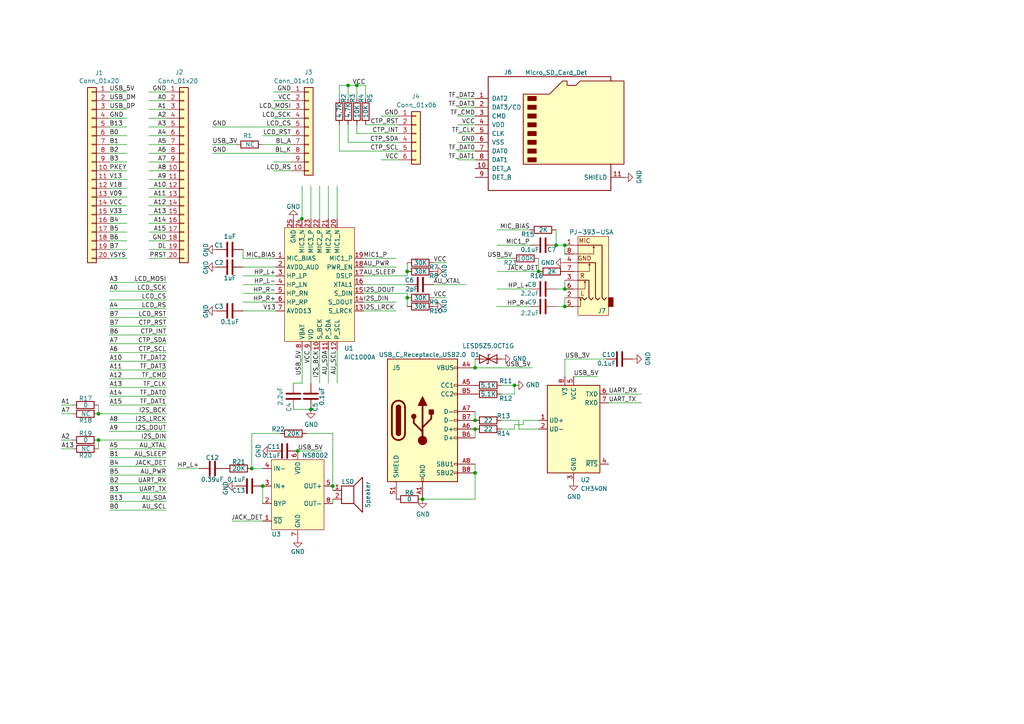
<source format=kicad_sch>
(kicad_sch (version 20211123) (generator eeschema)

  (uuid ec8c2704-3ff6-4923-b467-189ddf2567d5)

  (paper "A4")

  (lib_symbols
    (symbol "Connector:Micro_SD_Card_Det" (pin_names (offset 1.016)) (in_bom yes) (on_board yes)
      (property "Reference" "J" (id 0) (at -16.51 17.78 0)
        (effects (font (size 1.27 1.27)))
      )
      (property "Value" "Micro_SD_Card_Det" (id 1) (at 16.51 17.78 0)
        (effects (font (size 1.27 1.27)) (justify right))
      )
      (property "Footprint" "" (id 2) (at 52.07 17.78 0)
        (effects (font (size 1.27 1.27)) hide)
      )
      (property "Datasheet" "https://www.hirose.com/product/en/download_file/key_name/DM3/category/Catalog/doc_file_id/49662/?file_category_id=4&item_id=195&is_series=1" (id 3) (at 0 2.54 0)
        (effects (font (size 1.27 1.27)) hide)
      )
      (property "ki_keywords" "connector SD microsd" (id 4) (at 0 0 0)
        (effects (font (size 1.27 1.27)) hide)
      )
      (property "ki_description" "Micro SD Card Socket with card detection pins" (id 5) (at 0 0 0)
        (effects (font (size 1.27 1.27)) hide)
      )
      (property "ki_fp_filters" "microSD*" (id 6) (at 0 0 0)
        (effects (font (size 1.27 1.27)) hide)
      )
      (symbol "Micro_SD_Card_Det_0_1"
        (rectangle (start -7.62 -6.985) (end -5.08 -8.255)
          (stroke (width 0) (type default) (color 0 0 0 0))
          (fill (type outline))
        )
        (rectangle (start -7.62 -4.445) (end -5.08 -5.715)
          (stroke (width 0) (type default) (color 0 0 0 0))
          (fill (type outline))
        )
        (rectangle (start -7.62 -1.905) (end -5.08 -3.175)
          (stroke (width 0) (type default) (color 0 0 0 0))
          (fill (type outline))
        )
        (rectangle (start -7.62 0.635) (end -5.08 -0.635)
          (stroke (width 0) (type default) (color 0 0 0 0))
          (fill (type outline))
        )
        (rectangle (start -7.62 3.175) (end -5.08 1.905)
          (stroke (width 0) (type default) (color 0 0 0 0))
          (fill (type outline))
        )
        (rectangle (start -7.62 5.715) (end -5.08 4.445)
          (stroke (width 0) (type default) (color 0 0 0 0))
          (fill (type outline))
        )
        (rectangle (start -7.62 8.255) (end -5.08 6.985)
          (stroke (width 0) (type default) (color 0 0 0 0))
          (fill (type outline))
        )
        (rectangle (start -7.62 10.795) (end -5.08 9.525)
          (stroke (width 0) (type default) (color 0 0 0 0))
          (fill (type outline))
        )
        (polyline
          (pts
            (xy 16.51 15.24)
            (xy 16.51 16.51)
            (xy -19.05 16.51)
            (xy -19.05 -16.51)
            (xy 16.51 -16.51)
            (xy 16.51 -8.89)
          )
          (stroke (width 0.254) (type default) (color 0 0 0 0))
          (fill (type none))
        )
        (polyline
          (pts
            (xy -8.89 -8.89)
            (xy -8.89 11.43)
            (xy -1.27 11.43)
            (xy 2.54 15.24)
            (xy 3.81 15.24)
            (xy 3.81 13.97)
            (xy 6.35 13.97)
            (xy 7.62 15.24)
            (xy 20.32 15.24)
            (xy 20.32 -8.89)
            (xy -8.89 -8.89)
          )
          (stroke (width 0.254) (type default) (color 0 0 0 0))
          (fill (type background))
        )
      )
      (symbol "Micro_SD_Card_Det_1_1"
        (pin bidirectional line (at -22.86 10.16 0) (length 3.81)
          (name "DAT2" (effects (font (size 1.27 1.27))))
          (number "1" (effects (font (size 1.27 1.27))))
        )
        (pin passive line (at -22.86 -10.16 0) (length 3.81)
          (name "DET_A" (effects (font (size 1.27 1.27))))
          (number "10" (effects (font (size 1.27 1.27))))
        )
        (pin passive line (at 20.32 -12.7 180) (length 3.81)
          (name "SHIELD" (effects (font (size 1.27 1.27))))
          (number "11" (effects (font (size 1.27 1.27))))
        )
        (pin bidirectional line (at -22.86 7.62 0) (length 3.81)
          (name "DAT3/CD" (effects (font (size 1.27 1.27))))
          (number "2" (effects (font (size 1.27 1.27))))
        )
        (pin input line (at -22.86 5.08 0) (length 3.81)
          (name "CMD" (effects (font (size 1.27 1.27))))
          (number "3" (effects (font (size 1.27 1.27))))
        )
        (pin power_in line (at -22.86 2.54 0) (length 3.81)
          (name "VDD" (effects (font (size 1.27 1.27))))
          (number "4" (effects (font (size 1.27 1.27))))
        )
        (pin input line (at -22.86 0 0) (length 3.81)
          (name "CLK" (effects (font (size 1.27 1.27))))
          (number "5" (effects (font (size 1.27 1.27))))
        )
        (pin power_in line (at -22.86 -2.54 0) (length 3.81)
          (name "VSS" (effects (font (size 1.27 1.27))))
          (number "6" (effects (font (size 1.27 1.27))))
        )
        (pin bidirectional line (at -22.86 -5.08 0) (length 3.81)
          (name "DAT0" (effects (font (size 1.27 1.27))))
          (number "7" (effects (font (size 1.27 1.27))))
        )
        (pin bidirectional line (at -22.86 -7.62 0) (length 3.81)
          (name "DAT1" (effects (font (size 1.27 1.27))))
          (number "8" (effects (font (size 1.27 1.27))))
        )
        (pin passive line (at -22.86 -12.7 0) (length 3.81)
          (name "DET_B" (effects (font (size 1.27 1.27))))
          (number "9" (effects (font (size 1.27 1.27))))
        )
      )
    )
    (symbol "Connector:USB_C_Receptacle_USB2.0" (pin_names (offset 1.016)) (in_bom yes) (on_board yes)
      (property "Reference" "J" (id 0) (at -10.16 19.05 0)
        (effects (font (size 1.27 1.27)) (justify left))
      )
      (property "Value" "USB_C_Receptacle_USB2.0" (id 1) (at 19.05 19.05 0)
        (effects (font (size 1.27 1.27)) (justify right))
      )
      (property "Footprint" "" (id 2) (at 3.81 0 0)
        (effects (font (size 1.27 1.27)) hide)
      )
      (property "Datasheet" "https://www.usb.org/sites/default/files/documents/usb_type-c.zip" (id 3) (at 3.81 0 0)
        (effects (font (size 1.27 1.27)) hide)
      )
      (property "ki_keywords" "usb universal serial bus type-C USB2.0" (id 4) (at 0 0 0)
        (effects (font (size 1.27 1.27)) hide)
      )
      (property "ki_description" "USB 2.0-only Type-C Receptacle connector" (id 5) (at 0 0 0)
        (effects (font (size 1.27 1.27)) hide)
      )
      (property "ki_fp_filters" "USB*C*Receptacle*" (id 6) (at 0 0 0)
        (effects (font (size 1.27 1.27)) hide)
      )
      (symbol "USB_C_Receptacle_USB2.0_0_0"
        (rectangle (start -0.254 -17.78) (end 0.254 -16.764)
          (stroke (width 0) (type default) (color 0 0 0 0))
          (fill (type none))
        )
        (rectangle (start 10.16 -14.986) (end 9.144 -15.494)
          (stroke (width 0) (type default) (color 0 0 0 0))
          (fill (type none))
        )
        (rectangle (start 10.16 -12.446) (end 9.144 -12.954)
          (stroke (width 0) (type default) (color 0 0 0 0))
          (fill (type none))
        )
        (rectangle (start 10.16 -4.826) (end 9.144 -5.334)
          (stroke (width 0) (type default) (color 0 0 0 0))
          (fill (type none))
        )
        (rectangle (start 10.16 -2.286) (end 9.144 -2.794)
          (stroke (width 0) (type default) (color 0 0 0 0))
          (fill (type none))
        )
        (rectangle (start 10.16 0.254) (end 9.144 -0.254)
          (stroke (width 0) (type default) (color 0 0 0 0))
          (fill (type none))
        )
        (rectangle (start 10.16 2.794) (end 9.144 2.286)
          (stroke (width 0) (type default) (color 0 0 0 0))
          (fill (type none))
        )
        (rectangle (start 10.16 7.874) (end 9.144 7.366)
          (stroke (width 0) (type default) (color 0 0 0 0))
          (fill (type none))
        )
        (rectangle (start 10.16 10.414) (end 9.144 9.906)
          (stroke (width 0) (type default) (color 0 0 0 0))
          (fill (type none))
        )
        (rectangle (start 10.16 15.494) (end 9.144 14.986)
          (stroke (width 0) (type default) (color 0 0 0 0))
          (fill (type none))
        )
      )
      (symbol "USB_C_Receptacle_USB2.0_0_1"
        (rectangle (start -10.16 17.78) (end 10.16 -17.78)
          (stroke (width 0.254) (type default) (color 0 0 0 0))
          (fill (type background))
        )
        (arc (start -8.89 -3.81) (mid -6.985 -5.715) (end -5.08 -3.81)
          (stroke (width 0.508) (type default) (color 0 0 0 0))
          (fill (type none))
        )
        (arc (start -7.62 -3.81) (mid -6.985 -4.445) (end -6.35 -3.81)
          (stroke (width 0.254) (type default) (color 0 0 0 0))
          (fill (type none))
        )
        (arc (start -7.62 -3.81) (mid -6.985 -4.445) (end -6.35 -3.81)
          (stroke (width 0.254) (type default) (color 0 0 0 0))
          (fill (type outline))
        )
        (rectangle (start -7.62 -3.81) (end -6.35 3.81)
          (stroke (width 0.254) (type default) (color 0 0 0 0))
          (fill (type outline))
        )
        (arc (start -6.35 3.81) (mid -6.985 4.445) (end -7.62 3.81)
          (stroke (width 0.254) (type default) (color 0 0 0 0))
          (fill (type none))
        )
        (arc (start -6.35 3.81) (mid -6.985 4.445) (end -7.62 3.81)
          (stroke (width 0.254) (type default) (color 0 0 0 0))
          (fill (type outline))
        )
        (arc (start -5.08 3.81) (mid -6.985 5.715) (end -8.89 3.81)
          (stroke (width 0.508) (type default) (color 0 0 0 0))
          (fill (type none))
        )
        (circle (center -2.54 1.143) (radius 0.635)
          (stroke (width 0.254) (type default) (color 0 0 0 0))
          (fill (type outline))
        )
        (circle (center 0 -5.842) (radius 1.27)
          (stroke (width 0) (type default) (color 0 0 0 0))
          (fill (type outline))
        )
        (polyline
          (pts
            (xy -8.89 -3.81)
            (xy -8.89 3.81)
          )
          (stroke (width 0.508) (type default) (color 0 0 0 0))
          (fill (type none))
        )
        (polyline
          (pts
            (xy -5.08 3.81)
            (xy -5.08 -3.81)
          )
          (stroke (width 0.508) (type default) (color 0 0 0 0))
          (fill (type none))
        )
        (polyline
          (pts
            (xy 0 -5.842)
            (xy 0 4.318)
          )
          (stroke (width 0.508) (type default) (color 0 0 0 0))
          (fill (type none))
        )
        (polyline
          (pts
            (xy 0 -3.302)
            (xy -2.54 -0.762)
            (xy -2.54 0.508)
          )
          (stroke (width 0.508) (type default) (color 0 0 0 0))
          (fill (type none))
        )
        (polyline
          (pts
            (xy 0 -2.032)
            (xy 2.54 0.508)
            (xy 2.54 1.778)
          )
          (stroke (width 0.508) (type default) (color 0 0 0 0))
          (fill (type none))
        )
        (polyline
          (pts
            (xy -1.27 4.318)
            (xy 0 6.858)
            (xy 1.27 4.318)
            (xy -1.27 4.318)
          )
          (stroke (width 0.254) (type default) (color 0 0 0 0))
          (fill (type outline))
        )
        (rectangle (start 1.905 1.778) (end 3.175 3.048)
          (stroke (width 0.254) (type default) (color 0 0 0 0))
          (fill (type outline))
        )
      )
      (symbol "USB_C_Receptacle_USB2.0_1_1"
        (pin passive line (at 0 -22.86 90) (length 5.08)
          (name "GND" (effects (font (size 1.27 1.27))))
          (number "A1" (effects (font (size 1.27 1.27))))
        )
        (pin passive line (at 0 -22.86 90) (length 5.08) hide
          (name "GND" (effects (font (size 1.27 1.27))))
          (number "A12" (effects (font (size 1.27 1.27))))
        )
        (pin passive line (at 15.24 15.24 180) (length 5.08)
          (name "VBUS" (effects (font (size 1.27 1.27))))
          (number "A4" (effects (font (size 1.27 1.27))))
        )
        (pin bidirectional line (at 15.24 10.16 180) (length 5.08)
          (name "CC1" (effects (font (size 1.27 1.27))))
          (number "A5" (effects (font (size 1.27 1.27))))
        )
        (pin bidirectional line (at 15.24 -2.54 180) (length 5.08)
          (name "D+" (effects (font (size 1.27 1.27))))
          (number "A6" (effects (font (size 1.27 1.27))))
        )
        (pin bidirectional line (at 15.24 2.54 180) (length 5.08)
          (name "D-" (effects (font (size 1.27 1.27))))
          (number "A7" (effects (font (size 1.27 1.27))))
        )
        (pin bidirectional line (at 15.24 -12.7 180) (length 5.08)
          (name "SBU1" (effects (font (size 1.27 1.27))))
          (number "A8" (effects (font (size 1.27 1.27))))
        )
        (pin passive line (at 15.24 15.24 180) (length 5.08) hide
          (name "VBUS" (effects (font (size 1.27 1.27))))
          (number "A9" (effects (font (size 1.27 1.27))))
        )
        (pin passive line (at 0 -22.86 90) (length 5.08) hide
          (name "GND" (effects (font (size 1.27 1.27))))
          (number "B1" (effects (font (size 1.27 1.27))))
        )
        (pin passive line (at 0 -22.86 90) (length 5.08) hide
          (name "GND" (effects (font (size 1.27 1.27))))
          (number "B12" (effects (font (size 1.27 1.27))))
        )
        (pin passive line (at 15.24 15.24 180) (length 5.08) hide
          (name "VBUS" (effects (font (size 1.27 1.27))))
          (number "B4" (effects (font (size 1.27 1.27))))
        )
        (pin bidirectional line (at 15.24 7.62 180) (length 5.08)
          (name "CC2" (effects (font (size 1.27 1.27))))
          (number "B5" (effects (font (size 1.27 1.27))))
        )
        (pin bidirectional line (at 15.24 -5.08 180) (length 5.08)
          (name "D+" (effects (font (size 1.27 1.27))))
          (number "B6" (effects (font (size 1.27 1.27))))
        )
        (pin bidirectional line (at 15.24 0 180) (length 5.08)
          (name "D-" (effects (font (size 1.27 1.27))))
          (number "B7" (effects (font (size 1.27 1.27))))
        )
        (pin bidirectional line (at 15.24 -15.24 180) (length 5.08)
          (name "SBU2" (effects (font (size 1.27 1.27))))
          (number "B8" (effects (font (size 1.27 1.27))))
        )
        (pin passive line (at 15.24 15.24 180) (length 5.08) hide
          (name "VBUS" (effects (font (size 1.27 1.27))))
          (number "B9" (effects (font (size 1.27 1.27))))
        )
        (pin passive line (at -7.62 -22.86 90) (length 5.08)
          (name "SHIELD" (effects (font (size 1.27 1.27))))
          (number "S1" (effects (font (size 1.27 1.27))))
        )
      )
    )
    (symbol "Connector_Generic:Conn_01x06" (pin_names (offset 1.016) hide) (in_bom yes) (on_board yes)
      (property "Reference" "J" (id 0) (at 0 7.62 0)
        (effects (font (size 1.27 1.27)))
      )
      (property "Value" "Conn_01x06" (id 1) (at 0 -10.16 0)
        (effects (font (size 1.27 1.27)))
      )
      (property "Footprint" "" (id 2) (at 0 0 0)
        (effects (font (size 1.27 1.27)) hide)
      )
      (property "Datasheet" "~" (id 3) (at 0 0 0)
        (effects (font (size 1.27 1.27)) hide)
      )
      (property "ki_keywords" "connector" (id 4) (at 0 0 0)
        (effects (font (size 1.27 1.27)) hide)
      )
      (property "ki_description" "Generic connector, single row, 01x06, script generated (kicad-library-utils/schlib/autogen/connector/)" (id 5) (at 0 0 0)
        (effects (font (size 1.27 1.27)) hide)
      )
      (property "ki_fp_filters" "Connector*:*_1x??_*" (id 6) (at 0 0 0)
        (effects (font (size 1.27 1.27)) hide)
      )
      (symbol "Conn_01x06_1_1"
        (rectangle (start -1.27 -7.493) (end 0 -7.747)
          (stroke (width 0.1524) (type default) (color 0 0 0 0))
          (fill (type none))
        )
        (rectangle (start -1.27 -4.953) (end 0 -5.207)
          (stroke (width 0.1524) (type default) (color 0 0 0 0))
          (fill (type none))
        )
        (rectangle (start -1.27 -2.413) (end 0 -2.667)
          (stroke (width 0.1524) (type default) (color 0 0 0 0))
          (fill (type none))
        )
        (rectangle (start -1.27 0.127) (end 0 -0.127)
          (stroke (width 0.1524) (type default) (color 0 0 0 0))
          (fill (type none))
        )
        (rectangle (start -1.27 2.667) (end 0 2.413)
          (stroke (width 0.1524) (type default) (color 0 0 0 0))
          (fill (type none))
        )
        (rectangle (start -1.27 5.207) (end 0 4.953)
          (stroke (width 0.1524) (type default) (color 0 0 0 0))
          (fill (type none))
        )
        (rectangle (start -1.27 6.35) (end 1.27 -8.89)
          (stroke (width 0.254) (type default) (color 0 0 0 0))
          (fill (type background))
        )
        (pin passive line (at -5.08 5.08 0) (length 3.81)
          (name "Pin_1" (effects (font (size 1.27 1.27))))
          (number "1" (effects (font (size 1.27 1.27))))
        )
        (pin passive line (at -5.08 2.54 0) (length 3.81)
          (name "Pin_2" (effects (font (size 1.27 1.27))))
          (number "2" (effects (font (size 1.27 1.27))))
        )
        (pin passive line (at -5.08 0 0) (length 3.81)
          (name "Pin_3" (effects (font (size 1.27 1.27))))
          (number "3" (effects (font (size 1.27 1.27))))
        )
        (pin passive line (at -5.08 -2.54 0) (length 3.81)
          (name "Pin_4" (effects (font (size 1.27 1.27))))
          (number "4" (effects (font (size 1.27 1.27))))
        )
        (pin passive line (at -5.08 -5.08 0) (length 3.81)
          (name "Pin_5" (effects (font (size 1.27 1.27))))
          (number "5" (effects (font (size 1.27 1.27))))
        )
        (pin passive line (at -5.08 -7.62 0) (length 3.81)
          (name "Pin_6" (effects (font (size 1.27 1.27))))
          (number "6" (effects (font (size 1.27 1.27))))
        )
      )
    )
    (symbol "Connector_Generic:Conn_01x10" (pin_names (offset 1.016) hide) (in_bom yes) (on_board yes)
      (property "Reference" "J" (id 0) (at 0 12.7 0)
        (effects (font (size 1.27 1.27)))
      )
      (property "Value" "Conn_01x10" (id 1) (at 0 -15.24 0)
        (effects (font (size 1.27 1.27)))
      )
      (property "Footprint" "" (id 2) (at 0 0 0)
        (effects (font (size 1.27 1.27)) hide)
      )
      (property "Datasheet" "~" (id 3) (at 0 0 0)
        (effects (font (size 1.27 1.27)) hide)
      )
      (property "ki_keywords" "connector" (id 4) (at 0 0 0)
        (effects (font (size 1.27 1.27)) hide)
      )
      (property "ki_description" "Generic connector, single row, 01x10, script generated (kicad-library-utils/schlib/autogen/connector/)" (id 5) (at 0 0 0)
        (effects (font (size 1.27 1.27)) hide)
      )
      (property "ki_fp_filters" "Connector*:*_1x??_*" (id 6) (at 0 0 0)
        (effects (font (size 1.27 1.27)) hide)
      )
      (symbol "Conn_01x10_1_1"
        (rectangle (start -1.27 -12.573) (end 0 -12.827)
          (stroke (width 0.1524) (type default) (color 0 0 0 0))
          (fill (type none))
        )
        (rectangle (start -1.27 -10.033) (end 0 -10.287)
          (stroke (width 0.1524) (type default) (color 0 0 0 0))
          (fill (type none))
        )
        (rectangle (start -1.27 -7.493) (end 0 -7.747)
          (stroke (width 0.1524) (type default) (color 0 0 0 0))
          (fill (type none))
        )
        (rectangle (start -1.27 -4.953) (end 0 -5.207)
          (stroke (width 0.1524) (type default) (color 0 0 0 0))
          (fill (type none))
        )
        (rectangle (start -1.27 -2.413) (end 0 -2.667)
          (stroke (width 0.1524) (type default) (color 0 0 0 0))
          (fill (type none))
        )
        (rectangle (start -1.27 0.127) (end 0 -0.127)
          (stroke (width 0.1524) (type default) (color 0 0 0 0))
          (fill (type none))
        )
        (rectangle (start -1.27 2.667) (end 0 2.413)
          (stroke (width 0.1524) (type default) (color 0 0 0 0))
          (fill (type none))
        )
        (rectangle (start -1.27 5.207) (end 0 4.953)
          (stroke (width 0.1524) (type default) (color 0 0 0 0))
          (fill (type none))
        )
        (rectangle (start -1.27 7.747) (end 0 7.493)
          (stroke (width 0.1524) (type default) (color 0 0 0 0))
          (fill (type none))
        )
        (rectangle (start -1.27 10.287) (end 0 10.033)
          (stroke (width 0.1524) (type default) (color 0 0 0 0))
          (fill (type none))
        )
        (rectangle (start -1.27 11.43) (end 1.27 -13.97)
          (stroke (width 0.254) (type default) (color 0 0 0 0))
          (fill (type background))
        )
        (pin passive line (at -5.08 10.16 0) (length 3.81)
          (name "Pin_1" (effects (font (size 1.27 1.27))))
          (number "1" (effects (font (size 1.27 1.27))))
        )
        (pin passive line (at -5.08 -12.7 0) (length 3.81)
          (name "Pin_10" (effects (font (size 1.27 1.27))))
          (number "10" (effects (font (size 1.27 1.27))))
        )
        (pin passive line (at -5.08 7.62 0) (length 3.81)
          (name "Pin_2" (effects (font (size 1.27 1.27))))
          (number "2" (effects (font (size 1.27 1.27))))
        )
        (pin passive line (at -5.08 5.08 0) (length 3.81)
          (name "Pin_3" (effects (font (size 1.27 1.27))))
          (number "3" (effects (font (size 1.27 1.27))))
        )
        (pin passive line (at -5.08 2.54 0) (length 3.81)
          (name "Pin_4" (effects (font (size 1.27 1.27))))
          (number "4" (effects (font (size 1.27 1.27))))
        )
        (pin passive line (at -5.08 0 0) (length 3.81)
          (name "Pin_5" (effects (font (size 1.27 1.27))))
          (number "5" (effects (font (size 1.27 1.27))))
        )
        (pin passive line (at -5.08 -2.54 0) (length 3.81)
          (name "Pin_6" (effects (font (size 1.27 1.27))))
          (number "6" (effects (font (size 1.27 1.27))))
        )
        (pin passive line (at -5.08 -5.08 0) (length 3.81)
          (name "Pin_7" (effects (font (size 1.27 1.27))))
          (number "7" (effects (font (size 1.27 1.27))))
        )
        (pin passive line (at -5.08 -7.62 0) (length 3.81)
          (name "Pin_8" (effects (font (size 1.27 1.27))))
          (number "8" (effects (font (size 1.27 1.27))))
        )
        (pin passive line (at -5.08 -10.16 0) (length 3.81)
          (name "Pin_9" (effects (font (size 1.27 1.27))))
          (number "9" (effects (font (size 1.27 1.27))))
        )
      )
    )
    (symbol "Connector_Generic:Conn_01x20" (pin_names (offset 1.016) hide) (in_bom yes) (on_board yes)
      (property "Reference" "J" (id 0) (at 0 25.4 0)
        (effects (font (size 1.27 1.27)))
      )
      (property "Value" "Conn_01x20" (id 1) (at 0 -27.94 0)
        (effects (font (size 1.27 1.27)))
      )
      (property "Footprint" "" (id 2) (at 0 0 0)
        (effects (font (size 1.27 1.27)) hide)
      )
      (property "Datasheet" "~" (id 3) (at 0 0 0)
        (effects (font (size 1.27 1.27)) hide)
      )
      (property "ki_keywords" "connector" (id 4) (at 0 0 0)
        (effects (font (size 1.27 1.27)) hide)
      )
      (property "ki_description" "Generic connector, single row, 01x20, script generated (kicad-library-utils/schlib/autogen/connector/)" (id 5) (at 0 0 0)
        (effects (font (size 1.27 1.27)) hide)
      )
      (property "ki_fp_filters" "Connector*:*_1x??_*" (id 6) (at 0 0 0)
        (effects (font (size 1.27 1.27)) hide)
      )
      (symbol "Conn_01x20_1_1"
        (rectangle (start -1.27 -25.273) (end 0 -25.527)
          (stroke (width 0.1524) (type default) (color 0 0 0 0))
          (fill (type none))
        )
        (rectangle (start -1.27 -22.733) (end 0 -22.987)
          (stroke (width 0.1524) (type default) (color 0 0 0 0))
          (fill (type none))
        )
        (rectangle (start -1.27 -20.193) (end 0 -20.447)
          (stroke (width 0.1524) (type default) (color 0 0 0 0))
          (fill (type none))
        )
        (rectangle (start -1.27 -17.653) (end 0 -17.907)
          (stroke (width 0.1524) (type default) (color 0 0 0 0))
          (fill (type none))
        )
        (rectangle (start -1.27 -15.113) (end 0 -15.367)
          (stroke (width 0.1524) (type default) (color 0 0 0 0))
          (fill (type none))
        )
        (rectangle (start -1.27 -12.573) (end 0 -12.827)
          (stroke (width 0.1524) (type default) (color 0 0 0 0))
          (fill (type none))
        )
        (rectangle (start -1.27 -10.033) (end 0 -10.287)
          (stroke (width 0.1524) (type default) (color 0 0 0 0))
          (fill (type none))
        )
        (rectangle (start -1.27 -7.493) (end 0 -7.747)
          (stroke (width 0.1524) (type default) (color 0 0 0 0))
          (fill (type none))
        )
        (rectangle (start -1.27 -4.953) (end 0 -5.207)
          (stroke (width 0.1524) (type default) (color 0 0 0 0))
          (fill (type none))
        )
        (rectangle (start -1.27 -2.413) (end 0 -2.667)
          (stroke (width 0.1524) (type default) (color 0 0 0 0))
          (fill (type none))
        )
        (rectangle (start -1.27 0.127) (end 0 -0.127)
          (stroke (width 0.1524) (type default) (color 0 0 0 0))
          (fill (type none))
        )
        (rectangle (start -1.27 2.667) (end 0 2.413)
          (stroke (width 0.1524) (type default) (color 0 0 0 0))
          (fill (type none))
        )
        (rectangle (start -1.27 5.207) (end 0 4.953)
          (stroke (width 0.1524) (type default) (color 0 0 0 0))
          (fill (type none))
        )
        (rectangle (start -1.27 7.747) (end 0 7.493)
          (stroke (width 0.1524) (type default) (color 0 0 0 0))
          (fill (type none))
        )
        (rectangle (start -1.27 10.287) (end 0 10.033)
          (stroke (width 0.1524) (type default) (color 0 0 0 0))
          (fill (type none))
        )
        (rectangle (start -1.27 12.827) (end 0 12.573)
          (stroke (width 0.1524) (type default) (color 0 0 0 0))
          (fill (type none))
        )
        (rectangle (start -1.27 15.367) (end 0 15.113)
          (stroke (width 0.1524) (type default) (color 0 0 0 0))
          (fill (type none))
        )
        (rectangle (start -1.27 17.907) (end 0 17.653)
          (stroke (width 0.1524) (type default) (color 0 0 0 0))
          (fill (type none))
        )
        (rectangle (start -1.27 20.447) (end 0 20.193)
          (stroke (width 0.1524) (type default) (color 0 0 0 0))
          (fill (type none))
        )
        (rectangle (start -1.27 22.987) (end 0 22.733)
          (stroke (width 0.1524) (type default) (color 0 0 0 0))
          (fill (type none))
        )
        (rectangle (start -1.27 24.13) (end 1.27 -26.67)
          (stroke (width 0.254) (type default) (color 0 0 0 0))
          (fill (type background))
        )
        (pin passive line (at -5.08 22.86 0) (length 3.81)
          (name "Pin_1" (effects (font (size 1.27 1.27))))
          (number "1" (effects (font (size 1.27 1.27))))
        )
        (pin passive line (at -5.08 0 0) (length 3.81)
          (name "Pin_10" (effects (font (size 1.27 1.27))))
          (number "10" (effects (font (size 1.27 1.27))))
        )
        (pin passive line (at -5.08 -2.54 0) (length 3.81)
          (name "Pin_11" (effects (font (size 1.27 1.27))))
          (number "11" (effects (font (size 1.27 1.27))))
        )
        (pin passive line (at -5.08 -5.08 0) (length 3.81)
          (name "Pin_12" (effects (font (size 1.27 1.27))))
          (number "12" (effects (font (size 1.27 1.27))))
        )
        (pin passive line (at -5.08 -7.62 0) (length 3.81)
          (name "Pin_13" (effects (font (size 1.27 1.27))))
          (number "13" (effects (font (size 1.27 1.27))))
        )
        (pin passive line (at -5.08 -10.16 0) (length 3.81)
          (name "Pin_14" (effects (font (size 1.27 1.27))))
          (number "14" (effects (font (size 1.27 1.27))))
        )
        (pin passive line (at -5.08 -12.7 0) (length 3.81)
          (name "Pin_15" (effects (font (size 1.27 1.27))))
          (number "15" (effects (font (size 1.27 1.27))))
        )
        (pin passive line (at -5.08 -15.24 0) (length 3.81)
          (name "Pin_16" (effects (font (size 1.27 1.27))))
          (number "16" (effects (font (size 1.27 1.27))))
        )
        (pin passive line (at -5.08 -17.78 0) (length 3.81)
          (name "Pin_17" (effects (font (size 1.27 1.27))))
          (number "17" (effects (font (size 1.27 1.27))))
        )
        (pin passive line (at -5.08 -20.32 0) (length 3.81)
          (name "Pin_18" (effects (font (size 1.27 1.27))))
          (number "18" (effects (font (size 1.27 1.27))))
        )
        (pin passive line (at -5.08 -22.86 0) (length 3.81)
          (name "Pin_19" (effects (font (size 1.27 1.27))))
          (number "19" (effects (font (size 1.27 1.27))))
        )
        (pin passive line (at -5.08 20.32 0) (length 3.81)
          (name "Pin_2" (effects (font (size 1.27 1.27))))
          (number "2" (effects (font (size 1.27 1.27))))
        )
        (pin passive line (at -5.08 -25.4 0) (length 3.81)
          (name "Pin_20" (effects (font (size 1.27 1.27))))
          (number "20" (effects (font (size 1.27 1.27))))
        )
        (pin passive line (at -5.08 17.78 0) (length 3.81)
          (name "Pin_3" (effects (font (size 1.27 1.27))))
          (number "3" (effects (font (size 1.27 1.27))))
        )
        (pin passive line (at -5.08 15.24 0) (length 3.81)
          (name "Pin_4" (effects (font (size 1.27 1.27))))
          (number "4" (effects (font (size 1.27 1.27))))
        )
        (pin passive line (at -5.08 12.7 0) (length 3.81)
          (name "Pin_5" (effects (font (size 1.27 1.27))))
          (number "5" (effects (font (size 1.27 1.27))))
        )
        (pin passive line (at -5.08 10.16 0) (length 3.81)
          (name "Pin_6" (effects (font (size 1.27 1.27))))
          (number "6" (effects (font (size 1.27 1.27))))
        )
        (pin passive line (at -5.08 7.62 0) (length 3.81)
          (name "Pin_7" (effects (font (size 1.27 1.27))))
          (number "7" (effects (font (size 1.27 1.27))))
        )
        (pin passive line (at -5.08 5.08 0) (length 3.81)
          (name "Pin_8" (effects (font (size 1.27 1.27))))
          (number "8" (effects (font (size 1.27 1.27))))
        )
        (pin passive line (at -5.08 2.54 0) (length 3.81)
          (name "Pin_9" (effects (font (size 1.27 1.27))))
          (number "9" (effects (font (size 1.27 1.27))))
        )
      )
    )
    (symbol "Device:C" (pin_numbers hide) (pin_names (offset 0.254)) (in_bom yes) (on_board yes)
      (property "Reference" "C" (id 0) (at 0.635 2.54 0)
        (effects (font (size 1.27 1.27)) (justify left))
      )
      (property "Value" "C" (id 1) (at 0.635 -2.54 0)
        (effects (font (size 1.27 1.27)) (justify left))
      )
      (property "Footprint" "" (id 2) (at 0.9652 -3.81 0)
        (effects (font (size 1.27 1.27)) hide)
      )
      (property "Datasheet" "~" (id 3) (at 0 0 0)
        (effects (font (size 1.27 1.27)) hide)
      )
      (property "ki_keywords" "cap capacitor" (id 4) (at 0 0 0)
        (effects (font (size 1.27 1.27)) hide)
      )
      (property "ki_description" "Unpolarized capacitor" (id 5) (at 0 0 0)
        (effects (font (size 1.27 1.27)) hide)
      )
      (property "ki_fp_filters" "C_*" (id 6) (at 0 0 0)
        (effects (font (size 1.27 1.27)) hide)
      )
      (symbol "C_0_1"
        (polyline
          (pts
            (xy -2.032 -0.762)
            (xy 2.032 -0.762)
          )
          (stroke (width 0.508) (type default) (color 0 0 0 0))
          (fill (type none))
        )
        (polyline
          (pts
            (xy -2.032 0.762)
            (xy 2.032 0.762)
          )
          (stroke (width 0.508) (type default) (color 0 0 0 0))
          (fill (type none))
        )
      )
      (symbol "C_1_1"
        (pin passive line (at 0 3.81 270) (length 2.794)
          (name "~" (effects (font (size 1.27 1.27))))
          (number "1" (effects (font (size 1.27 1.27))))
        )
        (pin passive line (at 0 -3.81 90) (length 2.794)
          (name "~" (effects (font (size 1.27 1.27))))
          (number "2" (effects (font (size 1.27 1.27))))
        )
      )
    )
    (symbol "Device:D_TVS" (pin_numbers hide) (pin_names (offset 1.016) hide) (in_bom yes) (on_board yes)
      (property "Reference" "D" (id 0) (at 0 2.54 0)
        (effects (font (size 1.27 1.27)))
      )
      (property "Value" "D_TVS" (id 1) (at 0 -2.54 0)
        (effects (font (size 1.27 1.27)))
      )
      (property "Footprint" "" (id 2) (at 0 0 0)
        (effects (font (size 1.27 1.27)) hide)
      )
      (property "Datasheet" "~" (id 3) (at 0 0 0)
        (effects (font (size 1.27 1.27)) hide)
      )
      (property "ki_keywords" "diode TVS thyrector" (id 4) (at 0 0 0)
        (effects (font (size 1.27 1.27)) hide)
      )
      (property "ki_description" "Bidirectional transient-voltage-suppression diode" (id 5) (at 0 0 0)
        (effects (font (size 1.27 1.27)) hide)
      )
      (property "ki_fp_filters" "TO-???* *_Diode_* *SingleDiode* D_*" (id 6) (at 0 0 0)
        (effects (font (size 1.27 1.27)) hide)
      )
      (symbol "D_TVS_0_1"
        (polyline
          (pts
            (xy 1.27 0)
            (xy -1.27 0)
          )
          (stroke (width 0) (type default) (color 0 0 0 0))
          (fill (type none))
        )
        (polyline
          (pts
            (xy 0.508 1.27)
            (xy 0 1.27)
            (xy 0 -1.27)
            (xy -0.508 -1.27)
          )
          (stroke (width 0.254) (type default) (color 0 0 0 0))
          (fill (type none))
        )
        (polyline
          (pts
            (xy -2.54 1.27)
            (xy -2.54 -1.27)
            (xy 2.54 1.27)
            (xy 2.54 -1.27)
            (xy -2.54 1.27)
          )
          (stroke (width 0.254) (type default) (color 0 0 0 0))
          (fill (type none))
        )
      )
      (symbol "D_TVS_1_1"
        (pin passive line (at -3.81 0 0) (length 2.54)
          (name "A1" (effects (font (size 1.27 1.27))))
          (number "1" (effects (font (size 1.27 1.27))))
        )
        (pin passive line (at 3.81 0 180) (length 2.54)
          (name "A2" (effects (font (size 1.27 1.27))))
          (number "2" (effects (font (size 1.27 1.27))))
        )
      )
    )
    (symbol "Device:R" (pin_numbers hide) (pin_names (offset 0)) (in_bom yes) (on_board yes)
      (property "Reference" "R" (id 0) (at 2.032 0 90)
        (effects (font (size 1.27 1.27)))
      )
      (property "Value" "R" (id 1) (at 0 0 90)
        (effects (font (size 1.27 1.27)))
      )
      (property "Footprint" "" (id 2) (at -1.778 0 90)
        (effects (font (size 1.27 1.27)) hide)
      )
      (property "Datasheet" "~" (id 3) (at 0 0 0)
        (effects (font (size 1.27 1.27)) hide)
      )
      (property "ki_keywords" "R res resistor" (id 4) (at 0 0 0)
        (effects (font (size 1.27 1.27)) hide)
      )
      (property "ki_description" "Resistor" (id 5) (at 0 0 0)
        (effects (font (size 1.27 1.27)) hide)
      )
      (property "ki_fp_filters" "R_*" (id 6) (at 0 0 0)
        (effects (font (size 1.27 1.27)) hide)
      )
      (symbol "R_0_1"
        (rectangle (start -1.016 -2.54) (end 1.016 2.54)
          (stroke (width 0.254) (type default) (color 0 0 0 0))
          (fill (type none))
        )
      )
      (symbol "R_1_1"
        (pin passive line (at 0 3.81 270) (length 1.27)
          (name "~" (effects (font (size 1.27 1.27))))
          (number "1" (effects (font (size 1.27 1.27))))
        )
        (pin passive line (at 0 -3.81 90) (length 1.27)
          (name "~" (effects (font (size 1.27 1.27))))
          (number "2" (effects (font (size 1.27 1.27))))
        )
      )
    )
    (symbol "Device:Speaker" (pin_names (offset 0) hide) (in_bom yes) (on_board yes)
      (property "Reference" "LS" (id 0) (at 1.27 5.715 0)
        (effects (font (size 1.27 1.27)) (justify right))
      )
      (property "Value" "Speaker" (id 1) (at 1.27 3.81 0)
        (effects (font (size 1.27 1.27)) (justify right))
      )
      (property "Footprint" "" (id 2) (at 0 -5.08 0)
        (effects (font (size 1.27 1.27)) hide)
      )
      (property "Datasheet" "~" (id 3) (at -0.254 -1.27 0)
        (effects (font (size 1.27 1.27)) hide)
      )
      (property "ki_keywords" "speaker sound" (id 4) (at 0 0 0)
        (effects (font (size 1.27 1.27)) hide)
      )
      (property "ki_description" "Speaker" (id 5) (at 0 0 0)
        (effects (font (size 1.27 1.27)) hide)
      )
      (symbol "Speaker_0_0"
        (rectangle (start -2.54 1.27) (end 1.016 -3.81)
          (stroke (width 0.254) (type default) (color 0 0 0 0))
          (fill (type none))
        )
        (polyline
          (pts
            (xy 1.016 1.27)
            (xy 3.556 3.81)
            (xy 3.556 -6.35)
            (xy 1.016 -3.81)
          )
          (stroke (width 0.254) (type default) (color 0 0 0 0))
          (fill (type none))
        )
      )
      (symbol "Speaker_1_1"
        (pin input line (at -5.08 0 0) (length 2.54)
          (name "1" (effects (font (size 1.27 1.27))))
          (number "1" (effects (font (size 1.27 1.27))))
        )
        (pin input line (at -5.08 -2.54 0) (length 2.54)
          (name "2" (effects (font (size 1.27 1.27))))
          (number "2" (effects (font (size 1.27 1.27))))
        )
      )
    )
    (symbol "VSF:AIC1000A" (in_bom yes) (on_board yes)
      (property "Reference" "U" (id 0) (at 7.62 17.78 0)
        (effects (font (size 1.27 1.27)))
      )
      (property "Value" "AIC1000A" (id 1) (at -1.27 -1.27 90)
        (effects (font (size 1.27 1.27)))
      )
      (property "Footprint" "" (id 2) (at 0 0 0)
        (effects (font (size 1.27 1.27)) hide)
      )
      (property "Datasheet" "" (id 3) (at 0 0 0)
        (effects (font (size 1.27 1.27)) hide)
      )
      (symbol "AIC1000A_0_1"
        (rectangle (start -10.16 16.51) (end 10.16 -16.51)
          (stroke (width 0.1524) (type default) (color 0 0 0 0))
          (fill (type background))
        )
      )
      (symbol "AIC1000A_1_1"
        (pin input line (at -12.7 7.62 0) (length 2.54)
          (name "MIC_BIAS" (effects (font (size 1.27 1.27))))
          (number "1" (effects (font (size 1.27 1.27))))
        )
        (pin input line (at 0 -19.05 90) (length 2.54)
          (name "S_BCK" (effects (font (size 1.27 1.27))))
          (number "10" (effects (font (size 1.27 1.27))))
        )
        (pin input line (at 2.54 -19.05 90) (length 2.54)
          (name "P_SDA" (effects (font (size 1.27 1.27))))
          (number "11" (effects (font (size 1.27 1.27))))
        )
        (pin input line (at 5.08 -19.05 90) (length 2.54)
          (name "P_SCL" (effects (font (size 1.27 1.27))))
          (number "12" (effects (font (size 1.27 1.27))))
        )
        (pin input line (at 12.7 -7.62 180) (length 2.54)
          (name "S_LRCK" (effects (font (size 1.27 1.27))))
          (number "13" (effects (font (size 1.27 1.27))))
        )
        (pin input line (at 12.7 -5.08 180) (length 2.54)
          (name "S_DOUT" (effects (font (size 1.27 1.27))))
          (number "14" (effects (font (size 1.27 1.27))))
        )
        (pin input line (at 12.7 -2.54 180) (length 2.54)
          (name "S_DIN" (effects (font (size 1.27 1.27))))
          (number "15" (effects (font (size 1.27 1.27))))
        )
        (pin input line (at 12.7 0 180) (length 2.54)
          (name "XTAL1" (effects (font (size 1.27 1.27))))
          (number "16" (effects (font (size 1.27 1.27))))
        )
        (pin input line (at 12.7 2.54 180) (length 2.54)
          (name "DSLP" (effects (font (size 1.27 1.27))))
          (number "17" (effects (font (size 1.27 1.27))))
        )
        (pin input line (at 12.7 5.08 180) (length 2.54)
          (name "PWR_EN" (effects (font (size 1.27 1.27))))
          (number "18" (effects (font (size 1.27 1.27))))
        )
        (pin input line (at 12.7 7.62 180) (length 2.54)
          (name "MIC1_P" (effects (font (size 1.27 1.27))))
          (number "19" (effects (font (size 1.27 1.27))))
        )
        (pin input line (at -12.7 5.08 0) (length 2.54)
          (name "AVDD_AUD" (effects (font (size 1.27 1.27))))
          (number "2" (effects (font (size 1.27 1.27))))
        )
        (pin input line (at 5.08 19.05 270) (length 2.54)
          (name "MIC1_N" (effects (font (size 1.27 1.27))))
          (number "20" (effects (font (size 1.27 1.27))))
        )
        (pin input line (at 2.54 19.05 270) (length 2.54)
          (name "MIC2_N" (effects (font (size 1.27 1.27))))
          (number "21" (effects (font (size 1.27 1.27))))
        )
        (pin input line (at 0 19.05 270) (length 2.54)
          (name "MIC2_P" (effects (font (size 1.27 1.27))))
          (number "22" (effects (font (size 1.27 1.27))))
        )
        (pin input line (at -2.54 19.05 270) (length 2.54)
          (name "MIC3_P" (effects (font (size 1.27 1.27))))
          (number "23" (effects (font (size 1.27 1.27))))
        )
        (pin input line (at -5.1408 19.0798 270) (length 2.54)
          (name "MIC3_N" (effects (font (size 1.27 1.27))))
          (number "24" (effects (font (size 1.27 1.27))))
        )
        (pin input line (at -7.62 19.05 270) (length 2.54)
          (name "GND" (effects (font (size 1.27 1.27))))
          (number "25" (effects (font (size 1.27 1.27))))
        )
        (pin input line (at -12.7 2.54 0) (length 2.54)
          (name "HP_LP" (effects (font (size 1.27 1.27))))
          (number "3" (effects (font (size 1.27 1.27))))
        )
        (pin input line (at -12.7 0 0) (length 2.54)
          (name "HP_LN" (effects (font (size 1.27 1.27))))
          (number "4" (effects (font (size 1.27 1.27))))
        )
        (pin input line (at -12.7 -2.54 0) (length 2.54)
          (name "HP_RN" (effects (font (size 1.27 1.27))))
          (number "5" (effects (font (size 1.27 1.27))))
        )
        (pin input line (at -12.7 -5.08 0) (length 2.54)
          (name "HP_RP" (effects (font (size 1.27 1.27))))
          (number "6" (effects (font (size 1.27 1.27))))
        )
        (pin input line (at -12.7 -7.62 0) (length 2.54)
          (name "AVDD13" (effects (font (size 1.27 1.27))))
          (number "7" (effects (font (size 1.27 1.27))))
        )
        (pin input line (at -5.08 -19.05 90) (length 2.54)
          (name "VBAT" (effects (font (size 1.27 1.27))))
          (number "8" (effects (font (size 1.27 1.27))))
        )
        (pin input line (at -2.54 -19.05 90) (length 2.54)
          (name "VIO" (effects (font (size 1.27 1.27))))
          (number "9" (effects (font (size 1.27 1.27))))
        )
      )
    )
    (symbol "VSF:CH340N" (in_bom yes) (on_board yes)
      (property "Reference" "U" (id 0) (at -6.985 13.97 0)
        (effects (font (size 1.27 1.27)))
      )
      (property "Value" "CH340N" (id 1) (at 5.08 13.97 0)
        (effects (font (size 1.27 1.27)))
      )
      (property "Footprint" "" (id 2) (at -0.635 14.605 0)
        (effects (font (size 1.27 1.27)) hide)
      )
      (property "Datasheet" "" (id 3) (at -0.635 14.605 0)
        (effects (font (size 1.27 1.27)) hide)
      )
      (symbol "CH340N_0_1"
        (rectangle (start -7.62 12.7) (end 7.62 -12.7)
          (stroke (width 0.254) (type default) (color 0 0 0 0))
          (fill (type background))
        )
      )
      (symbol "CH340N_1_1"
        (pin bidirectional line (at -10.16 2.54 0) (length 2.54)
          (name "UD+" (effects (font (size 1.27 1.27))))
          (number "1" (effects (font (size 1.27 1.27))))
        )
        (pin bidirectional line (at -10.16 0 0) (length 2.54)
          (name "UD-" (effects (font (size 1.27 1.27))))
          (number "2" (effects (font (size 1.27 1.27))))
        )
        (pin power_in line (at 0 -15.24 90) (length 2.54)
          (name "GND" (effects (font (size 1.27 1.27))))
          (number "3" (effects (font (size 1.27 1.27))))
        )
        (pin output line (at 10.16 -10.16 180) (length 2.54)
          (name "~{RTS}" (effects (font (size 1.27 1.27))))
          (number "4" (effects (font (size 1.27 1.27))))
        )
        (pin power_in line (at 0 15.24 270) (length 2.54)
          (name "VCC" (effects (font (size 1.27 1.27))))
          (number "5" (effects (font (size 1.27 1.27))))
        )
        (pin output line (at 10.16 10.16 180) (length 2.54)
          (name "TXD" (effects (font (size 1.27 1.27))))
          (number "6" (effects (font (size 1.27 1.27))))
        )
        (pin input line (at 10.16 7.62 180) (length 2.54)
          (name "RXD" (effects (font (size 1.27 1.27))))
          (number "7" (effects (font (size 1.27 1.27))))
        )
        (pin passive line (at -2.54 15.24 270) (length 2.54)
          (name "V3" (effects (font (size 1.27 1.27))))
          (number "8" (effects (font (size 1.27 1.27))))
        )
      )
    )
    (symbol "VSF:NS8002" (in_bom yes) (on_board yes)
      (property "Reference" "U" (id 0) (at -6.985 11.43 0)
        (effects (font (size 1.27 1.27)))
      )
      (property "Value" "NS8002" (id 1) (at 4.445 11.43 0)
        (effects (font (size 1.27 1.27)))
      )
      (property "Footprint" "" (id 2) (at 0 2.54 0)
        (effects (font (size 1.27 1.27)) hide)
      )
      (property "Datasheet" "" (id 3) (at 0 2.54 0)
        (effects (font (size 1.27 1.27)) hide)
      )
      (symbol "NS8002_0_1"
        (rectangle (start -7.62 10.16) (end 7.62 -10.16)
          (stroke (width 0.1524) (type default) (color 0 0 0 0))
          (fill (type background))
        )
      )
      (symbol "NS8002_1_1"
        (pin input line (at -10.16 -7.62 0) (length 2.54)
          (name "~{SD}" (effects (font (size 1.27 1.27))))
          (number "1" (effects (font (size 1.27 1.27))))
        )
        (pin input line (at -10.16 -2.54 0) (length 2.54)
          (name "BYP" (effects (font (size 1.27 1.27))))
          (number "2" (effects (font (size 1.27 1.27))))
        )
        (pin input line (at -10.16 2.54 0) (length 2.54)
          (name "IN+" (effects (font (size 1.27 1.27))))
          (number "3" (effects (font (size 1.27 1.27))))
        )
        (pin input line (at -10.16 7.62 0) (length 2.54)
          (name "IN-" (effects (font (size 1.27 1.27))))
          (number "4" (effects (font (size 1.27 1.27))))
        )
        (pin output line (at 10.16 2.54 180) (length 2.54)
          (name "OUT+" (effects (font (size 1.27 1.27))))
          (number "5" (effects (font (size 1.27 1.27))))
        )
        (pin power_in line (at 0 12.7 270) (length 2.54)
          (name "VDD" (effects (font (size 1.27 1.27))))
          (number "6" (effects (font (size 1.27 1.27))))
        )
        (pin power_in line (at 0 -12.7 90) (length 2.54)
          (name "GND" (effects (font (size 1.27 1.27))))
          (number "7" (effects (font (size 1.27 1.27))))
        )
        (pin output line (at 10.16 -2.54 180) (length 2.54)
          (name "OUT-" (effects (font (size 1.27 1.27))))
          (number "8" (effects (font (size 1.27 1.27))))
        )
      )
    )
    (symbol "VSF:PJ-393-USA" (in_bom yes) (on_board yes)
      (property "Reference" "J" (id 0) (at 8.255 12.7 0)
        (effects (font (size 1.27 1.27)))
      )
      (property "Value" "PJ-393-USA" (id 1) (at 0 12.7 0)
        (effects (font (size 1.27 1.27)))
      )
      (property "Footprint" "" (id 2) (at 25.4 0 0)
        (effects (font (size 1.27 1.27)) hide)
      )
      (property "Datasheet" "" (id 3) (at 25.4 0 0)
        (effects (font (size 1.27 1.27)) hide)
      )
      (symbol "PJ-393-USA_0_0"
        (text "GND" (at 1.905 5.08 0)
          (effects (font (size 1.27 1.27)))
        )
        (text "L" (at 2.54 -5.08 0)
          (effects (font (size 1.27 1.27)))
        )
        (text "MIC" (at 1.905 10.16 0)
          (effects (font (size 1.27 1.27)))
        )
        (text "R" (at 2.54 0 0)
          (effects (font (size 1.27 1.27)))
        )
      )
      (symbol "PJ-393-USA_0_1"
        (rectangle (start -5.08 -6.35) (end -6.35 -8.89)
          (stroke (width 0.254) (type default) (color 0 0 0 0))
          (fill (type outline))
        )
        (polyline
          (pts
            (xy 3.81 -6.35)
            (xy 5.08 -6.35)
          )
          (stroke (width 0) (type default) (color 0 0 0 0))
          (fill (type none))
        )
        (polyline
          (pts
            (xy 3.81 3.81)
            (xy 5.08 3.81)
          )
          (stroke (width 0) (type default) (color 0 0 0 0))
          (fill (type none))
        )
        (polyline
          (pts
            (xy 5.08 -1.27)
            (xy 3.81 -1.27)
          )
          (stroke (width 0) (type default) (color 0 0 0 0))
          (fill (type none))
        )
        (polyline
          (pts
            (xy 5.08 8.89)
            (xy 3.81 8.89)
          )
          (stroke (width 0) (type default) (color 0 0 0 0))
          (fill (type none))
        )
        (polyline
          (pts
            (xy 3.81 3.81)
            (xy -1.27 3.81)
            (xy -1.27 -6.35)
            (xy -1.905 -6.985)
            (xy -2.54 -6.35)
          )
          (stroke (width 0.254) (type default) (color 0 0 0 0))
          (fill (type none))
        )
        (polyline
          (pts
            (xy 3.81 8.89)
            (xy -3.175 8.89)
            (xy -3.175 -6.35)
            (xy -3.81 -6.985)
            (xy -4.445 -6.35)
          )
          (stroke (width 0.254) (type default) (color 0 0 0 0))
          (fill (type none))
        )
        (rectangle (start 3.81 -11.43) (end -5.08 11.43)
          (stroke (width 0.1524) (type default) (color 0 0 0 0))
          (fill (type background))
        )
      )
      (symbol "PJ-393-USA_1_1"
        (polyline
          (pts
            (xy -0.7366 8.636)
            (xy -0.4826 8.128)
          )
          (stroke (width 0) (type default) (color 0 0 0 0))
          (fill (type none))
        )
        (polyline
          (pts
            (xy 0.508 3.556)
            (xy 0.762 3.048)
          )
          (stroke (width 0) (type default) (color 0 0 0 0))
          (fill (type none))
        )
        (polyline
          (pts
            (xy 1.778 -1.524)
            (xy 2.032 -2.032)
          )
          (stroke (width 0) (type default) (color 0 0 0 0))
          (fill (type none))
        )
        (polyline
          (pts
            (xy 3.048 -6.604)
            (xy 3.302 -7.112)
          )
          (stroke (width 0) (type default) (color 0 0 0 0))
          (fill (type none))
        )
        (polyline
          (pts
            (xy 1.27 -6.35)
            (xy 1.905 -6.985)
            (xy 2.54 -6.35)
            (xy 3.81 -6.35)
          )
          (stroke (width 0.254) (type default) (color 0 0 0 0))
          (fill (type none))
        )
        (polyline
          (pts
            (xy 5.08 -8.89)
            (xy 3.048 -8.89)
            (xy 3.048 -6.604)
            (xy 2.794 -7.112)
          )
          (stroke (width 0) (type default) (color 0 0 0 0))
          (fill (type none))
        )
        (polyline
          (pts
            (xy 5.08 -3.81)
            (xy 1.778 -3.81)
            (xy 1.778 -1.524)
            (xy 1.524 -2.032)
          )
          (stroke (width 0) (type default) (color 0 0 0 0))
          (fill (type none))
        )
        (polyline
          (pts
            (xy 5.08 1.27)
            (xy 0.508 1.27)
            (xy 0.508 3.556)
            (xy 0.254 3.048)
          )
          (stroke (width 0) (type default) (color 0 0 0 0))
          (fill (type none))
        )
        (polyline
          (pts
            (xy 5.08 6.35)
            (xy -0.762 6.35)
            (xy -0.762 8.636)
            (xy -1.016 8.128)
          )
          (stroke (width 0) (type default) (color 0 0 0 0))
          (fill (type none))
        )
        (polyline
          (pts
            (xy -0.635 -6.35)
            (xy 0 -6.985)
            (xy 0.635 -6.35)
            (xy 0.635 -1.27)
            (xy 3.81 -1.27)
          )
          (stroke (width 0.254) (type default) (color 0 0 0 0))
          (fill (type none))
        )
        (pin passive line (at 7.62 8.89 180) (length 2.54)
          (name "~" (effects (font (size 1.27 1.27))))
          (number "1" (effects (font (size 1.27 1.27))))
        )
        (pin passive line (at 7.62 -6.35 180) (length 2.54)
          (name "~" (effects (font (size 1.27 1.27))))
          (number "2" (effects (font (size 1.27 1.27))))
        )
        (pin passive line (at 7.62 -1.27 180) (length 2.54)
          (name "~" (effects (font (size 1.27 1.27))))
          (number "3" (effects (font (size 1.27 1.27))))
        )
        (pin passive line (at 7.62 3.81 180) (length 2.54)
          (name "~" (effects (font (size 1.27 1.27))))
          (number "4" (effects (font (size 1.27 1.27))))
        )
        (pin passive line (at 7.62 -8.89 180) (length 2.54)
          (name "~" (effects (font (size 1.27 1.27))))
          (number "5" (effects (font (size 1.27 1.27))))
        )
        (pin passive line (at 7.62 -3.81 180) (length 2.54)
          (name "~" (effects (font (size 1.27 1.27))))
          (number "6" (effects (font (size 1.27 1.27))))
        )
        (pin passive line (at 7.62 1.27 180) (length 2.54)
          (name "~" (effects (font (size 1.27 1.27))))
          (number "7" (effects (font (size 1.27 1.27))))
        )
        (pin passive line (at 7.62 6.35 180) (length 2.54)
          (name "~" (effects (font (size 1.27 1.27))))
          (number "8" (effects (font (size 1.27 1.27))))
        )
      )
    )
    (symbol "power:GND" (power) (pin_names (offset 0)) (in_bom yes) (on_board yes)
      (property "Reference" "#PWR" (id 0) (at 0 -6.35 0)
        (effects (font (size 1.27 1.27)) hide)
      )
      (property "Value" "GND" (id 1) (at 0 -3.81 0)
        (effects (font (size 1.27 1.27)))
      )
      (property "Footprint" "" (id 2) (at 0 0 0)
        (effects (font (size 1.27 1.27)) hide)
      )
      (property "Datasheet" "" (id 3) (at 0 0 0)
        (effects (font (size 1.27 1.27)) hide)
      )
      (property "ki_keywords" "power-flag" (id 4) (at 0 0 0)
        (effects (font (size 1.27 1.27)) hide)
      )
      (property "ki_description" "Power symbol creates a global label with name \"GND\" , ground" (id 5) (at 0 0 0)
        (effects (font (size 1.27 1.27)) hide)
      )
      (symbol "GND_0_1"
        (polyline
          (pts
            (xy 0 0)
            (xy 0 -1.27)
            (xy 1.27 -1.27)
            (xy 0 -2.54)
            (xy -1.27 -1.27)
            (xy 0 -1.27)
          )
          (stroke (width 0) (type default) (color 0 0 0 0))
          (fill (type none))
        )
      )
      (symbol "GND_1_1"
        (pin power_in line (at 0 0 270) (length 0) hide
          (name "GND" (effects (font (size 1.27 1.27))))
          (number "1" (effects (font (size 1.27 1.27))))
        )
      )
    )
  )

  (junction (at 73.025 135.89) (diameter 0) (color 0 0 0 0)
    (uuid 08804c4c-161b-419f-8b3f-85b2e2535062)
  )
  (junction (at 103.505 24.765) (diameter 0) (color 0 0 0 0)
    (uuid 0ff7b4be-3f22-48ae-9b19-fc1e5a229c1b)
  )
  (junction (at 137.795 137.16) (diameter 0) (color 0 0 0 0)
    (uuid 18c783ce-d58e-472b-95b4-0a950476b23f)
  )
  (junction (at 137.795 124.46) (diameter 0) (color 0 0 0 0)
    (uuid 1e3c1b74-d67d-41b0-abe4-e22f256ac66a)
  )
  (junction (at 28.575 127.635) (diameter 0) (color 0 0 0 0)
    (uuid 2190766f-5661-461f-90f6-96af27e9c710)
  )
  (junction (at 163.83 83.82) (diameter 0) (color 0 0 0 0)
    (uuid 25a65ac6-268c-4d87-a2c9-919d89ead618)
  )
  (junction (at 100.965 24.765) (diameter 0) (color 0 0 0 0)
    (uuid 2e746149-5911-4450-a19e-243b721bf8bc)
  )
  (junction (at 161.29 71.12) (diameter 0) (color 0 0 0 0)
    (uuid 3b04ab5f-f073-40ba-b2a2-b89aea46d290)
  )
  (junction (at 90.17 118.745) (diameter 0) (color 0 0 0 0)
    (uuid 3cf00419-cdc8-4207-beeb-d447a7e3bb3b)
  )
  (junction (at 163.83 88.9) (diameter 0) (color 0 0 0 0)
    (uuid 80223189-50a2-428c-b4d0-ea19f3b8d7bd)
  )
  (junction (at 149.225 111.76) (diameter 0) (color 0 0 0 0)
    (uuid 86a6b3dc-17c2-40f3-9d11-0035fa7241f7)
  )
  (junction (at 118.11 78.74) (diameter 0) (color 0 0 0 0)
    (uuid 86d771bc-4c4d-4259-aebc-6d2913db8b94)
  )
  (junction (at 156.21 78.74) (diameter 0) (color 0 0 0 0)
    (uuid ac46a2e2-5a67-4625-b58b-a439c8530f2c)
  )
  (junction (at 87.5692 63.4702) (diameter 0) (color 0 0 0 0)
    (uuid b10bbfd3-5f68-4697-9f8d-dac7070318e1)
  )
  (junction (at 28.575 120.015) (diameter 0) (color 0 0 0 0)
    (uuid bcb3ecb1-96f2-43cc-aff8-36d00afe84ea)
  )
  (junction (at 86.36 130.81) (diameter 0) (color 0 0 0 0)
    (uuid bf3ca291-2374-4e7a-a5ad-83344d9ccfb9)
  )
  (junction (at 137.795 121.92) (diameter 0) (color 0 0 0 0)
    (uuid c781a357-3ccd-47e1-bf78-ba6ed776bee8)
  )
  (junction (at 76.2 140.97) (diameter 0) (color 0 0 0 0)
    (uuid d28d941e-e821-4436-918b-a968f05bc128)
  )
  (junction (at 122.555 144.78) (diameter 0) (color 0 0 0 0)
    (uuid e6f04363-4540-48f0-8335-c34bc9a7a3bf)
  )
  (junction (at 96.52 140.97) (diameter 0) (color 0 0 0 0)
    (uuid eab4cfbc-865d-4ec7-99b6-3c445bdfa293)
  )
  (junction (at 163.83 71.12) (diameter 0) (color 0 0 0 0)
    (uuid eae30ac4-df40-4ef3-b18e-dba59368a5e3)
  )
  (junction (at 118.11 86.36) (diameter 0) (color 0 0 0 0)
    (uuid fae4b90d-7932-4d82-8362-035b95518d31)
  )
  (junction (at 137.795 106.68) (diameter 0) (color 0 0 0 0)
    (uuid fd9e5ccc-ad7e-4e97-975f-b9f3bb3b6f16)
  )

  (wire (pts (xy 156.21 74.93) (xy 156.21 78.74))
    (stroke (width 0) (type default) (color 0 0 0 0))
    (uuid 000addda-0225-431d-b945-4cf56d231c6d)
  )
  (wire (pts (xy 73.025 135.89) (xy 76.2 135.89))
    (stroke (width 0) (type default) (color 0 0 0 0))
    (uuid 01f959c5-71e4-443f-8304-8bef8da1c9c2)
  )
  (wire (pts (xy 98.425 28.575) (xy 98.425 24.765))
    (stroke (width 0) (type default) (color 0 0 0 0))
    (uuid 04f96287-e5ca-460e-bc96-94305e86d79a)
  )
  (wire (pts (xy 36.83 74.93) (xy 31.75 74.93))
    (stroke (width 0) (type default) (color 0 0 0 0))
    (uuid 06545889-b283-44ea-9eaa-25b1c665223c)
  )
  (wire (pts (xy 36.83 44.45) (xy 31.75 44.45))
    (stroke (width 0) (type default) (color 0 0 0 0))
    (uuid 07eb319a-9a98-44c7-a348-35ecc0681fb4)
  )
  (wire (pts (xy 156.21 121.92) (xy 151.765 121.92))
    (stroke (width 0) (type default) (color 0 0 0 0))
    (uuid 09b8530e-eb26-49f8-9850-c0f9411c41af)
  )
  (wire (pts (xy 100.965 41.275) (xy 115.57 41.275))
    (stroke (width 0) (type default) (color 0 0 0 0))
    (uuid 0bbc185b-6656-4de0-85e9-f615c26eeff9)
  )
  (wire (pts (xy 36.83 57.15) (xy 31.75 57.15))
    (stroke (width 0) (type default) (color 0 0 0 0))
    (uuid 0be45ad9-740b-47ab-a1fd-42630476f399)
  )
  (wire (pts (xy 48.26 52.07) (xy 43.18 52.07))
    (stroke (width 0) (type default) (color 0 0 0 0))
    (uuid 0ed5474b-ab5a-41b1-8d92-4a504fbf7229)
  )
  (wire (pts (xy 36.83 59.69) (xy 31.75 59.69))
    (stroke (width 0) (type default) (color 0 0 0 0))
    (uuid 0ed86695-af79-4dd4-a161-b9e2107a87b6)
  )
  (wire (pts (xy 28.575 127.635) (xy 48.26 127.635))
    (stroke (width 0) (type default) (color 0 0 0 0))
    (uuid 0ed9f95a-580e-4321-aed4-0602bcc4a5d6)
  )
  (wire (pts (xy 144.145 83.82) (xy 153.67 83.82))
    (stroke (width 0) (type default) (color 0 0 0 0))
    (uuid 0edb60f5-869d-437b-8aec-a45ab22a78bb)
  )
  (wire (pts (xy 137.795 144.78) (xy 137.795 137.16))
    (stroke (width 0) (type default) (color 0 0 0 0))
    (uuid 1037a1e9-77d6-4f9a-aad2-722cb1b2fd4f)
  )
  (wire (pts (xy 36.83 46.99) (xy 31.75 46.99))
    (stroke (width 0) (type default) (color 0 0 0 0))
    (uuid 12d10606-57c6-42c2-902f-58cf0e326338)
  )
  (wire (pts (xy 31.75 84.455) (xy 48.26 84.455))
    (stroke (width 0) (type default) (color 0 0 0 0))
    (uuid 12fa3475-db35-4b75-9294-aa8a5306fe73)
  )
  (wire (pts (xy 96.52 125.73) (xy 96.52 140.97))
    (stroke (width 0) (type default) (color 0 0 0 0))
    (uuid 138c4203-ba83-42e9-b39a-535ae3c5becd)
  )
  (wire (pts (xy 31.75 102.235) (xy 48.26 102.235))
    (stroke (width 0) (type default) (color 0 0 0 0))
    (uuid 141c36a4-586b-4f08-ad87-20e49d509dd9)
  )
  (wire (pts (xy 31.75 86.995) (xy 48.26 86.995))
    (stroke (width 0) (type default) (color 0 0 0 0))
    (uuid 18d81df0-1cb6-4f00-9fdc-5d68dc4c9121)
  )
  (wire (pts (xy 87.63 53.975) (xy 87.63 63.5))
    (stroke (width 0) (type default) (color 0 0 0 0))
    (uuid 1947a034-9326-4e19-81b8-0bc3ba09ae4c)
  )
  (wire (pts (xy 48.26 36.83) (xy 43.18 36.83))
    (stroke (width 0) (type default) (color 0 0 0 0))
    (uuid 1a3a673a-ee1f-4bc9-a737-a8374f8f691a)
  )
  (wire (pts (xy 31.75 89.535) (xy 48.26 89.535))
    (stroke (width 0) (type default) (color 0 0 0 0))
    (uuid 1b86df5e-90b2-4c3a-870f-3b5a01d27a72)
  )
  (wire (pts (xy 98.425 24.765) (xy 100.965 24.765))
    (stroke (width 0) (type default) (color 0 0 0 0))
    (uuid 1c665868-5ca4-4813-8497-5a96e2149acd)
  )
  (wire (pts (xy 48.26 67.31) (xy 43.18 67.31))
    (stroke (width 0) (type default) (color 0 0 0 0))
    (uuid 1ca5c90b-6a9b-4860-b5c5-0e7c43db1dfe)
  )
  (wire (pts (xy 84.455 29.21) (xy 79.375 29.21))
    (stroke (width 0) (type default) (color 0 0 0 0))
    (uuid 1fe8bebc-9902-4173-8d2d-a089c281ebe8)
  )
  (wire (pts (xy 84.455 34.29) (xy 79.375 34.29))
    (stroke (width 0) (type default) (color 0 0 0 0))
    (uuid 212c7233-afc4-472f-b461-e2a5c74642db)
  )
  (wire (pts (xy 145.415 111.76) (xy 149.225 111.76))
    (stroke (width 0) (type default) (color 0 0 0 0))
    (uuid 22e4041c-e6b4-4818-bcfa-9a01ab8bcca3)
  )
  (wire (pts (xy 85.09 118.745) (xy 90.17 118.745))
    (stroke (width 0) (type default) (color 0 0 0 0))
    (uuid 24ebbcea-7be1-4536-b91f-590d1e0f47ae)
  )
  (wire (pts (xy 36.83 31.75) (xy 31.75 31.75))
    (stroke (width 0) (type default) (color 0 0 0 0))
    (uuid 2df28428-34f8-46f1-a460-39b4d8d1e14f)
  )
  (wire (pts (xy 48.26 54.61) (xy 43.18 54.61))
    (stroke (width 0) (type default) (color 0 0 0 0))
    (uuid 2e639806-281d-405c-a4b6-7488a545514a)
  )
  (wire (pts (xy 105.41 87.63) (xy 114.935 87.63))
    (stroke (width 0) (type default) (color 0 0 0 0))
    (uuid 2eb4a189-ed60-4e86-a6d4-ef7cf4b00b34)
  )
  (wire (pts (xy 176.53 114.3) (xy 186.055 114.3))
    (stroke (width 0) (type default) (color 0 0 0 0))
    (uuid 2fe78f23-521c-4cd9-8d6f-9a6e02b1aad0)
  )
  (wire (pts (xy 106.045 28.575) (xy 106.045 24.765))
    (stroke (width 0) (type default) (color 0 0 0 0))
    (uuid 33119360-fd65-4d6f-9c2d-0b3510fb579a)
  )
  (wire (pts (xy 98.425 43.815) (xy 98.425 36.195))
    (stroke (width 0) (type default) (color 0 0 0 0))
    (uuid 3473c9fc-44dd-44bd-8995-05b219f52449)
  )
  (wire (pts (xy 137.795 28.575) (xy 132.715 28.575))
    (stroke (width 0) (type default) (color 0 0 0 0))
    (uuid 3482bf3f-ea5f-482e-9f13-2763767d5d24)
  )
  (wire (pts (xy 17.78 130.175) (xy 20.955 130.175))
    (stroke (width 0) (type default) (color 0 0 0 0))
    (uuid 35ca6a8c-a864-44b3-9c0e-1a2f56d5a509)
  )
  (wire (pts (xy 48.26 44.45) (xy 43.18 44.45))
    (stroke (width 0) (type default) (color 0 0 0 0))
    (uuid 3633e682-4c96-4771-bdc7-c1e0e5b8d460)
  )
  (wire (pts (xy 137.795 106.68) (xy 154.305 106.68))
    (stroke (width 0) (type default) (color 0 0 0 0))
    (uuid 383a130b-e421-456e-b506-8a4777eab880)
  )
  (wire (pts (xy 137.795 121.92) (xy 137.795 119.38))
    (stroke (width 0) (type default) (color 0 0 0 0))
    (uuid 399270f1-7bda-4571-af38-ac5f3bb80b68)
  )
  (wire (pts (xy 105.41 82.55) (xy 118.11 82.55))
    (stroke (width 0) (type default) (color 0 0 0 0))
    (uuid 3c610f04-2bd5-4541-8976-7dd0991d731e)
  )
  (wire (pts (xy 125.73 82.55) (xy 135.255 82.55))
    (stroke (width 0) (type default) (color 0 0 0 0))
    (uuid 3d26ef7d-6358-4e31-b75f-6f8ac32bb66b)
  )
  (wire (pts (xy 118.11 76.2) (xy 118.11 78.74))
    (stroke (width 0) (type default) (color 0 0 0 0))
    (uuid 3d475b46-01f7-4cfa-a1a8-6e2b65f66fcf)
  )
  (wire (pts (xy 36.83 62.23) (xy 31.75 62.23))
    (stroke (width 0) (type default) (color 0 0 0 0))
    (uuid 3df5b2fc-1740-48ea-ab54-498858d8664d)
  )
  (wire (pts (xy 149.225 123.19) (xy 151.765 123.19))
    (stroke (width 0) (type default) (color 0 0 0 0))
    (uuid 401a0647-1791-423c-a358-bb36c2545e54)
  )
  (wire (pts (xy 31.75 104.775) (xy 48.26 104.775))
    (stroke (width 0) (type default) (color 0 0 0 0))
    (uuid 40af5441-ecc1-4398-81a3-c1785c029a68)
  )
  (wire (pts (xy 166.37 109.22) (xy 173.355 109.22))
    (stroke (width 0) (type default) (color 0 0 0 0))
    (uuid 40fa3919-930c-4706-a5b8-3dde4912068e)
  )
  (wire (pts (xy 31.75 99.695) (xy 48.26 99.695))
    (stroke (width 0) (type default) (color 0 0 0 0))
    (uuid 4588a5f7-7904-4a3e-a08b-d2dcfb47aa78)
  )
  (wire (pts (xy 31.75 147.955) (xy 48.26 147.955))
    (stroke (width 0) (type default) (color 0 0 0 0))
    (uuid 45a4d5d9-f2c7-4db7-abac-bc6c10495d11)
  )
  (wire (pts (xy 163.83 86.36) (xy 163.83 88.9))
    (stroke (width 0) (type default) (color 0 0 0 0))
    (uuid 495d3d12-695c-48fb-8ead-6809d5ba0413)
  )
  (wire (pts (xy 36.83 72.39) (xy 31.75 72.39))
    (stroke (width 0) (type default) (color 0 0 0 0))
    (uuid 499486be-343c-4e6a-b0da-50a21170ddc9)
  )
  (wire (pts (xy 48.26 29.21) (xy 43.18 29.21))
    (stroke (width 0) (type default) (color 0 0 0 0))
    (uuid 49f4bc2c-d000-4732-96bf-26a37a146d97)
  )
  (wire (pts (xy 87.63 101.6) (xy 87.63 111.125))
    (stroke (width 0) (type default) (color 0 0 0 0))
    (uuid 4a12b921-70ad-410e-9b62-eaaeefc019a9)
  )
  (wire (pts (xy 84.455 49.53) (xy 79.375 49.53))
    (stroke (width 0) (type default) (color 0 0 0 0))
    (uuid 4a4559da-cc4b-43d9-9762-181810563951)
  )
  (wire (pts (xy 48.26 62.23) (xy 43.18 62.23))
    (stroke (width 0) (type default) (color 0 0 0 0))
    (uuid 4bcd6589-a57f-4e0f-8dc4-03b7884e8ef1)
  )
  (wire (pts (xy 31.75 137.795) (xy 48.26 137.795))
    (stroke (width 0) (type default) (color 0 0 0 0))
    (uuid 4d647c50-4b99-411c-afe0-134a1ba33862)
  )
  (wire (pts (xy 103.505 38.735) (xy 115.57 38.735))
    (stroke (width 0) (type default) (color 0 0 0 0))
    (uuid 4d82e966-b6d9-4b0c-8d37-e9f46b2b7f7f)
  )
  (wire (pts (xy 144.145 66.675) (xy 153.67 66.675))
    (stroke (width 0) (type default) (color 0 0 0 0))
    (uuid 50caccde-814f-4595-836e-c595da792a81)
  )
  (wire (pts (xy 48.26 74.93) (xy 43.18 74.93))
    (stroke (width 0) (type default) (color 0 0 0 0))
    (uuid 50cfd93f-80ed-4a1d-b32b-4a8871c265c2)
  )
  (wire (pts (xy 163.83 104.14) (xy 163.83 109.22))
    (stroke (width 0) (type default) (color 0 0 0 0))
    (uuid 52b1d3b6-fcf3-4316-87f3-0c581c95f126)
  )
  (wire (pts (xy 105.41 90.17) (xy 114.935 90.17))
    (stroke (width 0) (type default) (color 0 0 0 0))
    (uuid 53ee92d9-bdd3-4206-8d12-52c1e8c41a15)
  )
  (wire (pts (xy 105.41 77.47) (xy 114.935 77.47))
    (stroke (width 0) (type default) (color 0 0 0 0))
    (uuid 54402f10-ed37-488f-be7a-c930fbc37939)
  )
  (wire (pts (xy 105.41 85.09) (xy 118.11 85.09))
    (stroke (width 0) (type default) (color 0 0 0 0))
    (uuid 54a5a755-89d4-4e49-b665-cbf0b041e00e)
  )
  (wire (pts (xy 31.75 135.255) (xy 48.26 135.255))
    (stroke (width 0) (type default) (color 0 0 0 0))
    (uuid 54d365f6-2c64-4b80-883e-5b0fad1fc860)
  )
  (wire (pts (xy 137.795 36.195) (xy 132.715 36.195))
    (stroke (width 0) (type default) (color 0 0 0 0))
    (uuid 561d2e34-f837-49e3-96bb-11d99038cd05)
  )
  (wire (pts (xy 31.75 132.715) (xy 48.26 132.715))
    (stroke (width 0) (type default) (color 0 0 0 0))
    (uuid 56337a1d-7d07-440c-88d6-a26a63bd3d05)
  )
  (wire (pts (xy 48.26 72.39) (xy 43.18 72.39))
    (stroke (width 0) (type default) (color 0 0 0 0))
    (uuid 5698ef1d-cf12-4b90-a884-ed3ddabeb3c9)
  )
  (wire (pts (xy 161.29 66.675) (xy 161.29 71.12))
    (stroke (width 0) (type default) (color 0 0 0 0))
    (uuid 5877e8bb-f25b-4817-a76b-6b61ff131b50)
  )
  (wire (pts (xy 31.75 130.175) (xy 48.26 130.175))
    (stroke (width 0) (type default) (color 0 0 0 0))
    (uuid 5adb4abd-a26b-4464-beed-19a455814f06)
  )
  (wire (pts (xy 84.455 26.67) (xy 79.375 26.67))
    (stroke (width 0) (type default) (color 0 0 0 0))
    (uuid 5bca8d46-0f41-4da4-8e0e-1652cf645462)
  )
  (wire (pts (xy 76.2 41.91) (xy 84.455 41.91))
    (stroke (width 0) (type default) (color 0 0 0 0))
    (uuid 5dfe42d1-755b-4508-b8c8-2d81b93917a2)
  )
  (wire (pts (xy 36.83 69.85) (xy 31.75 69.85))
    (stroke (width 0) (type default) (color 0 0 0 0))
    (uuid 5ed1e1a2-e7bd-4bef-ba71-df9ca636bc97)
  )
  (wire (pts (xy 73.025 125.73) (xy 73.025 135.89))
    (stroke (width 0) (type default) (color 0 0 0 0))
    (uuid 5fa72ec7-3d36-4f74-a72d-08e8e0cb784c)
  )
  (wire (pts (xy 103.505 24.765) (xy 103.505 28.575))
    (stroke (width 0) (type default) (color 0 0 0 0))
    (uuid 61b5855e-ff83-4a0c-a33f-b9ce3761b127)
  )
  (wire (pts (xy 48.26 49.53) (xy 43.18 49.53))
    (stroke (width 0) (type default) (color 0 0 0 0))
    (uuid 63045ee9-e186-4317-b7d8-351c48a7856e)
  )
  (wire (pts (xy 61.595 36.83) (xy 84.455 36.83))
    (stroke (width 0) (type default) (color 0 0 0 0))
    (uuid 6320f3ec-c6e9-48e8-bc4b-2cbd375166f2)
  )
  (wire (pts (xy 70.485 80.01) (xy 80.01 80.01))
    (stroke (width 0) (type default) (color 0 0 0 0))
    (uuid 650e8c37-421e-4187-93ff-a521e3d0d80b)
  )
  (wire (pts (xy 17.78 120.015) (xy 20.955 120.015))
    (stroke (width 0) (type default) (color 0 0 0 0))
    (uuid 66033697-13a9-402c-b9e6-b80c80e1e54e)
  )
  (wire (pts (xy 90.17 101.6) (xy 90.17 111.125))
    (stroke (width 0) (type default) (color 0 0 0 0))
    (uuid 661f38c9-d9ca-492d-bea8-29fc07da5caa)
  )
  (wire (pts (xy 36.83 39.37) (xy 31.75 39.37))
    (stroke (width 0) (type default) (color 0 0 0 0))
    (uuid 66814850-ba9d-4b42-b344-c3240644a5f0)
  )
  (wire (pts (xy 70.485 74.93) (xy 80.01 74.93))
    (stroke (width 0) (type default) (color 0 0 0 0))
    (uuid 678824d6-bdd5-4883-853b-1a3a72ce86fe)
  )
  (wire (pts (xy 105.41 80.01) (xy 118.11 80.01))
    (stroke (width 0) (type default) (color 0 0 0 0))
    (uuid 68c9d9e0-c13f-42a4-a426-6f716a6b7eec)
  )
  (wire (pts (xy 36.83 26.67) (xy 31.75 26.67))
    (stroke (width 0) (type default) (color 0 0 0 0))
    (uuid 6be4c9c1-c446-42e3-9c13-3b8f9e44736f)
  )
  (wire (pts (xy 163.83 71.12) (xy 163.83 73.66))
    (stroke (width 0) (type default) (color 0 0 0 0))
    (uuid 6c1530ff-8678-4fc7-a90e-cb8af382649d)
  )
  (wire (pts (xy 31.75 145.415) (xy 48.26 145.415))
    (stroke (width 0) (type default) (color 0 0 0 0))
    (uuid 6c965f08-a190-408c-9e86-c9d5c21f3719)
  )
  (wire (pts (xy 31.75 125.095) (xy 48.26 125.095))
    (stroke (width 0) (type default) (color 0 0 0 0))
    (uuid 6ed7a4d0-c95b-46c0-a7f1-9e40fd4c96e6)
  )
  (wire (pts (xy 31.75 142.875) (xy 48.26 142.875))
    (stroke (width 0) (type default) (color 0 0 0 0))
    (uuid 722c2fcb-cf6f-4d7b-8898-582be68fa601)
  )
  (wire (pts (xy 118.11 85.09) (xy 118.11 86.36))
    (stroke (width 0) (type default) (color 0 0 0 0))
    (uuid 747500cc-8800-477d-bddb-216b53e74cea)
  )
  (wire (pts (xy 161.29 88.9) (xy 163.83 88.9))
    (stroke (width 0) (type default) (color 0 0 0 0))
    (uuid 75097dfb-e60c-4293-9b3d-663acce11742)
  )
  (wire (pts (xy 125.73 86.36) (xy 129.54 86.36))
    (stroke (width 0) (type default) (color 0 0 0 0))
    (uuid 75b6c2a4-ffaf-4040-b877-fa738954c194)
  )
  (wire (pts (xy 137.795 137.16) (xy 137.795 134.62))
    (stroke (width 0) (type default) (color 0 0 0 0))
    (uuid 760b19f8-2e95-47a7-89fa-c181e1256d0c)
  )
  (wire (pts (xy 118.11 78.74) (xy 118.11 80.01))
    (stroke (width 0) (type default) (color 0 0 0 0))
    (uuid 77c0cc6a-ab5c-46f0-a4cd-50ca33fbeeee)
  )
  (wire (pts (xy 17.78 117.475) (xy 20.955 117.475))
    (stroke (width 0) (type default) (color 0 0 0 0))
    (uuid 7a9d0dd8-956a-42d9-af37-9d5bca0eb8b1)
  )
  (wire (pts (xy 90.17 53.975) (xy 90.17 63.5))
    (stroke (width 0) (type default) (color 0 0 0 0))
    (uuid 7bed0aa9-2ffb-465f-b302-0715b3ada5c1)
  )
  (wire (pts (xy 161.29 71.12) (xy 163.83 71.12))
    (stroke (width 0) (type default) (color 0 0 0 0))
    (uuid 7c8be886-5266-4286-9160-26c7f56766e3)
  )
  (wire (pts (xy 163.83 81.28) (xy 163.83 83.82))
    (stroke (width 0) (type default) (color 0 0 0 0))
    (uuid 80853767-29e5-443c-95be-24ce3fc4ac87)
  )
  (wire (pts (xy 70.485 90.17) (xy 80.01 90.17))
    (stroke (width 0) (type default) (color 0 0 0 0))
    (uuid 8157eb90-1e96-4a01-89cf-ed189cf85ee8)
  )
  (wire (pts (xy 76.2 140.97) (xy 76.2 146.05))
    (stroke (width 0) (type default) (color 0 0 0 0))
    (uuid 81bd6d2e-d0ab-46d5-8ec4-4ea18030fcae)
  )
  (wire (pts (xy 145.415 114.3) (xy 149.225 114.3))
    (stroke (width 0) (type default) (color 0 0 0 0))
    (uuid 83245daa-effd-4e14-82da-16b4b8d2fee3)
  )
  (wire (pts (xy 31.75 140.335) (xy 48.26 140.335))
    (stroke (width 0) (type default) (color 0 0 0 0))
    (uuid 8339e37b-cdfa-4821-b06a-777d7f33b332)
  )
  (wire (pts (xy 31.75 94.615) (xy 48.26 94.615))
    (stroke (width 0) (type default) (color 0 0 0 0))
    (uuid 839d919b-e302-433a-9148-5452a6480888)
  )
  (wire (pts (xy 144.145 71.12) (xy 153.67 71.12))
    (stroke (width 0) (type default) (color 0 0 0 0))
    (uuid 86d98f25-f30c-44fb-9d58-5a9b500f0458)
  )
  (wire (pts (xy 96.52 140.97) (xy 96.52 142.24))
    (stroke (width 0) (type default) (color 0 0 0 0))
    (uuid 875c73e8-2162-4f43-abe3-53d3c17059bc)
  )
  (wire (pts (xy 163.83 104.14) (xy 175.895 104.14))
    (stroke (width 0) (type default) (color 0 0 0 0))
    (uuid 88147030-afce-4dd5-8315-35ec936603f9)
  )
  (wire (pts (xy 48.26 39.37) (xy 43.18 39.37))
    (stroke (width 0) (type default) (color 0 0 0 0))
    (uuid 895d112f-a6a5-4d4c-b774-103c993ee465)
  )
  (wire (pts (xy 70.485 77.47) (xy 80.01 77.47))
    (stroke (width 0) (type default) (color 0 0 0 0))
    (uuid 8c8d4a5f-a7b4-45ea-b986-7ee096767176)
  )
  (wire (pts (xy 36.83 36.83) (xy 31.75 36.83))
    (stroke (width 0) (type default) (color 0 0 0 0))
    (uuid 8d8ef9e7-452d-4cbe-8758-68950d2b85b1)
  )
  (wire (pts (xy 76.2 39.37) (xy 84.455 39.37))
    (stroke (width 0) (type default) (color 0 0 0 0))
    (uuid 8e5fc4f0-c8c2-4f24-a321-4e0b9ae9bd28)
  )
  (wire (pts (xy 149.225 124.46) (xy 149.225 123.19))
    (stroke (width 0) (type default) (color 0 0 0 0))
    (uuid 8e62114a-7fee-4161-a169-439ea2016051)
  )
  (wire (pts (xy 137.795 33.655) (xy 132.715 33.655))
    (stroke (width 0) (type default) (color 0 0 0 0))
    (uuid 8ef839ae-9561-475d-be56-3a6a0f7157ab)
  )
  (wire (pts (xy 31.75 122.555) (xy 48.26 122.555))
    (stroke (width 0) (type default) (color 0 0 0 0))
    (uuid 91c95a4e-3fb8-41b1-a17f-3143f9bc98e8)
  )
  (wire (pts (xy 151.765 121.92) (xy 151.765 123.19))
    (stroke (width 0) (type default) (color 0 0 0 0))
    (uuid 92113fbd-e1c0-4747-9ec8-6abaf791c9da)
  )
  (wire (pts (xy 103.505 24.765) (xy 106.045 24.765))
    (stroke (width 0) (type default) (color 0 0 0 0))
    (uuid 93e0da05-c78c-4c72-ac11-f3f902dd13a8)
  )
  (wire (pts (xy 137.795 38.735) (xy 132.715 38.735))
    (stroke (width 0) (type default) (color 0 0 0 0))
    (uuid 94d569ec-607a-45f2-abbe-a4f6b0d5242f)
  )
  (wire (pts (xy 100.965 41.275) (xy 100.965 36.195))
    (stroke (width 0) (type default) (color 0 0 0 0))
    (uuid 95e61960-3477-4def-bc0b-64dfe57581fe)
  )
  (wire (pts (xy 48.26 64.77) (xy 43.18 64.77))
    (stroke (width 0) (type default) (color 0 0 0 0))
    (uuid 968ed140-760c-40f0-a013-4fe3588a99ca)
  )
  (wire (pts (xy 88.9 125.73) (xy 96.52 125.73))
    (stroke (width 0) (type default) (color 0 0 0 0))
    (uuid 974998e4-c11d-4dea-ac70-cfbe84f1ab1e)
  )
  (wire (pts (xy 48.26 34.29) (xy 43.18 34.29))
    (stroke (width 0) (type default) (color 0 0 0 0))
    (uuid 99d01831-faef-41ba-801d-2ab504d0fc65)
  )
  (wire (pts (xy 31.75 107.315) (xy 48.26 107.315))
    (stroke (width 0) (type default) (color 0 0 0 0))
    (uuid 9b0b116d-27d4-4868-a7ff-2d08f4c23795)
  )
  (wire (pts (xy 31.75 81.915) (xy 48.26 81.915))
    (stroke (width 0) (type default) (color 0 0 0 0))
    (uuid 9baba7bf-8023-442a-9946-90b51c8200e0)
  )
  (wire (pts (xy 70.485 82.55) (xy 80.01 82.55))
    (stroke (width 0) (type default) (color 0 0 0 0))
    (uuid 9c810c28-7c10-4a01-be5d-92a4baf4b847)
  )
  (wire (pts (xy 137.795 43.815) (xy 132.715 43.815))
    (stroke (width 0) (type default) (color 0 0 0 0))
    (uuid 9cc252a0-226e-4f45-9cfd-3ecb6f8818e5)
  )
  (wire (pts (xy 118.11 86.36) (xy 118.11 88.9))
    (stroke (width 0) (type default) (color 0 0 0 0))
    (uuid 9eca53d5-3b82-4660-893d-90478650e1cb)
  )
  (wire (pts (xy 31.75 117.475) (xy 48.26 117.475))
    (stroke (width 0) (type default) (color 0 0 0 0))
    (uuid a0efe9f6-2d8c-4fba-9fa4-08d4c8be2ef7)
  )
  (wire (pts (xy 100.965 24.765) (xy 103.505 24.765))
    (stroke (width 0) (type default) (color 0 0 0 0))
    (uuid a251b3f3-fdc9-413d-bc16-cb78d524514a)
  )
  (wire (pts (xy 144.145 74.93) (xy 148.59 74.93))
    (stroke (width 0) (type default) (color 0 0 0 0))
    (uuid a3110db9-5a6a-4d20-af8f-28e5d1a66354)
  )
  (wire (pts (xy 97.79 53.975) (xy 97.79 63.5))
    (stroke (width 0) (type default) (color 0 0 0 0))
    (uuid a3760767-48d9-4f0b-9365-c6bae9778c0f)
  )
  (wire (pts (xy 67.31 151.13) (xy 76.2 151.13))
    (stroke (width 0) (type default) (color 0 0 0 0))
    (uuid a85e6268-9822-4668-bd7f-50f9039726b1)
  )
  (wire (pts (xy 149.225 114.3) (xy 149.225 111.76))
    (stroke (width 0) (type default) (color 0 0 0 0))
    (uuid ae0c546f-966d-4e89-9fff-52aac610066c)
  )
  (wire (pts (xy 36.83 52.07) (xy 31.75 52.07))
    (stroke (width 0) (type default) (color 0 0 0 0))
    (uuid b1098f43-8ae8-453e-92b0-4ab05809d51a)
  )
  (wire (pts (xy 92.71 53.975) (xy 92.71 63.5))
    (stroke (width 0) (type default) (color 0 0 0 0))
    (uuid b211b37e-ff92-4dba-98ed-f1ef1c991acb)
  )
  (wire (pts (xy 84.455 31.75) (xy 79.375 31.75))
    (stroke (width 0) (type default) (color 0 0 0 0))
    (uuid b33fbbd6-7c9f-4dfd-87ba-9e4ad42f1084)
  )
  (wire (pts (xy 70.485 87.63) (xy 80.01 87.63))
    (stroke (width 0) (type default) (color 0 0 0 0))
    (uuid b3ce9e6d-ea7c-4867-8661-4896b63fc3fb)
  )
  (wire (pts (xy 150.495 121.92) (xy 150.495 124.46))
    (stroke (width 0) (type default) (color 0 0 0 0))
    (uuid b4d371c9-b0bc-4686-b500-6db244ad1729)
  )
  (wire (pts (xy 48.26 31.75) (xy 43.18 31.75))
    (stroke (width 0) (type default) (color 0 0 0 0))
    (uuid b5e5a8b9-26c2-469b-affc-757d0ea54df5)
  )
  (wire (pts (xy 31.75 92.075) (xy 48.26 92.075))
    (stroke (width 0) (type default) (color 0 0 0 0))
    (uuid b63bda44-8e60-45be-a6b1-daeea01d5653)
  )
  (wire (pts (xy 48.26 26.67) (xy 43.18 26.67))
    (stroke (width 0) (type default) (color 0 0 0 0))
    (uuid b6c80727-4934-4c62-b9a3-d26b20af369b)
  )
  (wire (pts (xy 92.71 101.6) (xy 92.71 111.125))
    (stroke (width 0) (type default) (color 0 0 0 0))
    (uuid b948fbab-519b-4468-b83a-74b90b05199f)
  )
  (wire (pts (xy 84.455 46.99) (xy 79.375 46.99))
    (stroke (width 0) (type default) (color 0 0 0 0))
    (uuid bab6a15e-3caa-44a7-bd2f-5e37e5378d50)
  )
  (wire (pts (xy 36.83 49.53) (xy 31.75 49.53))
    (stroke (width 0) (type default) (color 0 0 0 0))
    (uuid baec6d54-3ef9-45be-bbaa-e950ec643368)
  )
  (wire (pts (xy 48.26 69.85) (xy 43.18 69.85))
    (stroke (width 0) (type default) (color 0 0 0 0))
    (uuid bb66b84a-c252-4daf-b0db-f42acec65528)
  )
  (wire (pts (xy 31.75 97.155) (xy 48.26 97.155))
    (stroke (width 0) (type default) (color 0 0 0 0))
    (uuid be266f67-51b2-41cf-9005-ef21d0889ecc)
  )
  (wire (pts (xy 106.045 36.195) (xy 115.57 36.195))
    (stroke (width 0) (type default) (color 0 0 0 0))
    (uuid bed18fe8-7d0a-4842-9829-67ecfc8b1fde)
  )
  (wire (pts (xy 103.505 38.735) (xy 103.505 36.195))
    (stroke (width 0) (type default) (color 0 0 0 0))
    (uuid bf163fa4-5026-4c21-a84c-ea0012af9988)
  )
  (wire (pts (xy 144.145 88.9) (xy 153.67 88.9))
    (stroke (width 0) (type default) (color 0 0 0 0))
    (uuid bff9fdab-10d6-4724-ae9e-54ddcc2bf4aa)
  )
  (wire (pts (xy 48.26 41.91) (xy 43.18 41.91))
    (stroke (width 0) (type default) (color 0 0 0 0))
    (uuid c08f2040-4a71-4562-9b94-fb2c0bbabd32)
  )
  (wire (pts (xy 137.795 106.68) (xy 137.795 104.14))
    (stroke (width 0) (type default) (color 0 0 0 0))
    (uuid c1e5af4c-f6a9-4e28-8918-919e3c555a10)
  )
  (wire (pts (xy 137.795 46.355) (xy 132.715 46.355))
    (stroke (width 0) (type default) (color 0 0 0 0))
    (uuid c25f84c4-bb25-424f-ae95-ae2ca6de2910)
  )
  (wire (pts (xy 51.435 135.89) (xy 57.785 135.89))
    (stroke (width 0) (type default) (color 0 0 0 0))
    (uuid c323472b-9968-4336-927d-e1bdaa532c80)
  )
  (wire (pts (xy 144.145 78.74) (xy 156.21 78.74))
    (stroke (width 0) (type default) (color 0 0 0 0))
    (uuid c5563eb1-9d77-4661-87d6-b813f4f04e9b)
  )
  (wire (pts (xy 70.485 85.09) (xy 80.01 85.09))
    (stroke (width 0) (type default) (color 0 0 0 0))
    (uuid c8822376-3a87-4a12-a120-1ae4d9ae20cc)
  )
  (wire (pts (xy 28.575 120.015) (xy 48.26 120.015))
    (stroke (width 0) (type default) (color 0 0 0 0))
    (uuid c9c55bd4-0e27-48ed-975d-81bf66932a1b)
  )
  (wire (pts (xy 115.57 33.655) (xy 110.49 33.655))
    (stroke (width 0) (type default) (color 0 0 0 0))
    (uuid ca273fa0-5073-438d-afa9-124acb766e42)
  )
  (wire (pts (xy 48.26 57.15) (xy 43.18 57.15))
    (stroke (width 0) (type default) (color 0 0 0 0))
    (uuid ca990e7f-d4fb-4b40-ab09-37ff5f4b0c5d)
  )
  (wire (pts (xy 98.425 43.815) (xy 115.57 43.815))
    (stroke (width 0) (type default) (color 0 0 0 0))
    (uuid cb9568ef-ed06-4d94-822c-eb0008a3b270)
  )
  (wire (pts (xy 81.28 125.73) (xy 73.025 125.73))
    (stroke (width 0) (type default) (color 0 0 0 0))
    (uuid cbf5c1b3-2945-492f-8268-fa8519fb4540)
  )
  (wire (pts (xy 96.52 144.78) (xy 96.52 146.05))
    (stroke (width 0) (type default) (color 0 0 0 0))
    (uuid cdcf50a9-96cd-4bb5-95d7-25c97093be17)
  )
  (wire (pts (xy 28.575 117.475) (xy 28.575 120.015))
    (stroke (width 0) (type default) (color 0 0 0 0))
    (uuid cdd8469d-6697-4228-a4dd-ef9dcc14c477)
  )
  (wire (pts (xy 105.41 74.93) (xy 114.935 74.93))
    (stroke (width 0) (type default) (color 0 0 0 0))
    (uuid cfae6299-2e4b-45b5-a2b1-347025c97684)
  )
  (wire (pts (xy 176.53 116.84) (xy 186.055 116.84))
    (stroke (width 0) (type default) (color 0 0 0 0))
    (uuid d0b95d5c-1285-4b1b-a009-fc874a0cac4c)
  )
  (wire (pts (xy 70.485 72.39) (xy 70.485 74.93))
    (stroke (width 0) (type default) (color 0 0 0 0))
    (uuid d5f66e22-078f-4c72-9a31-b45752a662ba)
  )
  (wire (pts (xy 100.965 24.765) (xy 100.965 28.575))
    (stroke (width 0) (type default) (color 0 0 0 0))
    (uuid d7956545-7485-4be7-8f5d-3de142cb5b84)
  )
  (wire (pts (xy 150.495 124.46) (xy 156.21 124.46))
    (stroke (width 0) (type default) (color 0 0 0 0))
    (uuid d8695b6f-79d0-4b77-bef4-3adbd0ad626f)
  )
  (wire (pts (xy 86.36 130.81) (xy 93.345 130.81))
    (stroke (width 0) (type default) (color 0 0 0 0))
    (uuid dbe0a356-ec01-44d7-bd86-6b21bc65eff0)
  )
  (wire (pts (xy 17.78 127.635) (xy 20.955 127.635))
    (stroke (width 0) (type default) (color 0 0 0 0))
    (uuid dd8ca1c8-ade9-4774-b4d6-d7e5b0f955cc)
  )
  (wire (pts (xy 137.795 127) (xy 137.795 124.46))
    (stroke (width 0) (type default) (color 0 0 0 0))
    (uuid df064037-1602-4289-a4d9-2c7f5b0682a8)
  )
  (wire (pts (xy 48.26 46.99) (xy 43.18 46.99))
    (stroke (width 0) (type default) (color 0 0 0 0))
    (uuid e07e8ea0-65de-4bda-a14d-3fce273f2f6d)
  )
  (wire (pts (xy 61.595 44.45) (xy 84.455 44.45))
    (stroke (width 0) (type default) (color 0 0 0 0))
    (uuid e0857d27-cb5b-4cf8-9d70-f6428dad43c3)
  )
  (wire (pts (xy 137.795 31.115) (xy 132.715 31.115))
    (stroke (width 0) (type default) (color 0 0 0 0))
    (uuid e0b2f586-c1e2-4c41-a0f1-e7947ded8a3e)
  )
  (wire (pts (xy 137.795 41.275) (xy 132.715 41.275))
    (stroke (width 0) (type default) (color 0 0 0 0))
    (uuid e12ccc47-d1b3-45d6-b765-f15ef7701165)
  )
  (wire (pts (xy 36.83 54.61) (xy 31.75 54.61))
    (stroke (width 0) (type default) (color 0 0 0 0))
    (uuid e7b8afca-8380-4c41-abcf-4424fbbccbe1)
  )
  (wire (pts (xy 161.29 83.82) (xy 163.83 83.82))
    (stroke (width 0) (type default) (color 0 0 0 0))
    (uuid e85b586b-a6e4-4bd3-a643-8fbca170dd45)
  )
  (wire (pts (xy 125.73 76.2) (xy 129.54 76.2))
    (stroke (width 0) (type default) (color 0 0 0 0))
    (uuid ed1914d8-0595-4684-b25c-c4c73b073cc9)
  )
  (wire (pts (xy 36.83 41.91) (xy 31.75 41.91))
    (stroke (width 0) (type default) (color 0 0 0 0))
    (uuid ed6cc420-fe5c-4348-9473-7d7e07328ba1)
  )
  (wire (pts (xy 97.79 101.6) (xy 97.79 111.125))
    (stroke (width 0) (type default) (color 0 0 0 0))
    (uuid ee406ea0-096f-43a6-9269-f75ab1a64679)
  )
  (wire (pts (xy 31.75 112.395) (xy 48.26 112.395))
    (stroke (width 0) (type default) (color 0 0 0 0))
    (uuid ef3a7a18-460a-433f-976b-5099d6d65f63)
  )
  (wire (pts (xy 95.25 63.5) (xy 95.25 53.975))
    (stroke (width 0) (type default) (color 0 0 0 0))
    (uuid efcb486c-e3e5-4219-afc2-c344ec1fc8b9)
  )
  (wire (pts (xy 48.26 59.69) (xy 43.18 59.69))
    (stroke (width 0) (type default) (color 0 0 0 0))
    (uuid efe6c083-ba2b-44fe-b12e-9a4f26bdbd3f)
  )
  (wire (pts (xy 122.555 144.78) (xy 137.795 144.78))
    (stroke (width 0) (type default) (color 0 0 0 0))
    (uuid f0b215f1-9f14-49c9-b3a9-1082b45792c5)
  )
  (wire (pts (xy 145.415 124.46) (xy 149.225 124.46))
    (stroke (width 0) (type default) (color 0 0 0 0))
    (uuid f1c913cf-5997-4181-b308-373bf932f245)
  )
  (wire (pts (xy 61.595 41.91) (xy 68.58 41.91))
    (stroke (width 0) (type default) (color 0 0 0 0))
    (uuid f20fd6b4-c5a1-44b9-a8fc-ee63e944b865)
  )
  (wire (pts (xy 36.83 34.29) (xy 31.75 34.29))
    (stroke (width 0) (type default) (color 0 0 0 0))
    (uuid f311bfb9-71f2-4caf-841c-a141c4caa411)
  )
  (wire (pts (xy 31.75 114.935) (xy 48.26 114.935))
    (stroke (width 0) (type default) (color 0 0 0 0))
    (uuid f54b94c0-3d9b-4412-a941-26351638b3a9)
  )
  (wire (pts (xy 36.83 64.77) (xy 31.75 64.77))
    (stroke (width 0) (type default) (color 0 0 0 0))
    (uuid f5ebbbc1-633a-4752-9b21-a238e539057d)
  )
  (wire (pts (xy 95.25 101.6) (xy 95.25 111.125))
    (stroke (width 0) (type default) (color 0 0 0 0))
    (uuid f7a7eaad-04ff-416d-b039-2afdf38299dc)
  )
  (wire (pts (xy 145.415 121.92) (xy 150.495 121.92))
    (stroke (width 0) (type default) (color 0 0 0 0))
    (uuid f8064d5c-078c-49fc-ad36-ab83cbb28cbe)
  )
  (wire (pts (xy 31.75 109.855) (xy 48.26 109.855))
    (stroke (width 0) (type default) (color 0 0 0 0))
    (uuid f866e07c-a3af-44c1-9123-2ec687578516)
  )
  (wire (pts (xy 36.83 29.21) (xy 31.75 29.21))
    (stroke (width 0) (type default) (color 0 0 0 0))
    (uuid f91dcf8f-2b92-4f63-a8cf-4cd6e7465fd4)
  )
  (wire (pts (xy 28.575 127.635) (xy 28.575 130.175))
    (stroke (width 0) (type default) (color 0 0 0 0))
    (uuid fbc95dd8-1db2-4872-b0c6-172dfe328e89)
  )
  (wire (pts (xy 85.09 111.125) (xy 87.63 111.125))
    (stroke (width 0) (type default) (color 0 0 0 0))
    (uuid fc8c03af-39a6-4f7e-aa74-c9de453a0576)
  )
  (wire (pts (xy 36.83 67.31) (xy 31.75 67.31))
    (stroke (width 0) (type default) (color 0 0 0 0))
    (uuid fdd0b6b9-3e0b-4e83-be40-867d528104b9)
  )
  (wire (pts (xy 115.57 46.355) (xy 110.49 46.355))
    (stroke (width 0) (type default) (color 0 0 0 0))
    (uuid fe33780f-ddf6-4bae-9a50-698bfc910b66)
  )

  (label "VCC" (at 31.75 59.69 0)
    (effects (font (size 1.27 1.27)) (justify left bottom))
    (uuid 03b146a7-1637-4276-8d0a-445f522d48bc)
  )
  (label "B13" (at 31.75 145.415 0)
    (effects (font (size 1.27 1.27)) (justify left bottom))
    (uuid 04060b94-2c55-4783-b9fb-74df7e6bb124)
  )
  (label "AU_SLEEP" (at 105.41 80.01 0)
    (effects (font (size 1.27 1.27)) (justify left bottom))
    (uuid 044dc831-9721-4e36-abe8-7c6bca7378c2)
  )
  (label "V18" (at 31.75 54.61 0)
    (effects (font (size 1.27 1.27)) (justify left bottom))
    (uuid 09216ba3-f76b-4de3-a66d-f9a3fb5eabd1)
  )
  (label "B3" (at 31.75 46.99 0)
    (effects (font (size 1.27 1.27)) (justify left bottom))
    (uuid 094d823d-67a1-4f36-a1db-76105dfb88a5)
  )
  (label "HP_L-" (at 80.01 82.55 180)
    (effects (font (size 1.27 1.27)) (justify right bottom))
    (uuid 0b47fe79-07ab-46d6-b868-36c3f59da295)
  )
  (label "TF_DAT3" (at 137.795 31.115 180)
    (effects (font (size 1.27 1.27)) (justify right bottom))
    (uuid 0b9579d6-1394-47aa-a49c-b408750a87ab)
  )
  (label "B5" (at 31.75 137.795 0)
    (effects (font (size 1.27 1.27)) (justify left bottom))
    (uuid 10e14f2e-fa37-44ff-96f7-ee493b153276)
  )
  (label "CTP_RST" (at 115.57 36.195 180)
    (effects (font (size 1.27 1.27)) (justify right bottom))
    (uuid 14d9f3b5-6a79-4295-aeec-5abd07d2f30a)
  )
  (label "HP_L+" (at 153.67 83.82 180)
    (effects (font (size 1.27 1.27)) (justify right bottom))
    (uuid 174f9b13-daa6-4a2c-b25b-ce438e7b014c)
  )
  (label "A15" (at 31.75 117.475 0)
    (effects (font (size 1.27 1.27)) (justify left bottom))
    (uuid 17888538-bde1-4a77-8936-6fdb2d58c698)
  )
  (label "A13" (at 17.78 130.175 0)
    (effects (font (size 1.27 1.27)) (justify left bottom))
    (uuid 1c06183c-9a9f-41fb-b8e7-17e30af0d21b)
  )
  (label "VCC" (at 137.795 36.195 180)
    (effects (font (size 1.27 1.27)) (justify right bottom))
    (uuid 1e311cee-b94f-41eb-8211-630ae823e80f)
  )
  (label "BL_A" (at 84.455 41.91 180)
    (effects (font (size 1.27 1.27)) (justify right bottom))
    (uuid 1e45abff-9a74-4907-b98c-fb1aabf596bf)
  )
  (label "GND" (at 48.26 26.67 180)
    (effects (font (size 1.27 1.27)) (justify right bottom))
    (uuid 1f828c44-8ec6-4a5b-88c6-4228bf2ad5eb)
  )
  (label "B2" (at 31.75 140.335 0)
    (effects (font (size 1.27 1.27)) (justify left bottom))
    (uuid 204c1a93-6ebc-4620-870c-8397f1ec493f)
  )
  (label "USB_DM" (at 31.75 29.21 0)
    (effects (font (size 1.27 1.27)) (justify left bottom))
    (uuid 211ecc7a-2f5e-4062-a216-ba09565c2f14)
  )
  (label "A9" (at 31.75 125.095 0)
    (effects (font (size 1.27 1.27)) (justify left bottom))
    (uuid 2285ea6e-a8ce-47a3-a94e-44362115a8dc)
  )
  (label "VCC" (at 115.57 46.355 180)
    (effects (font (size 1.27 1.27)) (justify right bottom))
    (uuid 2352c657-c674-45ee-9b3d-38c4261f1f3f)
  )
  (label "MIC1_P" (at 153.67 71.12 180)
    (effects (font (size 1.27 1.27)) (justify right bottom))
    (uuid 253d232c-40a3-4160-b024-033315cfc21d)
  )
  (label "UART_TX" (at 48.26 142.875 180)
    (effects (font (size 1.27 1.27)) (justify right bottom))
    (uuid 254ca22d-bb00-413f-a3fd-b282a479223c)
  )
  (label "A7" (at 48.26 46.99 180)
    (effects (font (size 1.27 1.27)) (justify right bottom))
    (uuid 27695eab-7423-4a31-9867-845c88513f5a)
  )
  (label "B5" (at 31.75 67.31 0)
    (effects (font (size 1.27 1.27)) (justify left bottom))
    (uuid 29568423-8818-498d-ac44-2906e75327be)
  )
  (label "USB_5V" (at 86.36 130.81 0)
    (effects (font (size 1.27 1.27)) (justify left bottom))
    (uuid 2a245aa4-42ad-45cd-afc8-89ce9fe1bc92)
  )
  (label "CTP_SCL" (at 48.26 102.235 180)
    (effects (font (size 1.27 1.27)) (justify right bottom))
    (uuid 2b31a3dd-29a2-47b4-bad5-821746d54714)
  )
  (label "AU_PWR" (at 48.26 137.795 180)
    (effects (font (size 1.27 1.27)) (justify right bottom))
    (uuid 2b9431b7-7b84-4314-b2ee-820f4840a6cf)
  )
  (label "GND" (at 84.455 26.67 180)
    (effects (font (size 1.27 1.27)) (justify right bottom))
    (uuid 30eddbe3-c37a-46c2-9251-2d4b27a0ada3)
  )
  (label "A10" (at 31.75 104.775 0)
    (effects (font (size 1.27 1.27)) (justify left bottom))
    (uuid 310c41fb-aeac-4301-957b-fae6b50309ec)
  )
  (label "A6" (at 48.26 44.45 180)
    (effects (font (size 1.27 1.27)) (justify right bottom))
    (uuid 3157190c-901e-4a79-916a-ecfb0fd01965)
  )
  (label "A7" (at 17.78 120.015 0)
    (effects (font (size 1.27 1.27)) (justify left bottom))
    (uuid 31a5da1c-5115-4838-a379-2e107c9a589c)
  )
  (label "HP_L+" (at 80.01 80.01 180)
    (effects (font (size 1.27 1.27)) (justify right bottom))
    (uuid 31eb7b40-f1b9-4ed3-82bb-55a1a4a02a0c)
  )
  (label "A12" (at 31.75 109.855 0)
    (effects (font (size 1.27 1.27)) (justify left bottom))
    (uuid 328138cf-f4b2-45fa-8b5a-7d62f03eee8c)
  )
  (label "JACK_DET" (at 48.26 135.255 180)
    (effects (font (size 1.27 1.27)) (justify right bottom))
    (uuid 32c246a3-a710-4d87-9aae-701037c9c0a7)
  )
  (label "LCD_CS" (at 48.26 86.995 180)
    (effects (font (size 1.27 1.27)) (justify right bottom))
    (uuid 32f70741-4a1d-4298-8613-a1ee95d432f6)
  )
  (label "VSYS" (at 31.75 74.93 0)
    (effects (font (size 1.27 1.27)) (justify left bottom))
    (uuid 33a8df8d-80cb-4c29-9e0c-6535aa5fd9bb)
  )
  (label "UART_RX" (at 48.26 140.335 180)
    (effects (font (size 1.27 1.27)) (justify right bottom))
    (uuid 34d0f973-bb7f-4e7d-9fb8-d3209d1d9a64)
  )
  (label "USB_3V" (at 163.83 104.14 0)
    (effects (font (size 1.27 1.27)) (justify left bottom))
    (uuid 36e4d124-c676-49be-98c9-1c1aa28315b6)
  )
  (label "TF_DAT2" (at 48.26 104.775 180)
    (effects (font (size 1.27 1.27)) (justify right bottom))
    (uuid 3a781fa7-7fe4-499b-840a-af67a55f1fa6)
  )
  (label "A15" (at 48.26 67.31 180)
    (effects (font (size 1.27 1.27)) (justify right bottom))
    (uuid 3c0d4e37-9244-4605-bb20-1bdf7a933925)
  )
  (label "AU_SCL" (at 48.26 147.955 180)
    (effects (font (size 1.27 1.27)) (justify right bottom))
    (uuid 3cca4819-910a-49a5-98c5-250e6735e0f5)
  )
  (label "CTP_SCL" (at 115.57 43.815 180)
    (effects (font (size 1.27 1.27)) (justify right bottom))
    (uuid 3f5043bc-0ee0-4c44-8419-d60fecea45b8)
  )
  (label "A2" (at 17.78 127.635 0)
    (effects (font (size 1.27 1.27)) (justify left bottom))
    (uuid 3f85c0d0-06e3-4a2d-801c-682305a3bf89)
  )
  (label "AU_SLEEP" (at 48.26 132.715 180)
    (effects (font (size 1.27 1.27)) (justify right bottom))
    (uuid 414c019f-8356-471c-a5b3-0e5d4ff30236)
  )
  (label "LCD_MOSI" (at 48.26 81.915 180)
    (effects (font (size 1.27 1.27)) (justify right bottom))
    (uuid 4235b350-7ad6-42cb-8266-07088ca3cf4b)
  )
  (label "AU_SDA" (at 95.25 101.6 270)
    (effects (font (size 1.27 1.27)) (justify right bottom))
    (uuid 445a7ee5-2e83-4460-bda5-21ee56cb3e7a)
  )
  (label "TF_CLK" (at 48.26 112.395 180)
    (effects (font (size 1.27 1.27)) (justify right bottom))
    (uuid 446f8b47-e50b-4101-8b1e-6be2c70f4585)
  )
  (label "A13" (at 48.26 62.23 180)
    (effects (font (size 1.27 1.27)) (justify right bottom))
    (uuid 464f3af7-1bcd-4f35-8399-ef95716da6d5)
  )
  (label "JACK_DET" (at 156.21 78.74 180)
    (effects (font (size 1.27 1.27)) (justify right bottom))
    (uuid 4b1c5c25-159d-414f-bacc-c78b353dc08b)
  )
  (label "LCD_SCK" (at 84.455 34.29 180)
    (effects (font (size 1.27 1.27)) (justify right bottom))
    (uuid 4bd0820e-0c81-407c-936c-6f65a87ff83c)
  )
  (label "CTP_SDA" (at 48.26 99.695 180)
    (effects (font (size 1.27 1.27)) (justify right bottom))
    (uuid 4e45138f-66ee-454c-b1ec-267a539f1a78)
  )
  (label "TF_DAT0" (at 137.795 43.815 180)
    (effects (font (size 1.27 1.27)) (justify right bottom))
    (uuid 4fecebef-2305-490f-bc4e-228d50524a82)
  )
  (label "GND" (at 61.595 44.45 0)
    (effects (font (size 1.27 1.27)) (justify left bottom))
    (uuid 523f162f-9536-4b09-8bb1-c05612d8232d)
  )
  (label "VCC" (at 84.455 29.21 180)
    (effects (font (size 1.27 1.27)) (justify right bottom))
    (uuid 52c5039c-627e-4f27-b866-3868b4841c00)
  )
  (label "A5" (at 48.26 41.91 180)
    (effects (font (size 1.27 1.27)) (justify right bottom))
    (uuid 533cc3d6-77dc-4656-bfe2-ac47d81665a0)
  )
  (label "UART_RX" (at 176.53 114.3 0)
    (effects (font (size 1.27 1.27)) (justify left bottom))
    (uuid 5354f3e7-12e6-420b-8e63-4e0301355974)
  )
  (label "A14" (at 48.26 64.77 180)
    (effects (font (size 1.27 1.27)) (justify right bottom))
    (uuid 55d3ea15-c275-473d-963a-27f8818ac620)
  )
  (label "MIC_BIAS" (at 80.01 74.93 180)
    (effects (font (size 1.27 1.27)) (justify right bottom))
    (uuid 56a97124-43c1-43f4-8c55-18ca38864539)
  )
  (label "I2S_DIN" (at 105.41 87.63 0)
    (effects (font (size 1.27 1.27)) (justify left bottom))
    (uuid 572ed679-9b41-466f-b530-c99527121686)
  )
  (label "CTP_RST" (at 48.26 94.615 180)
    (effects (font (size 1.27 1.27)) (justify right bottom))
    (uuid 586ea4c4-70a3-4dbe-9fcf-6501c2ccb442)
  )
  (label "I2S_DOUT" (at 105.41 85.09 0)
    (effects (font (size 1.27 1.27)) (justify left bottom))
    (uuid 58f2df70-7897-4f76-b63d-a01422a19224)
  )
  (label "LCD_RST" (at 84.455 39.37 180)
    (effects (font (size 1.27 1.27)) (justify right bottom))
    (uuid 58f84655-19a2-40be-8bde-6447ee4703a0)
  )
  (label "USB_5V" (at 87.63 101.6 270)
    (effects (font (size 1.27 1.27)) (justify right bottom))
    (uuid 5aa2fd93-5a7b-4502-8a69-a5ccfc1c7ff2)
  )
  (label "VCC" (at 125.73 86.36 0)
    (effects (font (size 1.27 1.27)) (justify left bottom))
    (uuid 5b50a38f-8122-46b8-821e-b2569fccdd33)
  )
  (label "MIC1_P" (at 105.41 74.93 0)
    (effects (font (size 1.27 1.27)) (justify left bottom))
    (uuid 5bcef449-332d-4ba3-9bb5-22a44fb4b1ba)
  )
  (label "V09" (at 31.75 57.15 0)
    (effects (font (size 1.27 1.27)) (justify left bottom))
    (uuid 5e3e02a8-1aee-4fbd-b9ac-410d7d0acb77)
  )
  (label "LCD_RS" (at 48.26 89.535 180)
    (effects (font (size 1.27 1.27)) (justify right bottom))
    (uuid 5f6025bc-bc00-4f98-9ce6-d39fccb059da)
  )
  (label "VCC" (at 106.045 24.765 180)
    (effects (font (size 1.27 1.27)) (justify right bottom))
    (uuid 613f533c-074d-4826-8bbd-e1573d096fbe)
  )
  (label "A8" (at 48.26 49.53 180)
    (effects (font (size 1.27 1.27)) (justify right bottom))
    (uuid 63079277-7218-4900-8e08-c31e860ac06d)
  )
  (label "TF_DAT1" (at 137.795 46.355 180)
    (effects (font (size 1.27 1.27)) (justify right bottom))
    (uuid 6407f7cd-cc4e-4089-903b-30d19dd33d88)
  )
  (label "JACK_DET" (at 76.2 151.13 180)
    (effects (font (size 1.27 1.27)) (justify right bottom))
    (uuid 66ab39d4-7598-4705-9395-bebb0fedd729)
  )
  (label "A11" (at 31.75 107.315 0)
    (effects (font (size 1.27 1.27)) (justify left bottom))
    (uuid 692c1783-1b19-4f15-a6c9-3e37e20237b6)
  )
  (label "A3" (at 48.26 36.83 180)
    (effects (font (size 1.27 1.27)) (justify right bottom))
    (uuid 6a2cb9dc-785b-4f2c-8b00-daf8280fdbaf)
  )
  (label "CTP_INT" (at 48.26 97.155 180)
    (effects (font (size 1.27 1.27)) (justify right bottom))
    (uuid 6de06566-291f-43f0-adca-149049d3a554)
  )
  (label "A4" (at 48.26 39.37 180)
    (effects (font (size 1.27 1.27)) (justify right bottom))
    (uuid 6f9719b6-a3bc-4739-b169-78e9a6ab795f)
  )
  (label "A1" (at 17.78 117.475 0)
    (effects (font (size 1.27 1.27)) (justify left bottom))
    (uuid 70588758-9600-4ce3-ad88-a548354f5d00)
  )
  (label "V33" (at 31.75 62.23 0)
    (effects (font (size 1.27 1.27)) (justify left bottom))
    (uuid 71975088-6b0b-4b91-916b-d50965624ad5)
  )
  (label "VCC" (at 90.17 101.6 270)
    (effects (font (size 1.27 1.27)) (justify right bottom))
    (uuid 762fb16d-7358-4e3f-917a-74d8e9c36721)
  )
  (label "B1" (at 31.75 41.91 0)
    (effects (font (size 1.27 1.27)) (justify left bottom))
    (uuid 7827b1cc-eff1-4bb0-bdcd-de5402167be5)
  )
  (label "PKEY" (at 31.75 49.53 0)
    (effects (font (size 1.27 1.27)) (justify left bottom))
    (uuid 7ce548c9-7a7c-4236-938e-64449cd0c5f3)
  )
  (label "LCD_CS" (at 84.455 36.83 180)
    (effects (font (size 1.27 1.27)) (justify right bottom))
    (uuid 7e9342a1-ab5f-48b4-9ac8-db91e403d49a)
  )
  (label "MIC_BIAS" (at 153.67 66.675 180)
    (effects (font (size 1.27 1.27)) (justify right bottom))
    (uuid 80a57c59-3b9f-4580-9c4b-21d7aaa833df)
  )
  (label "A3" (at 31.75 81.915 0)
    (effects (font (size 1.27 1.27)) (justify left bottom))
    (uuid 81b86480-1d2c-44e1-8552-bb09ae226a7c)
  )
  (label "A4" (at 31.75 89.535 0)
    (effects (font (size 1.27 1.27)) (justify left bottom))
    (uuid 837720a4-0a4b-4efb-a3db-64d53046eafc)
  )
  (label "HP_L+" (at 57.785 135.89 180)
    (effects (font (size 1.27 1.27)) (justify right bottom))
    (uuid 84aea00b-f6cf-4aff-841d-4df94133dc1d)
  )
  (label "TF_CMD" (at 137.795 33.655 180)
    (effects (font (size 1.27 1.27)) (justify right bottom))
    (uuid 8723ffa7-4aff-4ff7-b8a5-6462cab8fb87)
  )
  (label "PRST" (at 48.26 74.93 180)
    (effects (font (size 1.27 1.27)) (justify right bottom))
    (uuid 887292c6-a2d1-4efd-aea0-43365298e916)
  )
  (label "LCD_RST" (at 48.26 92.075 180)
    (effects (font (size 1.27 1.27)) (justify right bottom))
    (uuid 8962826d-2949-458c-b619-8ad134fe2488)
  )
  (label "B0" (at 31.75 39.37 0)
    (effects (font (size 1.27 1.27)) (justify left bottom))
    (uuid 8a7c8a66-668b-4284-9fc9-6469bf91c145)
  )
  (label "A7" (at 31.75 99.695 0)
    (effects (font (size 1.27 1.27)) (justify left bottom))
    (uuid 8d827c12-d14e-4834-b764-fce99d005f81)
  )
  (label "CTP_SDA" (at 115.57 41.275 180)
    (effects (font (size 1.27 1.27)) (justify right bottom))
    (uuid 8e56684a-4050-418a-94f5-c38649fdbd96)
  )
  (label "TF_CMD" (at 48.26 109.855 180)
    (effects (font (size 1.27 1.27)) (justify right bottom))
    (uuid 901466c8-6dfa-41d0-998d-fb141f5b317e)
  )
  (label "I2S_BCK" (at 48.26 120.015 180)
    (effects (font (size 1.27 1.27)) (justify right bottom))
    (uuid 91168288-eff5-4a27-a550-103ae7cf24e8)
  )
  (label "GND" (at 137.795 41.275 180)
    (effects (font (size 1.27 1.27)) (justify right bottom))
    (uuid 912244fa-7b29-4495-9e76-50e3dc88635a)
  )
  (label "A10" (at 48.26 54.61 180)
    (effects (font (size 1.27 1.27)) (justify right bottom))
    (uuid 91c72628-5d49-429e-aed3-1cf52cae0321)
  )
  (label "USB_5V" (at 31.75 26.67 0)
    (effects (font (size 1.27 1.27)) (justify left bottom))
    (uuid 922b84b8-0aa1-42bb-aa05-308501c17e34)
  )
  (label "CTP_INT" (at 115.57 38.735 180)
    (effects (font (size 1.27 1.27)) (justify right bottom))
    (uuid 956ec374-fa0a-491d-b945-f09ddc3a408d)
  )
  (label "V13" (at 80.01 90.17 180)
    (effects (font (size 1.27 1.27)) (justify right bottom))
    (uuid 969d5aea-8386-493b-92ef-d4330ccf9f7c)
  )
  (label "B3" (at 31.75 142.875 0)
    (effects (font (size 1.27 1.27)) (justify left bottom))
    (uuid 97219416-422c-4945-9618-719579ea9709)
  )
  (label "VCC" (at 125.73 76.2 0)
    (effects (font (size 1.27 1.27)) (justify left bottom))
    (uuid 990f8a74-9c78-4f21-bf1f-8b2c3db70d83)
  )
  (label "A0" (at 48.26 29.21 180)
    (effects (font (size 1.27 1.27)) (justify right bottom))
    (uuid 9a352dd1-7220-4d73-ac4b-a75fe81bd69a)
  )
  (label "I2S_LRCK" (at 105.41 90.17 0)
    (effects (font (size 1.27 1.27)) (justify left bottom))
    (uuid 9b80f85e-4c68-40c3-a567-231ee4ee9e3d)
  )
  (label "B4" (at 31.75 64.77 0)
    (effects (font (size 1.27 1.27)) (justify left bottom))
    (uuid 9cc878c4-ada7-49c1-9a5f-052e37291ca3)
  )
  (label "BL_K" (at 84.455 44.45 180)
    (effects (font (size 1.27 1.27)) (justify right bottom))
    (uuid 9cd2f173-1a23-4b77-9eb6-fad9e3f12a33)
  )
  (label "GND" (at 61.595 36.83 0)
    (effects (font (size 1.27 1.27)) (justify left bottom))
    (uuid 9ddf925d-049f-4ae7-a6af-4dc4dcae5477)
  )
  (label "AU_XTAL" (at 125.73 82.55 0)
    (effects (font (size 1.27 1.27)) (justify left bottom))
    (uuid 9efe1099-b537-47ef-a1c1-57fb3558da6b)
  )
  (label "B2" (at 31.75 44.45 0)
    (effects (font (size 1.27 1.27)) (justify left bottom))
    (uuid a045ed58-b934-4a84-a2f1-a0ee0ed2a1ab)
  )
  (label "LCD_RS" (at 84.455 49.53 180)
    (effects (font (size 1.27 1.27)) (justify right bottom))
    (uuid a197c699-1080-43df-a292-4a279c2c5b76)
  )
  (label "V13" (at 31.75 52.07 0)
    (effects (font (size 1.27 1.27)) (justify left bottom))
    (uuid a1bd72e7-5607-4cab-b85c-0955156f9a64)
  )
  (label "I2S_DIN" (at 48.26 127.635 180)
    (effects (font (size 1.27 1.27)) (justify right bottom))
    (uuid a355c25a-38e2-4170-aece-2102d6d209ab)
  )
  (label "GND" (at 48.26 69.85 180)
    (effects (font (size 1.27 1.27)) (justify right bottom))
    (uuid a6648812-1c51-4032-bfb6-1bda5d8c2d25)
  )
  (label "A8" (at 31.75 122.555 0)
    (effects (font (size 1.27 1.27)) (justify left bottom))
    (uuid a6cf7121-937a-4e60-bcd8-352ce9cabc2c)
  )
  (label "LCD_MOSI" (at 84.455 31.75 180)
    (effects (font (size 1.27 1.27)) (justify right bottom))
    (uuid ad809df6-5494-4e6b-aa47-d2a13b75a2b4)
  )
  (label "B0" (at 31.75 147.955 0)
    (effects (font (size 1.27 1.27)) (justify left bottom))
    (uuid af2dac74-845e-4937-a81f-3c365c26305b)
  )
  (label "HP_R+" (at 153.67 88.9 180)
    (effects (font (size 1.27 1.27)) (justify right bottom))
    (uuid aff5d5c2-e8a7-4df1-9cc1-94bfc06a1777)
  )
  (label "A0" (at 31.75 84.455 0)
    (effects (font (size 1.27 1.27)) (justify left bottom))
    (uuid b05d10c0-26ab-47d5-bdf9-070f30509192)
  )
  (label "UART_TX" (at 176.53 116.84 0)
    (effects (font (size 1.27 1.27)) (justify left bottom))
    (uuid b0ff20f6-01ef-4529-9503-90d634b4148b)
  )
  (label "HP_R-" (at 80.01 85.09 180)
    (effects (font (size 1.27 1.27)) (justify right bottom))
    (uuid b564a3ca-ca67-4abf-a63c-94f3a1323b2a)
  )
  (label "A2" (at 48.26 34.29 180)
    (effects (font (size 1.27 1.27)) (justify right bottom))
    (uuid b69f2aae-9c2d-447c-87c4-64e6919b8802)
  )
  (label "HP_R+" (at 80.01 87.63 180)
    (effects (font (size 1.27 1.27)) (justify right bottom))
    (uuid bb839c8a-5b84-47e1-bd35-1efdec6e387c)
  )
  (label "A6" (at 31.75 102.235 0)
    (effects (font (size 1.27 1.27)) (justify left bottom))
    (uuid bc061362-0aa6-4384-83d5-358827407612)
  )
  (label "B1" (at 31.75 132.715 0)
    (effects (font (size 1.27 1.27)) (justify left bottom))
    (uuid bedc930a-b492-415b-b870-3385421ea089)
  )
  (label "I2S_BCK" (at 92.71 101.6 270)
    (effects (font (size 1.27 1.27)) (justify right bottom))
    (uuid c0fc1501-918d-4320-ae5a-f473885eaa04)
  )
  (label "A5" (at 31.75 130.175 0)
    (effects (font (size 1.27 1.27)) (justify left bottom))
    (uuid c1034da2-e616-40dc-a3f2-81541b64ee26)
  )
  (label "AU_SDA" (at 48.26 145.415 180)
    (effects (font (size 1.27 1.27)) (justify right bottom))
    (uuid c378bb78-232c-4b90-b110-d287f3d64492)
  )
  (label "A12" (at 48.26 59.69 180)
    (effects (font (size 1.27 1.27)) (justify right bottom))
    (uuid c4f5ec84-9776-4870-ab1a-e7cb09f65a92)
  )
  (label "AU_XTAL" (at 48.26 130.175 180)
    (effects (font (size 1.27 1.27)) (justify right bottom))
    (uuid c6d0724d-cbcd-4d46-a40d-80996be14a23)
  )
  (label "TF_DAT3" (at 48.26 107.315 180)
    (effects (font (size 1.27 1.27)) (justify right bottom))
    (uuid c8422dae-5ded-4d48-beb0-e36b385b2301)
  )
  (label "B6" (at 31.75 97.155 0)
    (effects (font (size 1.27 1.27)) (justify left bottom))
    (uuid c9adcee4-2724-46e0-8a2f-f8e74e468340)
  )
  (label "I2S_LRCK" (at 48.26 122.555 180)
    (effects (font (size 1.27 1.27)) (justify right bottom))
    (uuid cef2ef1d-eb68-4b5b-a5af-b44e81cde78b)
  )
  (label "B13" (at 31.75 36.83 0)
    (effects (font (size 1.27 1.27)) (justify left bottom))
    (uuid cf505417-9567-41a2-b923-d53e73ce29a0)
  )
  (label "I2S_DOUT" (at 48.26 125.095 180)
    (effects (font (size 1.27 1.27)) (justify right bottom))
    (uuid d0a53284-d121-4464-b298-a5e6cd2ab6f5)
  )
  (label "TF_CLK" (at 137.795 38.735 180)
    (effects (font (size 1.27 1.27)) (justify right bottom))
    (uuid d22a07ff-6d75-4186-9714-b40b06fc8b5d)
  )
  (label "DL" (at 48.26 72.39 180)
    (effects (font (size 1.27 1.27)) (justify right bottom))
    (uuid d2940c84-1e52-47d8-94ee-f115e730bbd1)
  )
  (label "B7" (at 31.75 92.075 0)
    (effects (font (size 1.27 1.27)) (justify left bottom))
    (uuid d2e5454b-16e5-40cb-8bb4-a9f03fcefb0d)
  )
  (label "A1" (at 48.26 31.75 180)
    (effects (font (size 1.27 1.27)) (justify right bottom))
    (uuid d549e7a0-9239-45b2-bd72-8d5b3495b7bf)
  )
  (label "GND" (at 31.75 34.29 0)
    (effects (font (size 1.27 1.27)) (justify left bottom))
    (uuid d6e0aea4-a793-440d-a028-9abc6452cd3d)
  )
  (label "USB_3V" (at 61.595 41.91 0)
    (effects (font (size 1.27 1.27)) (justify left bottom))
    (uuid d9be2d70-c6d6-4620-ac35-34ea8b88d103)
  )
  (label "AU_SCL" (at 97.79 101.6 270)
    (effects (font (size 1.27 1.27)) (justify right bottom))
    (uuid db33c28c-65b6-4882-8fe4-3961ac48098d)
  )
  (label "A13" (at 31.75 112.395 0)
    (effects (font (size 1.27 1.27)) (justify left bottom))
    (uuid dc330a3b-7fe4-4f56-a7e2-5fa9af50d605)
  )
  (label "B7" (at 31.75 94.615 0)
    (effects (font (size 1.27 1.27)) (justify left bottom))
    (uuid e01aecc2-b450-4023-973f-81e1de90f484)
  )
  (label "B7" (at 31.75 72.39 0)
    (effects (font (size 1.27 1.27)) (justify left bottom))
    (uuid e340d631-9497-4002-8c93-1ab8c0c8f065)
  )
  (label "TF_DAT1" (at 48.26 117.475 180)
    (effects (font (size 1.27 1.27)) (justify right bottom))
    (uuid e344d9ed-ff23-48c6-9c25-99910653bb20)
  )
  (label "A11" (at 48.26 57.15 180)
    (effects (font (size 1.27 1.27)) (justify right bottom))
    (uuid e359bb70-7034-4b80-bc74-776bfcddce24)
  )
  (label "USB_5V" (at 148.59 74.93 180)
    (effects (font (size 1.27 1.27)) (justify right bottom))
    (uuid e5f2e362-bce6-466b-b01d-9e7be87d8e6f)
  )
  (label "AU_PWR" (at 105.41 77.47 0)
    (effects (font (size 1.27 1.27)) (justify left bottom))
    (uuid e8358956-2802-4473-83b2-604f88f6ae6f)
  )
  (label "A14" (at 31.75 114.935 0)
    (effects (font (size 1.27 1.27)) (justify left bottom))
    (uuid e93be658-9773-49da-9553-69c7cc07c92e)
  )
  (label "LCD_SCK" (at 48.26 84.455 180)
    (effects (font (size 1.27 1.27)) (justify right bottom))
    (uuid ed61f32b-717d-4a46-a1bb-572c85c9ac98)
  )
  (label "TF_DAT0" (at 48.26 114.935 180)
    (effects (font (size 1.27 1.27)) (justify right bottom))
    (uuid eea435a9-6f14-414f-b525-6e44907ecd4a)
  )
  (label "USB_5V" (at 146.685 106.68 0)
    (effects (font (size 1.27 1.27)) (justify left bottom))
    (uuid f007b84f-efd6-4627-824d-17ee783b45af)
  )
  (label "A9" (at 48.26 52.07 180)
    (effects (font (size 1.27 1.27)) (justify right bottom))
    (uuid f4c62206-6a75-4998-85f4-3760c4908e02)
  )
  (label "B4" (at 31.75 135.255 0)
    (effects (font (size 1.27 1.27)) (justify left bottom))
    (uuid f5858e2f-a62d-49f5-ad28-229ec356058d)
  )
  (label "B6" (at 31.75 69.85 0)
    (effects (font (size 1.27 1.27)) (justify left bottom))
    (uuid f674d3ad-9513-42bd-b6e1-02cdd624c6e7)
  )
  (label "GND" (at 115.57 33.655 180)
    (effects (font (size 1.27 1.27)) (justify right bottom))
    (uuid f85ea1e3-96db-4e0b-8060-843b8c8fde36)
  )
  (label "USB_DP" (at 31.75 31.75 0)
    (effects (font (size 1.27 1.27)) (justify left bottom))
    (uuid f8be17be-0069-4107-8f07-11969aa83b77)
  )
  (label "TF_DAT2" (at 137.795 28.575 180)
    (effects (font (size 1.27 1.27)) (justify right bottom))
    (uuid fc9861fc-2a05-4739-a4e7-03d12f9e27eb)
  )
  (label "USB_5V" (at 166.37 109.22 0)
    (effects (font (size 1.27 1.27)) (justify left bottom))
    (uuid feb88627-1f23-46c9-a88b-dfc3f3227b63)
  )

  (symbol (lib_id "Device:C") (at 157.48 88.9 90) (unit 1)
    (in_bom yes) (on_board yes)
    (uuid 01706a81-625e-4b29-a0c4-941a6628f7fd)
    (property "Reference" "C9" (id 0) (at 154.305 87.63 90))
    (property "Value" "2.2uF" (id 1) (at 153.67 90.805 90))
    (property "Footprint" "Capacitor_SMD:C_0402_1005Metric" (id 2) (at 161.29 87.9348 0)
      (effects (font (size 1.27 1.27)) hide)
    )
    (property "Datasheet" "~" (id 3) (at 157.48 88.9 0)
      (effects (font (size 1.27 1.27)) hide)
    )
    (pin "1" (uuid f23a5e3e-c4d7-4edc-b67f-7f61857b098a))
    (pin "2" (uuid 8ed38b37-6465-4337-90f9-298b3ad126e8))
  )

  (symbol (lib_id "Device:C") (at 157.48 71.12 90) (unit 1)
    (in_bom yes) (on_board yes)
    (uuid 01a53932-432f-4694-80c0-75b86f995c22)
    (property "Reference" "C7" (id 0) (at 160.02 72.39 90))
    (property "Value" "0.1uF" (id 1) (at 153.67 72.39 90))
    (property "Footprint" "Capacitor_SMD:C_0402_1005Metric" (id 2) (at 161.29 70.1548 0)
      (effects (font (size 1.27 1.27)) hide)
    )
    (property "Datasheet" "~" (id 3) (at 157.48 71.12 0)
      (effects (font (size 1.27 1.27)) hide)
    )
    (pin "1" (uuid 39bf984c-fa9c-4fe3-9a68-c9298ab68a0f))
    (pin "2" (uuid e7578822-5f39-4c88-b8f7-4b4f11bb5bbb))
  )

  (symbol (lib_id "Device:R") (at 24.765 117.475 270) (unit 1)
    (in_bom yes) (on_board yes)
    (uuid 032cb4c1-8e46-4d4f-87a0-9562200b4a6e)
    (property "Reference" "R17" (id 0) (at 22.86 115.57 90)
      (effects (font (size 1.27 1.27)) (justify left))
    )
    (property "Value" "0" (id 1) (at 24.13 117.475 90)
      (effects (font (size 1.27 1.27)) (justify left))
    )
    (property "Footprint" "Resistor_SMD:R_0402_1005Metric" (id 2) (at 24.765 115.697 90)
      (effects (font (size 1.27 1.27)) hide)
    )
    (property "Datasheet" "~" (id 3) (at 24.765 117.475 0)
      (effects (font (size 1.27 1.27)) hide)
    )
    (pin "1" (uuid a928e983-b35b-410a-86d4-d926bfbf78e1))
    (pin "2" (uuid 2705276d-b349-4136-b4ac-80487eebc1fc))
  )

  (symbol (lib_id "Device:C") (at 85.09 114.935 180) (unit 1)
    (in_bom yes) (on_board yes)
    (uuid 050e0ca2-f896-4674-86ab-5086e5587a35)
    (property "Reference" "C4" (id 0) (at 83.82 118.11 90))
    (property "Value" "2.2uF" (id 1) (at 81.28 114.935 90))
    (property "Footprint" "Capacitor_SMD:C_0402_1005Metric" (id 2) (at 84.1248 111.125 0)
      (effects (font (size 1.27 1.27)) hide)
    )
    (property "Datasheet" "~" (id 3) (at 85.09 114.935 0)
      (effects (font (size 1.27 1.27)) hide)
    )
    (pin "1" (uuid 9eda57f0-7836-415d-9271-f8e818c53c50))
    (pin "2" (uuid 6ec669c8-e617-4b6c-bffb-676f662384c4))
  )

  (symbol (lib_id "Device:C") (at 90.17 114.935 180) (unit 1)
    (in_bom yes) (on_board yes)
    (uuid 063d9955-e298-41ff-8974-5f9de3261218)
    (property "Reference" "C5" (id 0) (at 91.44 118.11 90))
    (property "Value" "0.1uF" (id 1) (at 93.345 114.935 90))
    (property "Footprint" "Capacitor_SMD:C_0402_1005Metric" (id 2) (at 89.2048 111.125 0)
      (effects (font (size 1.27 1.27)) hide)
    )
    (property "Datasheet" "~" (id 3) (at 90.17 114.935 0)
      (effects (font (size 1.27 1.27)) hide)
    )
    (pin "1" (uuid 4f248f85-4da5-4c4c-b4bc-b9ae817b22f1))
    (pin "2" (uuid 479baafe-a0c1-4493-b1fe-05bd41eb8ca2))
  )

  (symbol (lib_id "Device:C") (at 61.595 135.89 90) (unit 1)
    (in_bom yes) (on_board yes)
    (uuid 090869a7-5d10-4fc0-b6da-f9a792cb3d45)
    (property "Reference" "C12" (id 0) (at 61.595 132.715 90))
    (property "Value" "0.39uF" (id 1) (at 61.595 139.065 90))
    (property "Footprint" "Capacitor_SMD:C_0402_1005Metric" (id 2) (at 65.405 134.9248 0)
      (effects (font (size 1.27 1.27)) hide)
    )
    (property "Datasheet" "~" (id 3) (at 61.595 135.89 0)
      (effects (font (size 1.27 1.27)) hide)
    )
    (pin "1" (uuid 2455d562-e23d-4884-836d-c243a1dec4c6))
    (pin "2" (uuid 92232ba4-35c8-4d7c-ad64-c8cb50dc92b4))
  )

  (symbol (lib_id "power:GND") (at 125.73 88.9 90) (unit 1)
    (in_bom yes) (on_board yes)
    (uuid 0a567a5f-208d-4704-9c43-c6acdb83e511)
    (property "Reference" "#PWR07" (id 0) (at 132.08 88.9 0)
      (effects (font (size 1.27 1.27)) hide)
    )
    (property "Value" "GND" (id 1) (at 128.905 90.805 0)
      (effects (font (size 1.27 1.27)) (justify left))
    )
    (property "Footprint" "" (id 2) (at 125.73 88.9 0)
      (effects (font (size 1.27 1.27)) hide)
    )
    (property "Datasheet" "" (id 3) (at 125.73 88.9 0)
      (effects (font (size 1.27 1.27)) hide)
    )
    (pin "1" (uuid 3dcc3fc1-69ee-4993-a468-4db1a5d134bf))
  )

  (symbol (lib_id "Device:R") (at 85.09 125.73 270) (unit 1)
    (in_bom yes) (on_board yes)
    (uuid 0d27497c-5fc1-47b8-a723-9e62ec180a8d)
    (property "Reference" "R22" (id 0) (at 78.74 124.46 90)
      (effects (font (size 1.27 1.27)) (justify left))
    )
    (property "Value" "20K" (id 1) (at 83.185 125.73 90)
      (effects (font (size 1.27 1.27)) (justify left))
    )
    (property "Footprint" "Resistor_SMD:R_0402_1005Metric" (id 2) (at 85.09 123.952 90)
      (effects (font (size 1.27 1.27)) hide)
    )
    (property "Datasheet" "~" (id 3) (at 85.09 125.73 0)
      (effects (font (size 1.27 1.27)) hide)
    )
    (pin "1" (uuid e5ab8420-e71e-4bb0-a8e2-889f4273224c))
    (pin "2" (uuid bbf8a9f2-a91e-4ff8-b185-1508e933a5e9))
  )

  (symbol (lib_id "Device:R") (at 24.765 120.015 270) (unit 1)
    (in_bom yes) (on_board yes)
    (uuid 0d3b89d3-676c-42b5-b268-92e86c09d446)
    (property "Reference" "R18" (id 0) (at 22.86 121.92 90)
      (effects (font (size 1.27 1.27)) (justify left))
    )
    (property "Value" "NC" (id 1) (at 23.495 120.015 90)
      (effects (font (size 1.27 1.27)) (justify left))
    )
    (property "Footprint" "Resistor_SMD:R_0402_1005Metric" (id 2) (at 24.765 118.237 90)
      (effects (font (size 1.27 1.27)) hide)
    )
    (property "Datasheet" "~" (id 3) (at 24.765 120.015 0)
      (effects (font (size 1.27 1.27)) hide)
    )
    (pin "1" (uuid 1319f0d7-b09e-43fa-ab3c-68757cf94d15))
    (pin "2" (uuid 8c094ea0-4221-4432-a158-6bd9783b54ce))
  )

  (symbol (lib_id "power:GND") (at 163.83 76.2 270) (unit 1)
    (in_bom yes) (on_board yes)
    (uuid 0eaf869e-e3fd-497e-9418-9f1c1f54d1ed)
    (property "Reference" "#PWR010" (id 0) (at 157.48 76.2 0)
      (effects (font (size 1.27 1.27)) hide)
    )
    (property "Value" "GND" (id 1) (at 156.845 76.2 90)
      (effects (font (size 1.27 1.27)) (justify left))
    )
    (property "Footprint" "" (id 2) (at 163.83 76.2 0)
      (effects (font (size 1.27 1.27)) hide)
    )
    (property "Datasheet" "" (id 3) (at 163.83 76.2 0)
      (effects (font (size 1.27 1.27)) hide)
    )
    (pin "1" (uuid e4c17b7b-555b-405a-8f8f-cc627d095bb3))
  )

  (symbol (lib_id "Device:C") (at 66.675 90.17 90) (unit 1)
    (in_bom yes) (on_board yes)
    (uuid 1405a6d0-a5fe-4522-90bc-71cb69e247e6)
    (property "Reference" "C3" (id 0) (at 63.5 88.9 90))
    (property "Value" "0.1uF" (id 1) (at 66.675 93.345 90))
    (property "Footprint" "Capacitor_SMD:C_0402_1005Metric" (id 2) (at 70.485 89.2048 0)
      (effects (font (size 1.27 1.27)) hide)
    )
    (property "Datasheet" "~" (id 3) (at 66.675 90.17 0)
      (effects (font (size 1.27 1.27)) hide)
    )
    (pin "1" (uuid 5d7485b8-9d91-4dc1-8f0d-865694aa01ad))
    (pin "2" (uuid ef13bd2c-0a84-4877-86fe-3e9f8dccd144))
  )

  (symbol (lib_id "Device:R") (at 106.045 32.385 0) (unit 1)
    (in_bom yes) (on_board yes)
    (uuid 14599ca2-4c3b-41a6-90ea-62a86ab9c903)
    (property "Reference" "R5" (id 0) (at 107.315 29.845 90)
      (effects (font (size 1.27 1.27)) (justify left))
    )
    (property "Value" "10K" (id 1) (at 106.045 34.29 90)
      (effects (font (size 1.27 1.27)) (justify left))
    )
    (property "Footprint" "Resistor_SMD:R_0402_1005Metric" (id 2) (at 104.267 32.385 90)
      (effects (font (size 1.27 1.27)) hide)
    )
    (property "Datasheet" "~" (id 3) (at 106.045 32.385 0)
      (effects (font (size 1.27 1.27)) hide)
    )
    (pin "1" (uuid a23e5159-f2df-40f9-8b47-328d8399552d))
    (pin "2" (uuid 7d07dfeb-35d0-41df-a99b-cd21843de66c))
  )

  (symbol (lib_id "power:GND") (at 183.515 104.14 90) (unit 1)
    (in_bom yes) (on_board yes)
    (uuid 18c14490-75b9-4197-acdd-d648c6b2daf0)
    (property "Reference" "#PWR012" (id 0) (at 189.865 104.14 0)
      (effects (font (size 1.27 1.27)) hide)
    )
    (property "Value" "GND" (id 1) (at 187.9092 104.013 0))
    (property "Footprint" "" (id 2) (at 183.515 104.14 0)
      (effects (font (size 1.27 1.27)) hide)
    )
    (property "Datasheet" "" (id 3) (at 183.515 104.14 0)
      (effects (font (size 1.27 1.27)) hide)
    )
    (pin "1" (uuid c3a9c0d7-07be-465f-b35b-8cfe45e72156))
  )

  (symbol (lib_id "power:GND") (at 78.74 130.81 270) (unit 1)
    (in_bom yes) (on_board yes)
    (uuid 34d46911-498d-4734-b012-616470e77a13)
    (property "Reference" "#PWR?" (id 0) (at 72.39 130.81 0)
      (effects (font (size 1.27 1.27)) hide)
    )
    (property "Value" "GND" (id 1) (at 74.93 130.81 0))
    (property "Footprint" "" (id 2) (at 78.74 130.81 0)
      (effects (font (size 1.27 1.27)) hide)
    )
    (property "Datasheet" "" (id 3) (at 78.74 130.81 0)
      (effects (font (size 1.27 1.27)) hide)
    )
    (pin "1" (uuid b7adf181-8ff5-409d-8c0c-15a41500668e))
  )

  (symbol (lib_id "Device:C") (at 82.55 130.81 90) (unit 1)
    (in_bom yes) (on_board yes)
    (uuid 3625a949-0ec7-4992-8b3f-92ea9e8fc090)
    (property "Reference" "C11" (id 0) (at 79.375 129.54 90))
    (property "Value" "0.1uF" (id 1) (at 78.74 132.08 90))
    (property "Footprint" "Capacitor_SMD:C_0402_1005Metric" (id 2) (at 86.36 129.8448 0)
      (effects (font (size 1.27 1.27)) hide)
    )
    (property "Datasheet" "~" (id 3) (at 82.55 130.81 0)
      (effects (font (size 1.27 1.27)) hide)
    )
    (pin "1" (uuid d06bb629-a869-477b-b0c8-432de31275eb))
    (pin "2" (uuid b0d49971-350e-4837-9046-1d40cfd2cff8))
  )

  (symbol (lib_id "Device:R") (at 24.765 130.175 270) (unit 1)
    (in_bom yes) (on_board yes)
    (uuid 36f78d75-16a9-4520-bad8-c0cc4867fda7)
    (property "Reference" "R20" (id 0) (at 22.86 132.08 90)
      (effects (font (size 1.27 1.27)) (justify left))
    )
    (property "Value" "NC" (id 1) (at 23.495 130.175 90)
      (effects (font (size 1.27 1.27)) (justify left))
    )
    (property "Footprint" "Resistor_SMD:R_0402_1005Metric" (id 2) (at 24.765 128.397 90)
      (effects (font (size 1.27 1.27)) hide)
    )
    (property "Datasheet" "~" (id 3) (at 24.765 130.175 0)
      (effects (font (size 1.27 1.27)) hide)
    )
    (pin "1" (uuid 25e7fd93-0b8c-412e-9311-5ed6a04fb8d7))
    (pin "2" (uuid 8372cb2a-0ad2-4231-8951-2486c7a5a0f3))
  )

  (symbol (lib_id "Device:R") (at 100.965 32.385 0) (unit 1)
    (in_bom yes) (on_board yes)
    (uuid 3871e987-d7c4-42de-a7e3-911c25e44627)
    (property "Reference" "R3" (id 0) (at 102.235 29.845 90)
      (effects (font (size 1.27 1.27)) (justify left))
    )
    (property "Value" "4.7K" (id 1) (at 100.965 34.29 90)
      (effects (font (size 1.27 1.27)) (justify left))
    )
    (property "Footprint" "Resistor_SMD:R_0402_1005Metric" (id 2) (at 99.187 32.385 90)
      (effects (font (size 1.27 1.27)) hide)
    )
    (property "Datasheet" "~" (id 3) (at 100.965 32.385 0)
      (effects (font (size 1.27 1.27)) hide)
    )
    (pin "1" (uuid 421b0d70-3674-48a8-a367-6cba81c35e3d))
    (pin "2" (uuid ec34af3a-dccc-47b4-8606-a40c1ba64638))
  )

  (symbol (lib_id "power:GND") (at 145.415 104.14 90) (unit 1)
    (in_bom yes) (on_board yes)
    (uuid 3eee93ae-93ad-4059-bb79-7f1e5392aaa1)
    (property "Reference" "#PWR08" (id 0) (at 151.765 104.14 0)
      (effects (font (size 1.27 1.27)) hide)
    )
    (property "Value" "GND" (id 1) (at 148.6662 104.013 90)
      (effects (font (size 1.27 1.27)) (justify right))
    )
    (property "Footprint" "" (id 2) (at 145.415 104.14 0)
      (effects (font (size 1.27 1.27)) hide)
    )
    (property "Datasheet" "" (id 3) (at 145.415 104.14 0)
      (effects (font (size 1.27 1.27)) hide)
    )
    (pin "1" (uuid 6f777490-2cc8-4850-a22b-199b6bc16e2d))
  )

  (symbol (lib_id "power:GND") (at 62.865 90.17 270) (unit 1)
    (in_bom yes) (on_board yes)
    (uuid 42451b00-f067-413f-9b79-2142985354f0)
    (property "Reference" "#PWR03" (id 0) (at 56.515 90.17 0)
      (effects (font (size 1.27 1.27)) hide)
    )
    (property "Value" "GND" (id 1) (at 59.69 88.265 0)
      (effects (font (size 1.27 1.27)) (justify left))
    )
    (property "Footprint" "" (id 2) (at 62.865 90.17 0)
      (effects (font (size 1.27 1.27)) hide)
    )
    (property "Datasheet" "" (id 3) (at 62.865 90.17 0)
      (effects (font (size 1.27 1.27)) hide)
    )
    (pin "1" (uuid 16d8b77e-d00f-48b6-a9f0-04b1ad18510e))
  )

  (symbol (lib_id "Device:C") (at 157.48 83.82 90) (unit 1)
    (in_bom yes) (on_board yes)
    (uuid 4412e746-441b-4134-9a1f-1aca5c39eef5)
    (property "Reference" "C8" (id 0) (at 154.305 82.55 90))
    (property "Value" "2.2uF" (id 1) (at 153.67 85.09 90))
    (property "Footprint" "Capacitor_SMD:C_0402_1005Metric" (id 2) (at 161.29 82.8548 0)
      (effects (font (size 1.27 1.27)) hide)
    )
    (property "Datasheet" "~" (id 3) (at 157.48 83.82 0)
      (effects (font (size 1.27 1.27)) hide)
    )
    (pin "1" (uuid 768ecde7-a70d-480c-936d-8e9a990c073b))
    (pin "2" (uuid f24bf6db-8881-475a-aaa9-4287b59bae1d))
  )

  (symbol (lib_id "power:GND") (at 86.36 156.21 0) (unit 1)
    (in_bom yes) (on_board yes)
    (uuid 4f81cb89-d4f1-4511-9cfb-1c281e2a84ee)
    (property "Reference" "#PWR?" (id 0) (at 86.36 162.56 0)
      (effects (font (size 1.27 1.27)) hide)
    )
    (property "Value" "GND" (id 1) (at 86.36 160.02 0))
    (property "Footprint" "" (id 2) (at 86.36 156.21 0)
      (effects (font (size 1.27 1.27)) hide)
    )
    (property "Datasheet" "" (id 3) (at 86.36 156.21 0)
      (effects (font (size 1.27 1.27)) hide)
    )
    (pin "1" (uuid 4b24443e-0c0a-45cc-9d02-5695036828d6))
  )

  (symbol (lib_id "VSF:PJ-393-USA") (at 171.45 80.01 0) (mirror y) (unit 1)
    (in_bom yes) (on_board yes)
    (uuid 53cfdfc4-9ae3-4316-8eda-fd2991fab271)
    (property "Reference" "J7" (id 0) (at 173.355 90.17 0)
      (effects (font (size 1.27 1.27)) (justify right))
    )
    (property "Value" "PJ-393-USA" (id 1) (at 165.1 67.31 0)
      (effects (font (size 1.27 1.27)) (justify right))
    )
    (property "Footprint" "VSF:PJ-393" (id 2) (at 146.05 80.01 0)
      (effects (font (size 1.27 1.27)) hide)
    )
    (property "Datasheet" "" (id 3) (at 146.05 80.01 0)
      (effects (font (size 1.27 1.27)) hide)
    )
    (pin "1" (uuid e327e9ff-0201-4121-a230-13ba8797af40))
    (pin "2" (uuid 4c48c54f-3448-4728-99b1-c2e504a34893))
    (pin "3" (uuid c7fb5ecd-68ae-4a1a-bbc5-5a244ed999d7))
    (pin "4" (uuid f2c55115-9ba4-4ebf-a9bf-68cecdecfb27))
    (pin "5" (uuid 89b37144-18df-4788-84b0-992d26ba7aac))
    (pin "6" (uuid 2f58a14a-171d-45ba-8875-4eeeef15ac4e))
    (pin "7" (uuid 1c43b575-baeb-4322-a181-ed24ec78a30f))
    (pin "8" (uuid e6ed16ce-7026-4dce-bd9c-55864c3d784b))
  )

  (symbol (lib_id "Device:R") (at 160.02 78.74 270) (unit 1)
    (in_bom yes) (on_board yes)
    (uuid 541eee8e-10a5-4386-8455-551c4378b0d6)
    (property "Reference" "R16" (id 0) (at 153.67 80.01 90)
      (effects (font (size 1.27 1.27)) (justify left))
    )
    (property "Value" "2K" (id 1) (at 158.75 78.74 90)
      (effects (font (size 1.27 1.27)) (justify left))
    )
    (property "Footprint" "Resistor_SMD:R_0402_1005Metric" (id 2) (at 160.02 76.962 90)
      (effects (font (size 1.27 1.27)) hide)
    )
    (property "Datasheet" "~" (id 3) (at 160.02 78.74 0)
      (effects (font (size 1.27 1.27)) hide)
    )
    (pin "1" (uuid b0c956aa-f1f8-48d8-8181-1a97ef7b3bef))
    (pin "2" (uuid 3387dcb9-b694-4e80-84b1-9fd703be4a7c))
  )

  (symbol (lib_id "VSF:CH340N") (at 166.37 124.46 0) (unit 1)
    (in_bom yes) (on_board yes) (fields_autoplaced)
    (uuid 54e6a9f0-172f-4adc-802a-13c390c5bdbd)
    (property "Reference" "U2" (id 0) (at 168.3894 139.1904 0)
      (effects (font (size 1.27 1.27)) (justify left))
    )
    (property "Value" "CH340N" (id 1) (at 168.3894 141.7273 0)
      (effects (font (size 1.27 1.27)) (justify left))
    )
    (property "Footprint" "Package_SO:SOP-8_3.9x4.9mm_P1.27mm" (id 2) (at 165.735 109.855 0)
      (effects (font (size 1.27 1.27)) hide)
    )
    (property "Datasheet" "" (id 3) (at 165.735 109.855 0)
      (effects (font (size 1.27 1.27)) hide)
    )
    (pin "1" (uuid adf66957-482e-4f66-b938-526dad37d32b))
    (pin "2" (uuid 361720b2-0c95-4c5b-a063-07d0742ed8c9))
    (pin "3" (uuid 721a9603-ab6d-4b7f-8fcf-673164a8ac0f))
    (pin "4" (uuid 07663266-552f-484a-9f6a-2f56bda04ccd))
    (pin "5" (uuid 1cf7b90c-bddb-4e22-8e77-7d4e566df562))
    (pin "6" (uuid a3b32954-af65-48a5-b661-2860f30a5f35))
    (pin "7" (uuid 43191366-9a54-4f5e-b4a8-0c63ed846dc7))
    (pin "8" (uuid bab0f6c2-abaa-4f4d-a7c7-170e38f2556d))
  )

  (symbol (lib_id "VSF:NS8002") (at 86.36 143.51 0) (unit 1)
    (in_bom yes) (on_board yes)
    (uuid 5a792f93-b8e2-4109-a843-f97686ae8a3b)
    (property "Reference" "U3" (id 0) (at 78.74 154.94 0)
      (effects (font (size 1.27 1.27)) (justify left))
    )
    (property "Value" "NS8002" (id 1) (at 87.63 132.08 0)
      (effects (font (size 1.27 1.27)) (justify left))
    )
    (property "Footprint" "Package_SO:SOP-8_3.9x4.9mm_P1.27mm" (id 2) (at 86.36 140.97 0)
      (effects (font (size 1.27 1.27)) hide)
    )
    (property "Datasheet" "" (id 3) (at 86.36 140.97 0)
      (effects (font (size 1.27 1.27)) hide)
    )
    (pin "1" (uuid 1281ed38-8052-4b9b-987d-c3b77a578309))
    (pin "2" (uuid 45707bc9-2331-4c37-80f8-9c6ca63a4fa1))
    (pin "3" (uuid 81b15626-7fbe-4936-8c30-fa53c37b29c9))
    (pin "4" (uuid b07b227e-d636-4399-aecd-e8bddcf429df))
    (pin "5" (uuid d609e871-a350-4a7d-9d33-715b1e342648))
    (pin "6" (uuid dcdd52b9-2959-48a8-b219-cf1920c5566a))
    (pin "7" (uuid 98abe6dd-4f1e-4fdc-aa0d-3940ab20ec6b))
    (pin "8" (uuid f52f47cf-0ff6-4af6-abd3-f7e13e126308))
  )

  (symbol (lib_id "power:GND") (at 125.73 78.74 90) (unit 1)
    (in_bom yes) (on_board yes)
    (uuid 5f59a5c9-ebcb-465a-812b-b1ca233b3702)
    (property "Reference" "#PWR06" (id 0) (at 132.08 78.74 0)
      (effects (font (size 1.27 1.27)) hide)
    )
    (property "Value" "GND" (id 1) (at 128.905 80.645 0)
      (effects (font (size 1.27 1.27)) (justify left))
    )
    (property "Footprint" "" (id 2) (at 125.73 78.74 0)
      (effects (font (size 1.27 1.27)) hide)
    )
    (property "Datasheet" "" (id 3) (at 125.73 78.74 0)
      (effects (font (size 1.27 1.27)) hide)
    )
    (pin "1" (uuid 73592d95-f5f4-4c4a-835a-7050ef150174))
  )

  (symbol (lib_id "Device:R") (at 121.92 76.2 270) (unit 1)
    (in_bom yes) (on_board yes)
    (uuid 63e43649-05f5-41f2-95d8-a753aedb47fc)
    (property "Reference" "R7" (id 0) (at 124.46 77.47 90)
      (effects (font (size 1.27 1.27)) (justify left))
    )
    (property "Value" "30K" (id 1) (at 120.015 76.2 90)
      (effects (font (size 1.27 1.27)) (justify left))
    )
    (property "Footprint" "Resistor_SMD:R_0402_1005Metric" (id 2) (at 121.92 74.422 90)
      (effects (font (size 1.27 1.27)) hide)
    )
    (property "Datasheet" "~" (id 3) (at 121.92 76.2 0)
      (effects (font (size 1.27 1.27)) hide)
    )
    (pin "1" (uuid 5c9b8cfb-5c29-4ad7-850a-37a20a7bea0d))
    (pin "2" (uuid 8d62d0f7-36f4-47ca-a352-5cacc0a3638c))
  )

  (symbol (lib_id "Device:R") (at 98.425 32.385 0) (unit 1)
    (in_bom yes) (on_board yes)
    (uuid 683688cd-7902-463b-a143-bf8d2bd6efbe)
    (property "Reference" "R2" (id 0) (at 99.695 29.845 90)
      (effects (font (size 1.27 1.27)) (justify left))
    )
    (property "Value" "4.7K" (id 1) (at 98.425 34.29 90)
      (effects (font (size 1.27 1.27)) (justify left))
    )
    (property "Footprint" "Resistor_SMD:R_0402_1005Metric" (id 2) (at 96.647 32.385 90)
      (effects (font (size 1.27 1.27)) hide)
    )
    (property "Datasheet" "~" (id 3) (at 98.425 32.385 0)
      (effects (font (size 1.27 1.27)) hide)
    )
    (pin "1" (uuid fd4e5938-8ae6-4859-993d-b270ea3ed799))
    (pin "2" (uuid 1efbfc98-9d72-4937-8614-df6da67978e1))
  )

  (symbol (lib_id "Connector_Generic:Conn_01x20") (at 53.34 49.53 0) (unit 1)
    (in_bom yes) (on_board yes)
    (uuid 6e7d762a-ce4d-4e41-9288-acab893f68a4)
    (property "Reference" "J2" (id 0) (at 50.8 20.955 0)
      (effects (font (size 1.27 1.27)) (justify left))
    )
    (property "Value" "Conn_01x20" (id 1) (at 45.72 23.495 0)
      (effects (font (size 1.27 1.27)) (justify left))
    )
    (property "Footprint" "Connector_PinHeader_2.54mm:PinHeader_1x20_P2.54mm_Vertical" (id 2) (at 53.34 49.53 0)
      (effects (font (size 1.27 1.27)) hide)
    )
    (property "Datasheet" "~" (id 3) (at 53.34 49.53 0)
      (effects (font (size 1.27 1.27)) hide)
    )
    (pin "1" (uuid 490d50f9-e5f3-4d3b-975b-18cb2f79f50d))
    (pin "10" (uuid 181d31a5-deab-40f7-9571-25046f177cd1))
    (pin "11" (uuid 35fa664d-0b5f-45f2-b793-d71227815b73))
    (pin "12" (uuid 112a43c5-74c3-4fa7-b477-407bc8941be5))
    (pin "13" (uuid f37584a7-6666-4744-8dd4-8e12315df8c1))
    (pin "14" (uuid c30cd394-ae09-428f-855f-3719c2a1c4e3))
    (pin "15" (uuid 9c2b6234-8124-4811-862e-8b2ab278a686))
    (pin "16" (uuid 905f9214-94f8-45b7-adfb-177d8e3f6b5a))
    (pin "17" (uuid 9810f734-a100-4816-8c0c-b529cb03da9f))
    (pin "18" (uuid 236f36f0-ee07-45d4-bef5-ad1581540f39))
    (pin "19" (uuid 700a569a-ef4a-42e1-b7a2-fdaf00dfeeff))
    (pin "2" (uuid 956ff922-7388-4d7f-994f-cd445c1f041e))
    (pin "20" (uuid dc6e0fea-3a7f-4d11-93ff-25dec11bc048))
    (pin "3" (uuid 417592c3-6395-4415-96c3-957a199524fc))
    (pin "4" (uuid 9bffcd9b-f625-495a-9756-f2290bdb67f0))
    (pin "5" (uuid 17e3f3ad-477a-411d-b0d5-7c33ba36cf60))
    (pin "6" (uuid cc136f43-42eb-4907-8fc9-39f50106ce77))
    (pin "7" (uuid cfe5246e-037f-45a1-a524-07a6683c3d7b))
    (pin "8" (uuid 8cea9f56-0535-44ad-ac65-9bab712f8f57))
    (pin "9" (uuid 9f2f8f0d-71b6-4777-965d-90f1ec497b9c))
  )

  (symbol (lib_id "power:GND") (at 149.225 111.76 90) (unit 1)
    (in_bom yes) (on_board yes)
    (uuid 7273e078-d570-40a8-ab4d-954862370465)
    (property "Reference" "#PWR09" (id 0) (at 155.575 111.76 0)
      (effects (font (size 1.27 1.27)) hide)
    )
    (property "Value" "GND" (id 1) (at 152.4762 111.633 90)
      (effects (font (size 1.27 1.27)) (justify right))
    )
    (property "Footprint" "" (id 2) (at 149.225 111.76 0)
      (effects (font (size 1.27 1.27)) hide)
    )
    (property "Datasheet" "" (id 3) (at 149.225 111.76 0)
      (effects (font (size 1.27 1.27)) hide)
    )
    (pin "1" (uuid c308c947-898c-4ab7-b13a-6e90b6fb6f95))
  )

  (symbol (lib_id "Device:R") (at 141.605 121.92 270) (unit 1)
    (in_bom yes) (on_board yes)
    (uuid 74561ecb-5e67-4bb8-82a1-1071b3dd0d3c)
    (property "Reference" "R13" (id 0) (at 146.05 120.65 90))
    (property "Value" "22" (id 1) (at 141.605 121.92 90))
    (property "Footprint" "Resistor_SMD:R_0402_1005Metric" (id 2) (at 141.605 120.142 90)
      (effects (font (size 1.27 1.27)) hide)
    )
    (property "Datasheet" "~" (id 3) (at 141.605 121.92 0)
      (effects (font (size 1.27 1.27)) hide)
    )
    (pin "1" (uuid 87a9595c-af2a-45d9-9335-0c97874f8ed6))
    (pin "2" (uuid 9ff91ade-4d50-487a-bb62-dcce2be468aa))
  )

  (symbol (lib_id "Device:D_TVS") (at 141.605 104.14 0) (unit 1)
    (in_bom yes) (on_board yes)
    (uuid 76a7f0ab-c33f-4240-89ef-a022300bf5dc)
    (property "Reference" "D1" (id 0) (at 137.795 102.87 0))
    (property "Value" "LESD5Z5.0CT1G" (id 1) (at 141.605 100.33 0))
    (property "Footprint" "Diode_SMD:D_SOD-523" (id 2) (at 141.605 104.14 0)
      (effects (font (size 1.27 1.27)) hide)
    )
    (property "Datasheet" "~" (id 3) (at 141.605 104.14 0)
      (effects (font (size 1.27 1.27)) hide)
    )
    (pin "1" (uuid c58eac92-63e0-49d0-b71b-082b1f68a238))
    (pin "2" (uuid 6fa09f61-f4bc-4456-bd6a-d4e403cba3d7))
  )

  (symbol (lib_id "Device:R") (at 69.215 135.89 270) (unit 1)
    (in_bom yes) (on_board yes)
    (uuid 7de5bc79-8359-46ab-8ed0-fac5c3e096cf)
    (property "Reference" "R21" (id 0) (at 67.31 133.985 90)
      (effects (font (size 1.27 1.27)) (justify left))
    )
    (property "Value" "20K" (id 1) (at 67.31 135.89 90)
      (effects (font (size 1.27 1.27)) (justify left))
    )
    (property "Footprint" "Resistor_SMD:R_0402_1005Metric" (id 2) (at 69.215 134.112 90)
      (effects (font (size 1.27 1.27)) hide)
    )
    (property "Datasheet" "~" (id 3) (at 69.215 135.89 0)
      (effects (font (size 1.27 1.27)) hide)
    )
    (pin "1" (uuid fbc9b6c8-5fc2-48e1-b5ec-ab2e9580875b))
    (pin "2" (uuid 4408c47e-15eb-450e-a0b2-a3dc904ae249))
  )

  (symbol (lib_id "Connector_Generic:Conn_01x06") (at 120.65 38.735 0) (unit 1)
    (in_bom yes) (on_board yes)
    (uuid 7e3b4dd4-b83a-4efe-a2fa-f2570d41b3e3)
    (property "Reference" "J4" (id 0) (at 119.38 27.94 0)
      (effects (font (size 1.27 1.27)) (justify left))
    )
    (property "Value" "Conn_01x06" (id 1) (at 114.935 30.48 0)
      (effects (font (size 1.27 1.27)) (justify left))
    )
    (property "Footprint" "VSF:Hirose_FH12-6S-0.5SH_1x06-1MP_P0.50mm_Horizontal_Reverse" (id 2) (at 120.65 38.735 0)
      (effects (font (size 1.27 1.27)) hide)
    )
    (property "Datasheet" "~" (id 3) (at 120.65 38.735 0)
      (effects (font (size 1.27 1.27)) hide)
    )
    (pin "1" (uuid 1d0b50ac-4329-41ce-9a08-1b96c77b8e9c))
    (pin "2" (uuid 1f7b4af7-9d99-4958-b92e-7c25b68c5222))
    (pin "3" (uuid d554bc9b-73b2-4399-a7fa-dd8421e5491b))
    (pin "4" (uuid a0bb4199-64ab-4837-a4e5-367aae69e995))
    (pin "5" (uuid d5d847f2-c10d-4ee5-bfec-297556502a62))
    (pin "6" (uuid c97b9821-fbd0-4284-aed9-e97993c7cb51))
  )

  (symbol (lib_id "Device:R") (at 121.92 88.9 270) (unit 1)
    (in_bom yes) (on_board yes)
    (uuid 7f87f4c3-a746-4d12-bcaf-45253eccc01a)
    (property "Reference" "R10" (id 0) (at 124.46 90.17 90)
      (effects (font (size 1.27 1.27)) (justify left))
    )
    (property "Value" "30K" (id 1) (at 120.015 88.9 90)
      (effects (font (size 1.27 1.27)) (justify left))
    )
    (property "Footprint" "Resistor_SMD:R_0402_1005Metric" (id 2) (at 121.92 87.122 90)
      (effects (font (size 1.27 1.27)) hide)
    )
    (property "Datasheet" "~" (id 3) (at 121.92 88.9 0)
      (effects (font (size 1.27 1.27)) hide)
    )
    (pin "1" (uuid a3150093-ace2-49c3-8a0c-2aee04386b0c))
    (pin "2" (uuid 2e774373-7b11-4197-a2eb-d3aa9cb22cfe))
  )

  (symbol (lib_id "power:GND") (at 62.865 72.39 270) (unit 1)
    (in_bom yes) (on_board yes)
    (uuid 800ee938-5efa-4089-b76a-d485cd7e4f8f)
    (property "Reference" "#PWR01" (id 0) (at 56.515 72.39 0)
      (effects (font (size 1.27 1.27)) hide)
    )
    (property "Value" "GND" (id 1) (at 59.69 70.485 0)
      (effects (font (size 1.27 1.27)) (justify left))
    )
    (property "Footprint" "" (id 2) (at 62.865 72.39 0)
      (effects (font (size 1.27 1.27)) hide)
    )
    (property "Datasheet" "" (id 3) (at 62.865 72.39 0)
      (effects (font (size 1.27 1.27)) hide)
    )
    (pin "1" (uuid bf3dda26-2993-40c8-ac6e-a75c5a8bb1c4))
  )

  (symbol (lib_id "power:GND") (at 166.37 139.7 0) (unit 1)
    (in_bom yes) (on_board yes)
    (uuid 86b11d75-a7fc-4182-b879-93f55a2588da)
    (property "Reference" "#PWR011" (id 0) (at 166.37 146.05 0)
      (effects (font (size 1.27 1.27)) hide)
    )
    (property "Value" "GND" (id 1) (at 166.497 144.0942 0))
    (property "Footprint" "" (id 2) (at 166.37 139.7 0)
      (effects (font (size 1.27 1.27)) hide)
    )
    (property "Datasheet" "" (id 3) (at 166.37 139.7 0)
      (effects (font (size 1.27 1.27)) hide)
    )
    (pin "1" (uuid b31a2d36-eea1-49a1-8509-3fbabb665fca))
  )

  (symbol (lib_id "power:GND") (at 68.58 140.97 270) (unit 1)
    (in_bom yes) (on_board yes)
    (uuid 86e82f02-f141-4176-acf6-4e6a12910c8d)
    (property "Reference" "#PWR?" (id 0) (at 62.23 140.97 0)
      (effects (font (size 1.27 1.27)) hide)
    )
    (property "Value" "GND" (id 1) (at 65.405 141.605 0))
    (property "Footprint" "" (id 2) (at 68.58 140.97 0)
      (effects (font (size 1.27 1.27)) hide)
    )
    (property "Datasheet" "" (id 3) (at 68.58 140.97 0)
      (effects (font (size 1.27 1.27)) hide)
    )
    (pin "1" (uuid 343569d6-1fa7-49b8-af2b-1b5407221942))
  )

  (symbol (lib_id "Device:R") (at 121.92 78.74 270) (unit 1)
    (in_bom yes) (on_board yes)
    (uuid 88c8df85-5787-4b1d-a1dd-659f78df52e5)
    (property "Reference" "R8" (id 0) (at 124.46 80.01 90)
      (effects (font (size 1.27 1.27)) (justify left))
    )
    (property "Value" "30K" (id 1) (at 120.015 78.74 90)
      (effects (font (size 1.27 1.27)) (justify left))
    )
    (property "Footprint" "Resistor_SMD:R_0402_1005Metric" (id 2) (at 121.92 76.962 90)
      (effects (font (size 1.27 1.27)) hide)
    )
    (property "Datasheet" "~" (id 3) (at 121.92 78.74 0)
      (effects (font (size 1.27 1.27)) hide)
    )
    (pin "1" (uuid 3c61ae3b-99ef-4aeb-b945-e8052dff405d))
    (pin "2" (uuid 334ac076-5b29-46bb-b012-428c084cc2bd))
  )

  (symbol (lib_id "Device:C") (at 179.705 104.14 90) (unit 1)
    (in_bom yes) (on_board yes)
    (uuid 88cca653-7c3b-4a6d-b9e6-4a411fe4bb6a)
    (property "Reference" "C10" (id 0) (at 176.53 102.87 90))
    (property "Value" "0.1uF" (id 1) (at 175.895 105.41 90))
    (property "Footprint" "Capacitor_SMD:C_0402_1005Metric" (id 2) (at 183.515 103.1748 0)
      (effects (font (size 1.27 1.27)) hide)
    )
    (property "Datasheet" "~" (id 3) (at 179.705 104.14 0)
      (effects (font (size 1.27 1.27)) hide)
    )
    (pin "1" (uuid 72edea4d-4623-44a8-984e-e37eda799989))
    (pin "2" (uuid 7c03c8f6-3e78-42d9-827c-e3917bd628fe))
  )

  (symbol (lib_id "power:GND") (at 85.09 63.5 180) (unit 1)
    (in_bom yes) (on_board yes) (fields_autoplaced)
    (uuid 8b42221e-ec97-4085-9429-4c0e05dc1ba8)
    (property "Reference" "#PWR04" (id 0) (at 85.09 57.15 0)
      (effects (font (size 1.27 1.27)) hide)
    )
    (property "Value" "GND" (id 1) (at 85.09 59.9242 0))
    (property "Footprint" "" (id 2) (at 85.09 63.5 0)
      (effects (font (size 1.27 1.27)) hide)
    )
    (property "Datasheet" "" (id 3) (at 85.09 63.5 0)
      (effects (font (size 1.27 1.27)) hide)
    )
    (pin "1" (uuid c131b591-85bd-48c1-9aec-92dcc5dbfdb7))
  )

  (symbol (lib_id "power:GND") (at 122.555 144.78 0) (unit 1)
    (in_bom yes) (on_board yes)
    (uuid 90d98792-2147-4c2f-81e5-91db9243aa26)
    (property "Reference" "#PWR05" (id 0) (at 122.555 151.13 0)
      (effects (font (size 1.27 1.27)) hide)
    )
    (property "Value" "GND" (id 1) (at 122.682 149.1742 0))
    (property "Footprint" "" (id 2) (at 122.555 144.78 0)
      (effects (font (size 1.27 1.27)) hide)
    )
    (property "Datasheet" "" (id 3) (at 122.555 144.78 0)
      (effects (font (size 1.27 1.27)) hide)
    )
    (pin "1" (uuid c7a2ffcc-8a70-475b-b20f-c33cdf6451dc))
  )

  (symbol (lib_id "Device:R") (at 141.605 111.76 270) (unit 1)
    (in_bom yes) (on_board yes)
    (uuid 92631b94-a441-461c-a856-51e0c67bbf48)
    (property "Reference" "R11" (id 0) (at 146.685 110.49 90))
    (property "Value" "5.1K" (id 1) (at 141.605 111.76 90))
    (property "Footprint" "Resistor_SMD:R_0402_1005Metric" (id 2) (at 141.605 109.982 90)
      (effects (font (size 1.27 1.27)) hide)
    )
    (property "Datasheet" "~" (id 3) (at 141.605 111.76 0)
      (effects (font (size 1.27 1.27)) hide)
    )
    (pin "1" (uuid 413a7aad-eeee-4f55-9fd8-51121b144485))
    (pin "2" (uuid 00b65fa7-0ec1-441b-a68f-f6401c0e28a8))
  )

  (symbol (lib_id "power:GND") (at 90.17 118.745 0) (unit 1)
    (in_bom yes) (on_board yes)
    (uuid 9dd17a99-13f8-4622-803f-81aed440e841)
    (property "Reference" "#PWR0101" (id 0) (at 90.17 125.095 0)
      (effects (font (size 1.27 1.27)) hide)
    )
    (property "Value" "GND" (id 1) (at 90.297 123.1392 0))
    (property "Footprint" "" (id 2) (at 90.17 118.745 0)
      (effects (font (size 1.27 1.27)) hide)
    )
    (property "Datasheet" "" (id 3) (at 90.17 118.745 0)
      (effects (font (size 1.27 1.27)) hide)
    )
    (pin "1" (uuid 7d5e61f7-e4dc-477f-9457-c503fb24cb3b))
  )

  (symbol (lib_id "Device:R") (at 103.505 32.385 0) (unit 1)
    (in_bom yes) (on_board yes)
    (uuid 9eb4ad7e-b2f6-469e-8fca-2ef2d4072315)
    (property "Reference" "R4" (id 0) (at 104.775 29.845 90)
      (effects (font (size 1.27 1.27)) (justify left))
    )
    (property "Value" "10K" (id 1) (at 103.505 34.29 90)
      (effects (font (size 1.27 1.27)) (justify left))
    )
    (property "Footprint" "Resistor_SMD:R_0402_1005Metric" (id 2) (at 101.727 32.385 90)
      (effects (font (size 1.27 1.27)) hide)
    )
    (property "Datasheet" "~" (id 3) (at 103.505 32.385 0)
      (effects (font (size 1.27 1.27)) hide)
    )
    (pin "1" (uuid ddd66125-210f-48af-995c-786c0c94a187))
    (pin "2" (uuid 73bbba0b-f841-42bd-a776-921e85ce1ae5))
  )

  (symbol (lib_id "Device:R") (at 121.92 86.36 270) (unit 1)
    (in_bom yes) (on_board yes)
    (uuid a5b0a91b-e342-4cac-b3b3-0147e0ab2e8a)
    (property "Reference" "R9" (id 0) (at 124.46 87.63 90)
      (effects (font (size 1.27 1.27)) (justify left))
    )
    (property "Value" "30K" (id 1) (at 120.015 86.36 90)
      (effects (font (size 1.27 1.27)) (justify left))
    )
    (property "Footprint" "Resistor_SMD:R_0402_1005Metric" (id 2) (at 121.92 84.582 90)
      (effects (font (size 1.27 1.27)) hide)
    )
    (property "Datasheet" "~" (id 3) (at 121.92 86.36 0)
      (effects (font (size 1.27 1.27)) hide)
    )
    (pin "1" (uuid 7bbdffd5-5f1e-45c0-8483-5c481ba6beb8))
    (pin "2" (uuid 9d2e88f3-b750-4b7b-aa10-1ed101b98fdf))
  )

  (symbol (lib_id "VSF:AIC1000A") (at 92.71 82.55 0) (unit 1)
    (in_bom yes) (on_board yes) (fields_autoplaced)
    (uuid ab0bba3b-9902-471a-8615-9dfda2c848da)
    (property "Reference" "U1" (id 0) (at 99.8094 101.0396 0)
      (effects (font (size 1.27 1.27)) (justify left))
    )
    (property "Value" "AIC1000A" (id 1) (at 99.8094 103.5765 0)
      (effects (font (size 1.27 1.27)) (justify left))
    )
    (property "Footprint" "Package_DFN_QFN:QFN-24-1EP_3x4mm_P0.4mm_EP1.65x2.65mm" (id 2) (at 92.71 82.55 0)
      (effects (font (size 1.27 1.27)) hide)
    )
    (property "Datasheet" "" (id 3) (at 92.71 82.55 0)
      (effects (font (size 1.27 1.27)) hide)
    )
    (pin "1" (uuid 96cb574d-4ac2-4414-b549-4dbd3801e22f))
    (pin "10" (uuid 12017210-3362-48e6-9085-8e66f1a893e0))
    (pin "11" (uuid affa5d94-d3f4-43fd-9872-feec26e731e2))
    (pin "12" (uuid c10a1159-7654-4586-8ed5-9c462753d6d3))
    (pin "13" (uuid a4f2cd4e-d32c-48cd-9fa4-968bba6d8d69))
    (pin "14" (uuid 50a209f2-c5f8-4096-a6f6-33c2363d2412))
    (pin "15" (uuid cf8acd1c-a690-4b4d-a72a-aa0d5a80c21a))
    (pin "16" (uuid ca348461-5cd7-45b7-9df3-96057f35a605))
    (pin "17" (uuid 9117dc59-b9e0-40ed-b26b-7f06969a8d64))
    (pin "18" (uuid 95726a65-7bb2-460f-919c-d8f6980fdb99))
    (pin "19" (uuid 1e1acc4c-7a65-4509-91a4-18e9fa388f16))
    (pin "2" (uuid eb94e21c-9f59-4188-9257-9d443d54b1db))
    (pin "20" (uuid 737a5a9e-a099-41e2-90c3-ef6f068f57d4))
    (pin "21" (uuid 8d9ed401-f960-4158-a2c5-4580da3e7bdf))
    (pin "22" (uuid 3bcb2a15-85fb-413c-a607-1eb0493a5767))
    (pin "23" (uuid 4747f73d-d763-40f0-bdeb-52140f219e5b))
    (pin "24" (uuid 485b9c22-ce89-4ca8-86c0-d22393ac6abb))
    (pin "25" (uuid ec831854-436e-423b-bac7-8b4977a5dbdf))
    (pin "3" (uuid 0907b0b3-e8c6-4192-8e17-ee6b2ecc3ad3))
    (pin "4" (uuid 4510454a-fab6-4d77-9335-cac24d51a0ca))
    (pin "5" (uuid 2f9874c3-5300-4586-9cc5-b5fc229c077f))
    (pin "6" (uuid b69cd2f7-6b46-4057-b5c1-067bfa8b4a72))
    (pin "7" (uuid 30ccca66-7293-4314-bf4a-c2b2c41ff3b2))
    (pin "8" (uuid c5284cde-8e05-4f0a-9803-0c258c51518f))
    (pin "9" (uuid 3215ee72-4e03-4e93-8743-2513c2117c22))
  )

  (symbol (lib_id "Device:R") (at 157.48 66.675 270) (unit 1)
    (in_bom yes) (on_board yes)
    (uuid b052f591-3fca-43c3-af8e-71499881492c)
    (property "Reference" "R15" (id 0) (at 151.13 67.945 90)
      (effects (font (size 1.27 1.27)) (justify left))
    )
    (property "Value" "2K" (id 1) (at 156.21 66.675 90)
      (effects (font (size 1.27 1.27)) (justify left))
    )
    (property "Footprint" "Resistor_SMD:R_0402_1005Metric" (id 2) (at 157.48 64.897 90)
      (effects (font (size 1.27 1.27)) hide)
    )
    (property "Datasheet" "~" (id 3) (at 157.48 66.675 0)
      (effects (font (size 1.27 1.27)) hide)
    )
    (pin "1" (uuid db44f773-2da5-4a90-9243-c6e29c8605e1))
    (pin "2" (uuid e01175c6-e89f-453c-b3b8-d705cdbc1e12))
  )

  (symbol (lib_id "Device:Speaker") (at 101.6 142.24 0) (unit 1)
    (in_bom yes) (on_board yes)
    (uuid b9d2e5e4-c0aa-4123-bebf-50231b0e2b27)
    (property "Reference" "LS0" (id 0) (at 99.06 139.7 0)
      (effects (font (size 1.27 1.27)) (justify left))
    )
    (property "Value" "Speaker" (id 1) (at 106.68 147.32 90)
      (effects (font (size 1.27 1.27)) (justify left))
    )
    (property "Footprint" "Connector_PinHeader_2.54mm:PinHeader_1x02_P2.54mm_Vertical" (id 2) (at 101.6 147.32 0)
      (effects (font (size 1.27 1.27)) hide)
    )
    (property "Datasheet" "~" (id 3) (at 101.346 143.51 0)
      (effects (font (size 1.27 1.27)) hide)
    )
    (pin "1" (uuid 97653725-e13c-4aa3-be97-9e4f7e8e4ca7))
    (pin "2" (uuid 63aa5b85-6831-4d65-b142-e6edd9ef1347))
  )

  (symbol (lib_id "Connector_Generic:Conn_01x20") (at 26.67 49.53 0) (mirror y) (unit 1)
    (in_bom yes) (on_board yes)
    (uuid ba52dd22-3ab0-4cdc-8f02-94dd5a084040)
    (property "Reference" "J1" (id 0) (at 28.7528 21.1582 0))
    (property "Value" "Conn_01x20" (id 1) (at 28.7528 23.4696 0))
    (property "Footprint" "Connector_PinHeader_2.54mm:PinHeader_1x20_P2.54mm_Vertical" (id 2) (at 26.67 49.53 0)
      (effects (font (size 1.27 1.27)) hide)
    )
    (property "Datasheet" "~" (id 3) (at 26.67 49.53 0)
      (effects (font (size 1.27 1.27)) hide)
    )
    (pin "1" (uuid c4308f8a-1db7-4450-8884-e0343189a1ae))
    (pin "10" (uuid 930d172b-c306-43d1-b2e5-ede1b7b8bb4d))
    (pin "11" (uuid 051f8e98-d749-4a5c-8a14-c004b6916534))
    (pin "12" (uuid 4bbb1498-f86e-4957-b3f1-8757eaa27dc1))
    (pin "13" (uuid ab04600e-a13c-41c2-a8cd-c0b302273c95))
    (pin "14" (uuid 9edbb5a9-0102-4bd5-bacd-fcc6fca52857))
    (pin "15" (uuid 3dd9ee0d-1a6d-47f6-bccd-e7b2dcd76a9a))
    (pin "16" (uuid cebeda1b-7652-428f-a3c8-837f3c015257))
    (pin "17" (uuid 728a3058-1e01-4342-9b61-707ced1c66d5))
    (pin "18" (uuid 48573801-d217-4146-840c-06e816450874))
    (pin "19" (uuid 80d2430e-7c50-420e-a586-d50b6c9b267b))
    (pin "2" (uuid 2399745c-2d1e-4946-b50b-584e197cdd88))
    (pin "20" (uuid dc675131-015f-4027-874e-3d1fe20f8c06))
    (pin "3" (uuid acc1edfc-69b6-4341-a2f8-22d05aa872aa))
    (pin "4" (uuid cd911660-22e4-4c1e-ad19-ea67a7d862a2))
    (pin "5" (uuid fb8fe921-be13-408f-b77b-05d8e0ee0e33))
    (pin "6" (uuid 087299c4-d10e-4ae6-a5cc-1b84040d4e4b))
    (pin "7" (uuid 0a1d13aa-9784-4d08-bfb3-302e0457df4d))
    (pin "8" (uuid 02112f44-53f8-4708-8dbf-8a686404355f))
    (pin "9" (uuid 457f166e-6b15-4b4c-bbc6-e93c167afbbf))
  )

  (symbol (lib_id "Device:R") (at 141.605 114.3 270) (unit 1)
    (in_bom yes) (on_board yes)
    (uuid be6f9cc8-6113-4802-a649-bb7f7d920e3b)
    (property "Reference" "R12" (id 0) (at 146.685 115.57 90))
    (property "Value" "5.1K" (id 1) (at 141.605 114.3 90))
    (property "Footprint" "Resistor_SMD:R_0402_1005Metric" (id 2) (at 141.605 112.522 90)
      (effects (font (size 1.27 1.27)) hide)
    )
    (property "Datasheet" "~" (id 3) (at 141.605 114.3 0)
      (effects (font (size 1.27 1.27)) hide)
    )
    (pin "1" (uuid e8a9b8f2-6210-4685-b120-7f73b70bd458))
    (pin "2" (uuid 94643090-b77d-46d3-b4fa-94073f033b97))
  )

  (symbol (lib_id "Device:C") (at 121.92 82.55 90) (unit 1)
    (in_bom yes) (on_board yes)
    (uuid bf3678a8-0f72-489a-bdce-f109091acd87)
    (property "Reference" "C6" (id 0) (at 118.745 81.28 90))
    (property "Value" "2pF" (id 1) (at 119.38 83.82 90))
    (property "Footprint" "Capacitor_SMD:C_0402_1005Metric" (id 2) (at 125.73 81.5848 0)
      (effects (font (size 1.27 1.27)) hide)
    )
    (property "Datasheet" "~" (id 3) (at 121.92 82.55 0)
      (effects (font (size 1.27 1.27)) hide)
    )
    (pin "1" (uuid 046de731-7041-4e22-a214-178c0c3b9b9b))
    (pin "2" (uuid d60d0aa2-fe18-4923-abf9-adae2605ace3))
  )

  (symbol (lib_id "Device:R") (at 118.745 144.78 270) (unit 1)
    (in_bom yes) (on_board yes)
    (uuid c62fe787-b9d0-4a10-a7af-f12199ae6040)
    (property "Reference" "R6" (id 0) (at 118.745 142.875 90))
    (property "Value" "0" (id 1) (at 118.745 144.78 90))
    (property "Footprint" "Resistor_SMD:R_0402_1005Metric" (id 2) (at 118.745 143.002 90)
      (effects (font (size 1.27 1.27)) hide)
    )
    (property "Datasheet" "~" (id 3) (at 118.745 144.78 0)
      (effects (font (size 1.27 1.27)) hide)
    )
    (pin "1" (uuid 63c88559-4502-46c1-8ef9-1a1a57162d72))
    (pin "2" (uuid ee98acfa-a323-415a-bb39-e5f9bc99a3e2))
  )

  (symbol (lib_id "Device:R") (at 141.605 124.46 270) (unit 1)
    (in_bom yes) (on_board yes)
    (uuid cbcb4796-a560-4d79-87ee-adfbc1822116)
    (property "Reference" "R14" (id 0) (at 146.05 125.73 90))
    (property "Value" "22" (id 1) (at 141.605 124.46 90))
    (property "Footprint" "Resistor_SMD:R_0402_1005Metric" (id 2) (at 141.605 122.682 90)
      (effects (font (size 1.27 1.27)) hide)
    )
    (property "Datasheet" "~" (id 3) (at 141.605 124.46 0)
      (effects (font (size 1.27 1.27)) hide)
    )
    (pin "1" (uuid e0eb5fa1-4828-48c7-8bfb-1f3bac77cf20))
    (pin "2" (uuid bbb27185-2912-4b91-95a2-2a9486e28785))
  )

  (symbol (lib_id "Device:C") (at 72.39 140.97 90) (unit 1)
    (in_bom yes) (on_board yes)
    (uuid d3b746a4-24d4-4d94-812d-8fdff5b5d7a6)
    (property "Reference" "C13" (id 0) (at 69.215 142.24 90))
    (property "Value" "0.1uF" (id 1) (at 68.58 139.065 90))
    (property "Footprint" "Capacitor_SMD:C_0402_1005Metric" (id 2) (at 76.2 140.0048 0)
      (effects (font (size 1.27 1.27)) hide)
    )
    (property "Datasheet" "~" (id 3) (at 72.39 140.97 0)
      (effects (font (size 1.27 1.27)) hide)
    )
    (pin "1" (uuid 8257c33c-f211-4fcb-b569-183127d166eb))
    (pin "2" (uuid 025ac321-4a83-4b7a-b0fb-aa6c46a48f62))
  )

  (symbol (lib_id "Device:R") (at 72.39 41.91 270) (unit 1)
    (in_bom yes) (on_board yes)
    (uuid d59bbb07-01d7-4428-86c7-d9959525a428)
    (property "Reference" "R1" (id 0) (at 70.485 39.37 90)
      (effects (font (size 1.27 1.27)) (justify left))
    )
    (property "Value" "NC" (id 1) (at 71.12 41.91 90)
      (effects (font (size 1.27 1.27)) (justify left))
    )
    (property "Footprint" "Resistor_SMD:R_1206_3216Metric" (id 2) (at 72.39 40.132 90)
      (effects (font (size 1.27 1.27)) hide)
    )
    (property "Datasheet" "~" (id 3) (at 72.39 41.91 0)
      (effects (font (size 1.27 1.27)) hide)
    )
    (pin "1" (uuid 68329275-d9f8-4934-853f-6fd1c8a09a08))
    (pin "2" (uuid 647935ad-a87a-4a01-8216-7d2c44ec3592))
  )

  (symbol (lib_id "Device:C") (at 66.675 77.47 90) (unit 1)
    (in_bom yes) (on_board yes)
    (uuid d647b6b4-d798-4974-bc52-4f7fe3f59b21)
    (property "Reference" "C2" (id 0) (at 63.5 76.2 90))
    (property "Value" "1uF" (id 1) (at 66.675 80.645 90))
    (property "Footprint" "Capacitor_SMD:C_0402_1005Metric" (id 2) (at 70.485 76.5048 0)
      (effects (font (size 1.27 1.27)) hide)
    )
    (property "Datasheet" "~" (id 3) (at 66.675 77.47 0)
      (effects (font (size 1.27 1.27)) hide)
    )
    (pin "1" (uuid d0150e6b-ba4e-463b-b27e-dd7fdc73389b))
    (pin "2" (uuid 14c5552e-46cc-46ac-a460-5d8db9b13b06))
  )

  (symbol (lib_id "Device:R") (at 152.4 74.93 270) (unit 1)
    (in_bom yes) (on_board yes)
    (uuid dea55bdd-faba-4348-b617-3b76a4dec477)
    (property "Reference" "R23" (id 0) (at 146.05 76.2 90)
      (effects (font (size 1.27 1.27)) (justify left))
    )
    (property "Value" "100K" (id 1) (at 149.86 74.93 90)
      (effects (font (size 1.27 1.27)) (justify left))
    )
    (property "Footprint" "Resistor_SMD:R_0402_1005Metric" (id 2) (at 152.4 73.152 90)
      (effects (font (size 1.27 1.27)) hide)
    )
    (property "Datasheet" "~" (id 3) (at 152.4 74.93 0)
      (effects (font (size 1.27 1.27)) hide)
    )
    (pin "1" (uuid f43a1ba6-2dd8-49d6-b88e-eb2fa8085e1d))
    (pin "2" (uuid a9931c9e-ccad-447a-946b-c7e2adff3c08))
  )

  (symbol (lib_id "power:GND") (at 62.865 77.47 270) (unit 1)
    (in_bom yes) (on_board yes)
    (uuid e1751f77-f042-4ccb-bb93-819a04b3667f)
    (property "Reference" "#PWR02" (id 0) (at 56.515 77.47 0)
      (effects (font (size 1.27 1.27)) hide)
    )
    (property "Value" "GND" (id 1) (at 59.69 75.565 0)
      (effects (font (size 1.27 1.27)) (justify left))
    )
    (property "Footprint" "" (id 2) (at 62.865 77.47 0)
      (effects (font (size 1.27 1.27)) hide)
    )
    (property "Datasheet" "" (id 3) (at 62.865 77.47 0)
      (effects (font (size 1.27 1.27)) hide)
    )
    (pin "1" (uuid ff835b30-1b41-44a4-adc6-e29641d0cb5a))
  )

  (symbol (lib_id "Connector_Generic:Conn_01x10") (at 89.535 36.83 0) (unit 1)
    (in_bom yes) (on_board yes)
    (uuid e204a6c5-45d9-4fa4-b41f-d94e47c3560c)
    (property "Reference" "J3" (id 0) (at 88.265 20.955 0)
      (effects (font (size 1.27 1.27)) (justify left))
    )
    (property "Value" "Conn_01x10" (id 1) (at 79.375 23.495 0)
      (effects (font (size 1.27 1.27)) (justify left))
    )
    (property "Footprint" "VSF:Hirose_FH12-10S-0.5SH_1x10-1MP_P0.50mm_Horizontal_Reverse" (id 2) (at 89.535 36.83 0)
      (effects (font (size 1.27 1.27)) hide)
    )
    (property "Datasheet" "~" (id 3) (at 89.535 36.83 0)
      (effects (font (size 1.27 1.27)) hide)
    )
    (pin "1" (uuid e0f3d6c3-28fc-4dcc-bc15-2026b7aeedf4))
    (pin "10" (uuid 90e66b92-7744-4ebc-8218-085ccd5ffc41))
    (pin "2" (uuid c7090084-f043-4142-bbd8-bf3e63181dad))
    (pin "3" (uuid 903d0999-2c44-4510-a6a3-173624434c54))
    (pin "4" (uuid ef2e5a69-6e1b-4e63-8bb0-53143cb63bc1))
    (pin "5" (uuid 177dbbf9-cf55-4ec2-b7f3-10b53d9a04b0))
    (pin "6" (uuid c19a966e-55ce-4e61-adef-b2dbce787796))
    (pin "7" (uuid 4c988695-fd88-4d37-95e4-4bf6e08e8b82))
    (pin "8" (uuid b478858b-df61-469b-9100-a555512b32d4))
    (pin "9" (uuid 1810e2bb-713e-4e66-bf81-c21a17d25114))
  )

  (symbol (lib_id "power:GND") (at 180.975 51.435 90) (unit 1)
    (in_bom yes) (on_board yes)
    (uuid f0527ce6-54eb-44ec-8b40-f12bfb912173)
    (property "Reference" "#PWR0102" (id 0) (at 187.325 51.435 0)
      (effects (font (size 1.27 1.27)) hide)
    )
    (property "Value" "GND" (id 1) (at 185.3692 51.308 0))
    (property "Footprint" "" (id 2) (at 180.975 51.435 0)
      (effects (font (size 1.27 1.27)) hide)
    )
    (property "Datasheet" "" (id 3) (at 180.975 51.435 0)
      (effects (font (size 1.27 1.27)) hide)
    )
    (pin "1" (uuid 3b29d5c7-55a8-4c30-bb77-e54685f11b8a))
  )

  (symbol (lib_id "Connector:USB_C_Receptacle_USB2.0") (at 122.555 121.92 0) (unit 1)
    (in_bom yes) (on_board yes)
    (uuid f7e476c6-81a9-4c32-8e43-9df3cee2cd9a)
    (property "Reference" "J5" (id 0) (at 114.935 106.68 0))
    (property "Value" "USB_C_Receptacle_USB2.0" (id 1) (at 122.555 102.87 0))
    (property "Footprint" "VSF:USB_C_Receptacle_Palconn_UTC16-G_DOWN1.6" (id 2) (at 126.365 121.92 0)
      (effects (font (size 1.27 1.27)) hide)
    )
    (property "Datasheet" "https://www.usb.org/sites/default/files/documents/usb_type-c.zip" (id 3) (at 126.365 121.92 0)
      (effects (font (size 1.27 1.27)) hide)
    )
    (pin "A1" (uuid cfba68f4-be83-4df7-966a-dc95f0ff4830))
    (pin "A12" (uuid c8577462-980b-4531-abdb-08e224e5cde4))
    (pin "A4" (uuid 916cd315-885c-49a6-954f-04c7bccf5707))
    (pin "A5" (uuid 2386c134-18b1-439d-98da-ebd354e832e6))
    (pin "A6" (uuid 39ff6502-7a3c-4f55-af7b-28168c8ec283))
    (pin "A7" (uuid a6e96973-abaf-4dc5-b43c-2a182aaf7f96))
    (pin "A8" (uuid 5bd10b48-a6c5-4c77-9da8-72de768de1a6))
    (pin "A9" (uuid 64997a19-8aac-42bc-80f2-c83bae8cfa59))
    (pin "B1" (uuid 411bb70b-883f-4cea-b553-329afce8029e))
    (pin "B12" (uuid 6ed8fa1b-4a6c-4d24-96dc-b91b715ddb1c))
    (pin "B4" (uuid e5c40b15-d4f4-42fe-bfab-f4b4aa3ab790))
    (pin "B5" (uuid ef600620-5e0b-4112-b80f-a792db1410f3))
    (pin "B6" (uuid b1c09054-e6b2-4566-99e2-f414aba5bde3))
    (pin "B7" (uuid 5e9a08f0-f37c-420d-a31f-c3ee9586199e))
    (pin "B8" (uuid 173ba63b-d6d7-4f86-b112-f7326c1419fe))
    (pin "B9" (uuid 3b060738-80b4-44b4-a904-714ea9567a09))
    (pin "S1" (uuid b5f9b9c9-4c24-46c3-9fe7-7854e086df40))
  )

  (symbol (lib_id "Device:C") (at 66.675 72.39 90) (unit 1)
    (in_bom yes) (on_board yes)
    (uuid faf7f873-d004-44e5-b2bd-9d7562f28cb5)
    (property "Reference" "C1" (id 0) (at 63.5 71.12 90))
    (property "Value" "1uF" (id 1) (at 66.675 68.58 90))
    (property "Footprint" "Capacitor_SMD:C_0402_1005Metric" (id 2) (at 70.485 71.4248 0)
      (effects (font (size 1.27 1.27)) hide)
    )
    (property "Datasheet" "~" (id 3) (at 66.675 72.39 0)
      (effects (font (size 1.27 1.27)) hide)
    )
    (pin "1" (uuid cf75e10c-61e2-483d-a887-e6b19bc69c3e))
    (pin "2" (uuid cf8b87bc-f3df-4dbc-a5a4-41b1255f69f1))
  )

  (symbol (lib_id "Connector:Micro_SD_Card_Det") (at 160.655 38.735 0) (unit 1)
    (in_bom yes) (on_board yes)
    (uuid fc22066b-bc68-47d2-b766-5fd35069056f)
    (property "Reference" "J6" (id 0) (at 147.32 20.955 0))
    (property "Value" "Micro_SD_Card_Det" (id 1) (at 161.29 21.0621 0))
    (property "Footprint" "Connector_Card:microSD_HC_Molex_104031-0811" (id 2) (at 212.725 20.955 0)
      (effects (font (size 1.27 1.27)) hide)
    )
    (property "Datasheet" "https://www.hirose.com/product/en/download_file/key_name/DM3/category/Catalog/doc_file_id/49662/?file_category_id=4&item_id=195&is_series=1" (id 3) (at 160.655 36.195 0)
      (effects (font (size 1.27 1.27)) hide)
    )
    (pin "1" (uuid 5e2bdc09-31b3-4cef-82f8-6ee0840af333))
    (pin "10" (uuid 23ee4e28-0342-41b7-86c3-20fb2f6edc65))
    (pin "11" (uuid 375a5301-3287-4bf2-b608-32cdb23295ea))
    (pin "2" (uuid 5994923a-cfc8-4115-baac-d7a90bedc28a))
    (pin "3" (uuid 1f4baeba-7d3e-4dac-99ca-5bdccf90f411))
    (pin "4" (uuid 9302959f-b920-4cdd-8f98-5d9ec03ad28a))
    (pin "5" (uuid 1c2e34ad-21f8-4a98-9c9e-617c811f52a2))
    (pin "6" (uuid 76409b7e-85f1-4809-ad93-59f06046266f))
    (pin "7" (uuid 70298b5e-8c54-4faf-95e6-031fa51ab52d))
    (pin "8" (uuid 5b9347dc-ec10-4e74-861d-c6181bd10cd4))
    (pin "9" (uuid be48a053-d703-40f0-a2c6-081a66dcb25a))
  )

  (symbol (lib_id "Device:R") (at 24.765 127.635 270) (unit 1)
    (in_bom yes) (on_board yes)
    (uuid ff1b5727-b608-4771-93a6-2284be37b103)
    (property "Reference" "R19" (id 0) (at 22.86 125.73 90)
      (effects (font (size 1.27 1.27)) (justify left))
    )
    (property "Value" "0" (id 1) (at 24.13 127.635 90)
      (effects (font (size 1.27 1.27)) (justify left))
    )
    (property "Footprint" "Resistor_SMD:R_0402_1005Metric" (id 2) (at 24.765 125.857 90)
      (effects (font (size 1.27 1.27)) hide)
    )
    (property "Datasheet" "~" (id 3) (at 24.765 127.635 0)
      (effects (font (size 1.27 1.27)) hide)
    )
    (pin "1" (uuid 83de5248-5274-4cc7-ad8a-02482a3be835))
    (pin "2" (uuid c5374ad2-7eca-4171-8bff-1f38e7921016))
  )

  (sheet_instances
    (path "/" (page "1"))
  )

  (symbol_instances
    (path "/800ee938-5efa-4089-b76a-d485cd7e4f8f"
      (reference "#PWR01") (unit 1) (value "GND") (footprint "")
    )
    (path "/e1751f77-f042-4ccb-bb93-819a04b3667f"
      (reference "#PWR02") (unit 1) (value "GND") (footprint "")
    )
    (path "/42451b00-f067-413f-9b79-2142985354f0"
      (reference "#PWR03") (unit 1) (value "GND") (footprint "")
    )
    (path "/8b42221e-ec97-4085-9429-4c0e05dc1ba8"
      (reference "#PWR04") (unit 1) (value "GND") (footprint "")
    )
    (path "/90d98792-2147-4c2f-81e5-91db9243aa26"
      (reference "#PWR05") (unit 1) (value "GND") (footprint "")
    )
    (path "/5f59a5c9-ebcb-465a-812b-b1ca233b3702"
      (reference "#PWR06") (unit 1) (value "GND") (footprint "")
    )
    (path "/0a567a5f-208d-4704-9c43-c6acdb83e511"
      (reference "#PWR07") (unit 1) (value "GND") (footprint "")
    )
    (path "/3eee93ae-93ad-4059-bb79-7f1e5392aaa1"
      (reference "#PWR08") (unit 1) (value "GND") (footprint "")
    )
    (path "/7273e078-d570-40a8-ab4d-954862370465"
      (reference "#PWR09") (unit 1) (value "GND") (footprint "")
    )
    (path "/0eaf869e-e3fd-497e-9418-9f1c1f54d1ed"
      (reference "#PWR010") (unit 1) (value "GND") (footprint "")
    )
    (path "/86b11d75-a7fc-4182-b879-93f55a2588da"
      (reference "#PWR011") (unit 1) (value "GND") (footprint "")
    )
    (path "/18c14490-75b9-4197-acdd-d648c6b2daf0"
      (reference "#PWR012") (unit 1) (value "GND") (footprint "")
    )
    (path "/9dd17a99-13f8-4622-803f-81aed440e841"
      (reference "#PWR0101") (unit 1) (value "GND") (footprint "")
    )
    (path "/f0527ce6-54eb-44ec-8b40-f12bfb912173"
      (reference "#PWR0102") (unit 1) (value "GND") (footprint "")
    )
    (path "/34d46911-498d-4734-b012-616470e77a13"
      (reference "#PWR?") (unit 1) (value "GND") (footprint "")
    )
    (path "/4f81cb89-d4f1-4511-9cfb-1c281e2a84ee"
      (reference "#PWR?") (unit 1) (value "GND") (footprint "")
    )
    (path "/86e82f02-f141-4176-acf6-4e6a12910c8d"
      (reference "#PWR?") (unit 1) (value "GND") (footprint "")
    )
    (path "/faf7f873-d004-44e5-b2bd-9d7562f28cb5"
      (reference "C1") (unit 1) (value "1uF") (footprint "Capacitor_SMD:C_0402_1005Metric")
    )
    (path "/d647b6b4-d798-4974-bc52-4f7fe3f59b21"
      (reference "C2") (unit 1) (value "1uF") (footprint "Capacitor_SMD:C_0402_1005Metric")
    )
    (path "/1405a6d0-a5fe-4522-90bc-71cb69e247e6"
      (reference "C3") (unit 1) (value "0.1uF") (footprint "Capacitor_SMD:C_0402_1005Metric")
    )
    (path "/050e0ca2-f896-4674-86ab-5086e5587a35"
      (reference "C4") (unit 1) (value "2.2uF") (footprint "Capacitor_SMD:C_0402_1005Metric")
    )
    (path "/063d9955-e298-41ff-8974-5f9de3261218"
      (reference "C5") (unit 1) (value "0.1uF") (footprint "Capacitor_SMD:C_0402_1005Metric")
    )
    (path "/bf3678a8-0f72-489a-bdce-f109091acd87"
      (reference "C6") (unit 1) (value "2pF") (footprint "Capacitor_SMD:C_0402_1005Metric")
    )
    (path "/01a53932-432f-4694-80c0-75b86f995c22"
      (reference "C7") (unit 1) (value "0.1uF") (footprint "Capacitor_SMD:C_0402_1005Metric")
    )
    (path "/4412e746-441b-4134-9a1f-1aca5c39eef5"
      (reference "C8") (unit 1) (value "2.2uF") (footprint "Capacitor_SMD:C_0402_1005Metric")
    )
    (path "/01706a81-625e-4b29-a0c4-941a6628f7fd"
      (reference "C9") (unit 1) (value "2.2uF") (footprint "Capacitor_SMD:C_0402_1005Metric")
    )
    (path "/88cca653-7c3b-4a6d-b9e6-4a411fe4bb6a"
      (reference "C10") (unit 1) (value "0.1uF") (footprint "Capacitor_SMD:C_0402_1005Metric")
    )
    (path "/3625a949-0ec7-4992-8b3f-92ea9e8fc090"
      (reference "C11") (unit 1) (value "0.1uF") (footprint "Capacitor_SMD:C_0402_1005Metric")
    )
    (path "/090869a7-5d10-4fc0-b6da-f9a792cb3d45"
      (reference "C12") (unit 1) (value "0.39uF") (footprint "Capacitor_SMD:C_0402_1005Metric")
    )
    (path "/d3b746a4-24d4-4d94-812d-8fdff5b5d7a6"
      (reference "C13") (unit 1) (value "0.1uF") (footprint "Capacitor_SMD:C_0402_1005Metric")
    )
    (path "/76a7f0ab-c33f-4240-89ef-a022300bf5dc"
      (reference "D1") (unit 1) (value "LESD5Z5.0CT1G") (footprint "Diode_SMD:D_SOD-523")
    )
    (path "/ba52dd22-3ab0-4cdc-8f02-94dd5a084040"
      (reference "J1") (unit 1) (value "Conn_01x20") (footprint "Connector_PinHeader_2.54mm:PinHeader_1x20_P2.54mm_Vertical")
    )
    (path "/6e7d762a-ce4d-4e41-9288-acab893f68a4"
      (reference "J2") (unit 1) (value "Conn_01x20") (footprint "Connector_PinHeader_2.54mm:PinHeader_1x20_P2.54mm_Vertical")
    )
    (path "/e204a6c5-45d9-4fa4-b41f-d94e47c3560c"
      (reference "J3") (unit 1) (value "Conn_01x10") (footprint "VSF:Hirose_FH12-10S-0.5SH_1x10-1MP_P0.50mm_Horizontal_Reverse")
    )
    (path "/7e3b4dd4-b83a-4efe-a2fa-f2570d41b3e3"
      (reference "J4") (unit 1) (value "Conn_01x06") (footprint "VSF:Hirose_FH12-6S-0.5SH_1x06-1MP_P0.50mm_Horizontal_Reverse")
    )
    (path "/f7e476c6-81a9-4c32-8e43-9df3cee2cd9a"
      (reference "J5") (unit 1) (value "USB_C_Receptacle_USB2.0") (footprint "VSF:USB_C_Receptacle_Palconn_UTC16-G_DOWN1.6")
    )
    (path "/fc22066b-bc68-47d2-b766-5fd35069056f"
      (reference "J6") (unit 1) (value "Micro_SD_Card_Det") (footprint "Connector_Card:microSD_HC_Molex_104031-0811")
    )
    (path "/53cfdfc4-9ae3-4316-8eda-fd2991fab271"
      (reference "J7") (unit 1) (value "PJ-393-USA") (footprint "VSF:PJ-393")
    )
    (path "/b9d2e5e4-c0aa-4123-bebf-50231b0e2b27"
      (reference "LS0") (unit 1) (value "Speaker") (footprint "Connector_PinHeader_2.54mm:PinHeader_1x02_P2.54mm_Vertical")
    )
    (path "/d59bbb07-01d7-4428-86c7-d9959525a428"
      (reference "R1") (unit 1) (value "NC") (footprint "Resistor_SMD:R_1206_3216Metric")
    )
    (path "/683688cd-7902-463b-a143-bf8d2bd6efbe"
      (reference "R2") (unit 1) (value "4.7K") (footprint "Resistor_SMD:R_0402_1005Metric")
    )
    (path "/3871e987-d7c4-42de-a7e3-911c25e44627"
      (reference "R3") (unit 1) (value "4.7K") (footprint "Resistor_SMD:R_0402_1005Metric")
    )
    (path "/9eb4ad7e-b2f6-469e-8fca-2ef2d4072315"
      (reference "R4") (unit 1) (value "10K") (footprint "Resistor_SMD:R_0402_1005Metric")
    )
    (path "/14599ca2-4c3b-41a6-90ea-62a86ab9c903"
      (reference "R5") (unit 1) (value "10K") (footprint "Resistor_SMD:R_0402_1005Metric")
    )
    (path "/c62fe787-b9d0-4a10-a7af-f12199ae6040"
      (reference "R6") (unit 1) (value "0") (footprint "Resistor_SMD:R_0402_1005Metric")
    )
    (path "/63e43649-05f5-41f2-95d8-a753aedb47fc"
      (reference "R7") (unit 1) (value "30K") (footprint "Resistor_SMD:R_0402_1005Metric")
    )
    (path "/88c8df85-5787-4b1d-a1dd-659f78df52e5"
      (reference "R8") (unit 1) (value "30K") (footprint "Resistor_SMD:R_0402_1005Metric")
    )
    (path "/a5b0a91b-e342-4cac-b3b3-0147e0ab2e8a"
      (reference "R9") (unit 1) (value "30K") (footprint "Resistor_SMD:R_0402_1005Metric")
    )
    (path "/7f87f4c3-a746-4d12-bcaf-45253eccc01a"
      (reference "R10") (unit 1) (value "30K") (footprint "Resistor_SMD:R_0402_1005Metric")
    )
    (path "/92631b94-a441-461c-a856-51e0c67bbf48"
      (reference "R11") (unit 1) (value "5.1K") (footprint "Resistor_SMD:R_0402_1005Metric")
    )
    (path "/be6f9cc8-6113-4802-a649-bb7f7d920e3b"
      (reference "R12") (unit 1) (value "5.1K") (footprint "Resistor_SMD:R_0402_1005Metric")
    )
    (path "/74561ecb-5e67-4bb8-82a1-1071b3dd0d3c"
      (reference "R13") (unit 1) (value "22") (footprint "Resistor_SMD:R_0402_1005Metric")
    )
    (path "/cbcb4796-a560-4d79-87ee-adfbc1822116"
      (reference "R14") (unit 1) (value "22") (footprint "Resistor_SMD:R_0402_1005Metric")
    )
    (path "/b052f591-3fca-43c3-af8e-71499881492c"
      (reference "R15") (unit 1) (value "2K") (footprint "Resistor_SMD:R_0402_1005Metric")
    )
    (path "/541eee8e-10a5-4386-8455-551c4378b0d6"
      (reference "R16") (unit 1) (value "2K") (footprint "Resistor_SMD:R_0402_1005Metric")
    )
    (path "/032cb4c1-8e46-4d4f-87a0-9562200b4a6e"
      (reference "R17") (unit 1) (value "0") (footprint "Resistor_SMD:R_0402_1005Metric")
    )
    (path "/0d3b89d3-676c-42b5-b268-92e86c09d446"
      (reference "R18") (unit 1) (value "NC") (footprint "Resistor_SMD:R_0402_1005Metric")
    )
    (path "/ff1b5727-b608-4771-93a6-2284be37b103"
      (reference "R19") (unit 1) (value "0") (footprint "Resistor_SMD:R_0402_1005Metric")
    )
    (path "/36f78d75-16a9-4520-bad8-c0cc4867fda7"
      (reference "R20") (unit 1) (value "NC") (footprint "Resistor_SMD:R_0402_1005Metric")
    )
    (path "/7de5bc79-8359-46ab-8ed0-fac5c3e096cf"
      (reference "R21") (unit 1) (value "20K") (footprint "Resistor_SMD:R_0402_1005Metric")
    )
    (path "/0d27497c-5fc1-47b8-a723-9e62ec180a8d"
      (reference "R22") (unit 1) (value "20K") (footprint "Resistor_SMD:R_0402_1005Metric")
    )
    (path "/dea55bdd-faba-4348-b617-3b76a4dec477"
      (reference "R23") (unit 1) (value "100K") (footprint "Resistor_SMD:R_0402_1005Metric")
    )
    (path "/ab0bba3b-9902-471a-8615-9dfda2c848da"
      (reference "U1") (unit 1) (value "AIC1000A") (footprint "Package_DFN_QFN:QFN-24-1EP_3x4mm_P0.4mm_EP1.65x2.65mm")
    )
    (path "/54e6a9f0-172f-4adc-802a-13c390c5bdbd"
      (reference "U2") (unit 1) (value "CH340N") (footprint "Package_SO:SOP-8_3.9x4.9mm_P1.27mm")
    )
    (path "/5a792f93-b8e2-4109-a843-f97686ae8a3b"
      (reference "U3") (unit 1) (value "NS8002") (footprint "Package_SO:SOP-8_3.9x4.9mm_P1.27mm")
    )
  )
)

</source>
